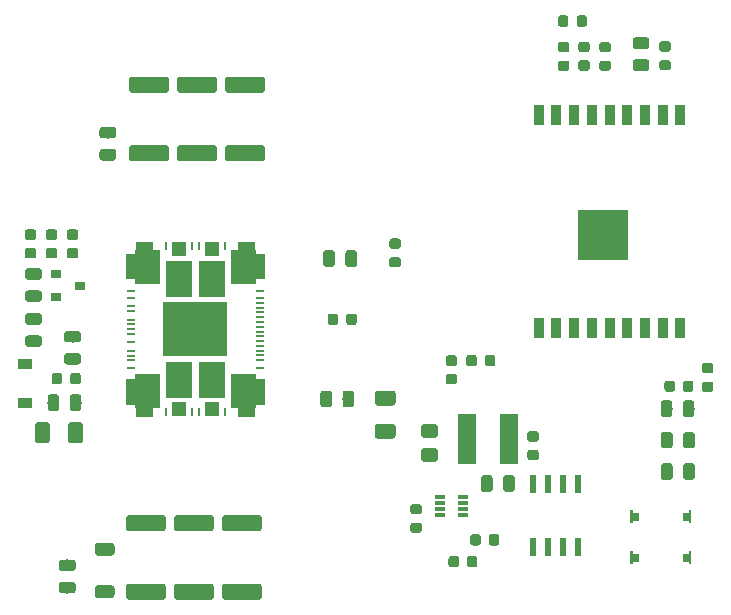
<source format=gbr>
G04 #@! TF.GenerationSoftware,KiCad,Pcbnew,5.0.1-33cea8e~68~ubuntu16.04.1*
G04 #@! TF.CreationDate,2018-10-28T17:52:41-07:00*
G04 #@! TF.ProjectId,wifistepper,77696669737465707065722E6B696361,rev?*
G04 #@! TF.SameCoordinates,Original*
G04 #@! TF.FileFunction,Paste,Top*
G04 #@! TF.FilePolarity,Positive*
%FSLAX46Y46*%
G04 Gerber Fmt 4.6, Leading zero omitted, Abs format (unit mm)*
G04 Created by KiCad (PCBNEW 5.0.1-33cea8e~68~ubuntu16.04.1) date Sun 28 Oct 2018 05:52:41 PM PDT*
%MOMM*%
%LPD*%
G01*
G04 APERTURE LIST*
%ADD10C,0.100000*%
%ADD11C,1.100000*%
%ADD12C,0.500000*%
%ADD13C,2.140000*%
%ADD14R,0.800000X0.200000*%
%ADD15R,0.200000X0.800000*%
%ADD16R,1.160000X1.200000*%
%ADD17R,2.300000X3.010000*%
%ADD18R,5.500000X4.680000*%
%ADD19C,0.875000*%
%ADD20C,1.250000*%
%ADD21C,0.975000*%
%ADD22R,0.900000X0.800000*%
%ADD23R,1.200000X0.900000*%
%ADD24R,1.500000X4.200000*%
%ADD25R,0.900000X1.700000*%
%ADD26R,4.300000X4.300000*%
%ADD27R,0.850000X0.300000*%
%ADD28R,0.600000X1.550000*%
%ADD29C,1.150000*%
%ADD30C,1.350000*%
G04 APERTURE END LIST*
D10*
G04 #@! TO.C,D0*
G36*
X56139455Y-111465324D02*
X56166150Y-111469284D01*
X56192328Y-111475841D01*
X56217738Y-111484933D01*
X56242134Y-111496472D01*
X56265282Y-111510346D01*
X56286958Y-111526422D01*
X56306954Y-111544546D01*
X56325078Y-111564542D01*
X56341154Y-111586218D01*
X56355028Y-111609366D01*
X56366567Y-111633762D01*
X56375659Y-111659172D01*
X56382216Y-111685350D01*
X56386176Y-111712045D01*
X56387500Y-111739000D01*
X56387500Y-112289000D01*
X56386176Y-112315955D01*
X56382216Y-112342650D01*
X56375659Y-112368828D01*
X56366567Y-112394238D01*
X56355028Y-112418634D01*
X56341154Y-112441782D01*
X56325078Y-112463458D01*
X56306954Y-112483454D01*
X56286958Y-112501578D01*
X56265282Y-112517654D01*
X56242134Y-112531528D01*
X56217738Y-112543067D01*
X56192328Y-112552159D01*
X56166150Y-112558716D01*
X56139455Y-112562676D01*
X56112500Y-112564000D01*
X55012500Y-112564000D01*
X54985545Y-112562676D01*
X54958850Y-112558716D01*
X54932672Y-112552159D01*
X54907262Y-112543067D01*
X54882866Y-112531528D01*
X54859718Y-112517654D01*
X54838042Y-112501578D01*
X54818046Y-112483454D01*
X54799922Y-112463458D01*
X54783846Y-112441782D01*
X54769972Y-112418634D01*
X54758433Y-112394238D01*
X54749341Y-112368828D01*
X54742784Y-112342650D01*
X54738824Y-112315955D01*
X54737500Y-112289000D01*
X54737500Y-111739000D01*
X54738824Y-111712045D01*
X54742784Y-111685350D01*
X54749341Y-111659172D01*
X54758433Y-111633762D01*
X54769972Y-111609366D01*
X54783846Y-111586218D01*
X54799922Y-111564542D01*
X54818046Y-111544546D01*
X54838042Y-111526422D01*
X54859718Y-111510346D01*
X54882866Y-111496472D01*
X54907262Y-111484933D01*
X54932672Y-111475841D01*
X54958850Y-111469284D01*
X54985545Y-111465324D01*
X55012500Y-111464000D01*
X56112500Y-111464000D01*
X56139455Y-111465324D01*
X56139455Y-111465324D01*
G37*
D11*
X55562500Y-112014000D03*
D10*
G36*
X56139455Y-107865324D02*
X56166150Y-107869284D01*
X56192328Y-107875841D01*
X56217738Y-107884933D01*
X56242134Y-107896472D01*
X56265282Y-107910346D01*
X56286958Y-107926422D01*
X56306954Y-107944546D01*
X56325078Y-107964542D01*
X56341154Y-107986218D01*
X56355028Y-108009366D01*
X56366567Y-108033762D01*
X56375659Y-108059172D01*
X56382216Y-108085350D01*
X56386176Y-108112045D01*
X56387500Y-108139000D01*
X56387500Y-108689000D01*
X56386176Y-108715955D01*
X56382216Y-108742650D01*
X56375659Y-108768828D01*
X56366567Y-108794238D01*
X56355028Y-108818634D01*
X56341154Y-108841782D01*
X56325078Y-108863458D01*
X56306954Y-108883454D01*
X56286958Y-108901578D01*
X56265282Y-108917654D01*
X56242134Y-108931528D01*
X56217738Y-108943067D01*
X56192328Y-108952159D01*
X56166150Y-108958716D01*
X56139455Y-108962676D01*
X56112500Y-108964000D01*
X55012500Y-108964000D01*
X54985545Y-108962676D01*
X54958850Y-108958716D01*
X54932672Y-108952159D01*
X54907262Y-108943067D01*
X54882866Y-108931528D01*
X54859718Y-108917654D01*
X54838042Y-108901578D01*
X54818046Y-108883454D01*
X54799922Y-108863458D01*
X54783846Y-108841782D01*
X54769972Y-108818634D01*
X54758433Y-108794238D01*
X54749341Y-108768828D01*
X54742784Y-108742650D01*
X54738824Y-108715955D01*
X54737500Y-108689000D01*
X54737500Y-108139000D01*
X54738824Y-108112045D01*
X54742784Y-108085350D01*
X54749341Y-108059172D01*
X54758433Y-108033762D01*
X54769972Y-108009366D01*
X54783846Y-107986218D01*
X54799922Y-107964542D01*
X54818046Y-107944546D01*
X54838042Y-107926422D01*
X54859718Y-107910346D01*
X54882866Y-107896472D01*
X54907262Y-107884933D01*
X54932672Y-107875841D01*
X54958850Y-107869284D01*
X54985545Y-107865324D01*
X55012500Y-107864000D01*
X56112500Y-107864000D01*
X56139455Y-107865324D01*
X56139455Y-107865324D01*
G37*
D11*
X55562500Y-108414000D03*
G04 #@! TD*
D12*
G04 #@! TO.C,SW1*
X100525000Y-105664000D03*
D10*
G36*
X100075000Y-105114000D02*
X100275000Y-105114000D01*
X100275000Y-105314000D01*
X100775000Y-105314000D01*
X100775000Y-106014000D01*
X100275000Y-106014000D01*
X100275000Y-106214000D01*
X100075000Y-106214000D01*
X100075000Y-105114000D01*
X100075000Y-105114000D01*
G37*
D12*
X104775000Y-105664000D03*
D10*
G36*
X105025000Y-106014000D02*
X104525000Y-106014000D01*
X104525000Y-105314000D01*
X105025000Y-105314000D01*
X105025000Y-105114000D01*
X105225000Y-105114000D01*
X105225000Y-106214000D01*
X105025000Y-106214000D01*
X105025000Y-106014000D01*
X105025000Y-106014000D01*
G37*
D12*
X100525000Y-109164000D03*
D10*
G36*
X100075000Y-108614000D02*
X100275000Y-108614000D01*
X100275000Y-108814000D01*
X100775000Y-108814000D01*
X100775000Y-109514000D01*
X100275000Y-109514000D01*
X100275000Y-109714000D01*
X100075000Y-109714000D01*
X100075000Y-108614000D01*
X100075000Y-108614000D01*
G37*
D12*
X104775000Y-109164000D03*
D10*
G36*
X105025000Y-109514000D02*
X104525000Y-109514000D01*
X104525000Y-108814000D01*
X105025000Y-108814000D01*
X105025000Y-108614000D01*
X105225000Y-108614000D01*
X105225000Y-109714000D01*
X105025000Y-109714000D01*
X105025000Y-109514000D01*
X105025000Y-109514000D01*
G37*
G04 #@! TD*
D13*
G04 #@! TO.C,U2*
X67336000Y-95044000D03*
D10*
G36*
X66826000Y-96469000D02*
X66266000Y-96469000D01*
X66266000Y-93619000D01*
X68406000Y-93619000D01*
X68406000Y-94019000D01*
X69136000Y-94019000D01*
X69136000Y-96189000D01*
X68406000Y-96189000D01*
X68406000Y-96469000D01*
X68266000Y-96469000D01*
X68266000Y-97189000D01*
X66826000Y-97189000D01*
X66826000Y-96469000D01*
X66826000Y-96469000D01*
G37*
D13*
X59156000Y-95044000D03*
D10*
G36*
X58226000Y-96469000D02*
X58086000Y-96469000D01*
X58086000Y-96189000D01*
X57356000Y-96189000D01*
X57356000Y-94019000D01*
X58086000Y-94019000D01*
X58086000Y-93619000D01*
X60226000Y-93619000D01*
X60226000Y-96469000D01*
X59666000Y-96469000D01*
X59666000Y-97189000D01*
X58226000Y-97189000D01*
X58226000Y-96469000D01*
X58226000Y-96469000D01*
G37*
D13*
X59156000Y-84534000D03*
D10*
G36*
X58086000Y-85559000D02*
X57356000Y-85559000D01*
X57356000Y-83389000D01*
X58086000Y-83389000D01*
X58086000Y-83109000D01*
X58226000Y-83109000D01*
X58226000Y-82389000D01*
X59666000Y-82389000D01*
X59666000Y-83109000D01*
X60226000Y-83109000D01*
X60226000Y-85959000D01*
X58086000Y-85959000D01*
X58086000Y-85559000D01*
X58086000Y-85559000D01*
G37*
D13*
X67336000Y-84534000D03*
D10*
G36*
X66266000Y-83109000D02*
X66826000Y-83109000D01*
X66826000Y-82389000D01*
X68266000Y-82389000D01*
X68266000Y-83109000D01*
X68406000Y-83109000D01*
X68406000Y-83389000D01*
X69136000Y-83389000D01*
X69136000Y-85559000D01*
X68406000Y-85559000D01*
X68406000Y-85959000D01*
X66266000Y-85959000D01*
X66266000Y-83109000D01*
X66266000Y-83109000D01*
G37*
D14*
X57746000Y-93039000D03*
X57746000Y-92439000D03*
X57746000Y-92039000D03*
X57746000Y-91639000D03*
X57746000Y-90909000D03*
X57746000Y-90189000D03*
X57746000Y-86539000D03*
X57746000Y-87139000D03*
X57746000Y-87869000D03*
X57746000Y-88269000D03*
X57746000Y-88989000D03*
X57746000Y-89789000D03*
X57746000Y-89389000D03*
X68746000Y-93039000D03*
X68746000Y-92439000D03*
X68746000Y-91999000D03*
X68746000Y-91599000D03*
X68746000Y-91199000D03*
X68746000Y-90799000D03*
X68746000Y-90399000D03*
X68746000Y-89999000D03*
X68746000Y-86539000D03*
X68746000Y-87139000D03*
X68746000Y-87579000D03*
X68746000Y-87979000D03*
X68746000Y-88379000D03*
X68746000Y-88779000D03*
X68746000Y-89179000D03*
X68746000Y-89579000D03*
D15*
X65756000Y-96789000D03*
X60736000Y-96789000D03*
X62936000Y-96789000D03*
X63556000Y-96789000D03*
X65756000Y-82789000D03*
X60736000Y-82789000D03*
X62936000Y-82789000D03*
X63556000Y-82789000D03*
D16*
X61836000Y-82989000D03*
X64656000Y-82989000D03*
X61836000Y-96589000D03*
X64656000Y-96589000D03*
D17*
X61876000Y-85524000D03*
X64616000Y-85524000D03*
X61876000Y-94054000D03*
X64616000Y-94054000D03*
D18*
X63166000Y-89789000D03*
G04 #@! TD*
D10*
G04 #@! TO.C,R10*
G36*
X106894191Y-92654553D02*
X106915426Y-92657703D01*
X106936250Y-92662919D01*
X106956462Y-92670151D01*
X106975868Y-92679330D01*
X106994281Y-92690366D01*
X107011524Y-92703154D01*
X107027430Y-92717570D01*
X107041846Y-92733476D01*
X107054634Y-92750719D01*
X107065670Y-92769132D01*
X107074849Y-92788538D01*
X107082081Y-92808750D01*
X107087297Y-92829574D01*
X107090447Y-92850809D01*
X107091500Y-92872250D01*
X107091500Y-93309750D01*
X107090447Y-93331191D01*
X107087297Y-93352426D01*
X107082081Y-93373250D01*
X107074849Y-93393462D01*
X107065670Y-93412868D01*
X107054634Y-93431281D01*
X107041846Y-93448524D01*
X107027430Y-93464430D01*
X107011524Y-93478846D01*
X106994281Y-93491634D01*
X106975868Y-93502670D01*
X106956462Y-93511849D01*
X106936250Y-93519081D01*
X106915426Y-93524297D01*
X106894191Y-93527447D01*
X106872750Y-93528500D01*
X106360250Y-93528500D01*
X106338809Y-93527447D01*
X106317574Y-93524297D01*
X106296750Y-93519081D01*
X106276538Y-93511849D01*
X106257132Y-93502670D01*
X106238719Y-93491634D01*
X106221476Y-93478846D01*
X106205570Y-93464430D01*
X106191154Y-93448524D01*
X106178366Y-93431281D01*
X106167330Y-93412868D01*
X106158151Y-93393462D01*
X106150919Y-93373250D01*
X106145703Y-93352426D01*
X106142553Y-93331191D01*
X106141500Y-93309750D01*
X106141500Y-92872250D01*
X106142553Y-92850809D01*
X106145703Y-92829574D01*
X106150919Y-92808750D01*
X106158151Y-92788538D01*
X106167330Y-92769132D01*
X106178366Y-92750719D01*
X106191154Y-92733476D01*
X106205570Y-92717570D01*
X106221476Y-92703154D01*
X106238719Y-92690366D01*
X106257132Y-92679330D01*
X106276538Y-92670151D01*
X106296750Y-92662919D01*
X106317574Y-92657703D01*
X106338809Y-92654553D01*
X106360250Y-92653500D01*
X106872750Y-92653500D01*
X106894191Y-92654553D01*
X106894191Y-92654553D01*
G37*
D19*
X106616500Y-93091000D03*
D10*
G36*
X106894191Y-94229553D02*
X106915426Y-94232703D01*
X106936250Y-94237919D01*
X106956462Y-94245151D01*
X106975868Y-94254330D01*
X106994281Y-94265366D01*
X107011524Y-94278154D01*
X107027430Y-94292570D01*
X107041846Y-94308476D01*
X107054634Y-94325719D01*
X107065670Y-94344132D01*
X107074849Y-94363538D01*
X107082081Y-94383750D01*
X107087297Y-94404574D01*
X107090447Y-94425809D01*
X107091500Y-94447250D01*
X107091500Y-94884750D01*
X107090447Y-94906191D01*
X107087297Y-94927426D01*
X107082081Y-94948250D01*
X107074849Y-94968462D01*
X107065670Y-94987868D01*
X107054634Y-95006281D01*
X107041846Y-95023524D01*
X107027430Y-95039430D01*
X107011524Y-95053846D01*
X106994281Y-95066634D01*
X106975868Y-95077670D01*
X106956462Y-95086849D01*
X106936250Y-95094081D01*
X106915426Y-95099297D01*
X106894191Y-95102447D01*
X106872750Y-95103500D01*
X106360250Y-95103500D01*
X106338809Y-95102447D01*
X106317574Y-95099297D01*
X106296750Y-95094081D01*
X106276538Y-95086849D01*
X106257132Y-95077670D01*
X106238719Y-95066634D01*
X106221476Y-95053846D01*
X106205570Y-95039430D01*
X106191154Y-95023524D01*
X106178366Y-95006281D01*
X106167330Y-94987868D01*
X106158151Y-94968462D01*
X106150919Y-94948250D01*
X106145703Y-94927426D01*
X106142553Y-94906191D01*
X106141500Y-94884750D01*
X106141500Y-94447250D01*
X106142553Y-94425809D01*
X106145703Y-94404574D01*
X106150919Y-94383750D01*
X106158151Y-94363538D01*
X106167330Y-94344132D01*
X106178366Y-94325719D01*
X106191154Y-94308476D01*
X106205570Y-94292570D01*
X106221476Y-94278154D01*
X106238719Y-94265366D01*
X106257132Y-94254330D01*
X106276538Y-94245151D01*
X106296750Y-94237919D01*
X106317574Y-94232703D01*
X106338809Y-94229553D01*
X106360250Y-94228500D01*
X106872750Y-94228500D01*
X106894191Y-94229553D01*
X106894191Y-94229553D01*
G37*
D19*
X106616500Y-94666000D03*
G04 #@! TD*
D10*
G04 #@! TO.C,C1*
G36*
X53485504Y-97678204D02*
X53509773Y-97681804D01*
X53533571Y-97687765D01*
X53556671Y-97696030D01*
X53578849Y-97706520D01*
X53599893Y-97719133D01*
X53619598Y-97733747D01*
X53637777Y-97750223D01*
X53654253Y-97768402D01*
X53668867Y-97788107D01*
X53681480Y-97809151D01*
X53691970Y-97831329D01*
X53700235Y-97854429D01*
X53706196Y-97878227D01*
X53709796Y-97902496D01*
X53711000Y-97927000D01*
X53711000Y-99177000D01*
X53709796Y-99201504D01*
X53706196Y-99225773D01*
X53700235Y-99249571D01*
X53691970Y-99272671D01*
X53681480Y-99294849D01*
X53668867Y-99315893D01*
X53654253Y-99335598D01*
X53637777Y-99353777D01*
X53619598Y-99370253D01*
X53599893Y-99384867D01*
X53578849Y-99397480D01*
X53556671Y-99407970D01*
X53533571Y-99416235D01*
X53509773Y-99422196D01*
X53485504Y-99425796D01*
X53461000Y-99427000D01*
X52711000Y-99427000D01*
X52686496Y-99425796D01*
X52662227Y-99422196D01*
X52638429Y-99416235D01*
X52615329Y-99407970D01*
X52593151Y-99397480D01*
X52572107Y-99384867D01*
X52552402Y-99370253D01*
X52534223Y-99353777D01*
X52517747Y-99335598D01*
X52503133Y-99315893D01*
X52490520Y-99294849D01*
X52480030Y-99272671D01*
X52471765Y-99249571D01*
X52465804Y-99225773D01*
X52462204Y-99201504D01*
X52461000Y-99177000D01*
X52461000Y-97927000D01*
X52462204Y-97902496D01*
X52465804Y-97878227D01*
X52471765Y-97854429D01*
X52480030Y-97831329D01*
X52490520Y-97809151D01*
X52503133Y-97788107D01*
X52517747Y-97768402D01*
X52534223Y-97750223D01*
X52552402Y-97733747D01*
X52572107Y-97719133D01*
X52593151Y-97706520D01*
X52615329Y-97696030D01*
X52638429Y-97687765D01*
X52662227Y-97681804D01*
X52686496Y-97678204D01*
X52711000Y-97677000D01*
X53461000Y-97677000D01*
X53485504Y-97678204D01*
X53485504Y-97678204D01*
G37*
D20*
X53086000Y-98552000D03*
D10*
G36*
X50685504Y-97678204D02*
X50709773Y-97681804D01*
X50733571Y-97687765D01*
X50756671Y-97696030D01*
X50778849Y-97706520D01*
X50799893Y-97719133D01*
X50819598Y-97733747D01*
X50837777Y-97750223D01*
X50854253Y-97768402D01*
X50868867Y-97788107D01*
X50881480Y-97809151D01*
X50891970Y-97831329D01*
X50900235Y-97854429D01*
X50906196Y-97878227D01*
X50909796Y-97902496D01*
X50911000Y-97927000D01*
X50911000Y-99177000D01*
X50909796Y-99201504D01*
X50906196Y-99225773D01*
X50900235Y-99249571D01*
X50891970Y-99272671D01*
X50881480Y-99294849D01*
X50868867Y-99315893D01*
X50854253Y-99335598D01*
X50837777Y-99353777D01*
X50819598Y-99370253D01*
X50799893Y-99384867D01*
X50778849Y-99397480D01*
X50756671Y-99407970D01*
X50733571Y-99416235D01*
X50709773Y-99422196D01*
X50685504Y-99425796D01*
X50661000Y-99427000D01*
X49911000Y-99427000D01*
X49886496Y-99425796D01*
X49862227Y-99422196D01*
X49838429Y-99416235D01*
X49815329Y-99407970D01*
X49793151Y-99397480D01*
X49772107Y-99384867D01*
X49752402Y-99370253D01*
X49734223Y-99353777D01*
X49717747Y-99335598D01*
X49703133Y-99315893D01*
X49690520Y-99294849D01*
X49680030Y-99272671D01*
X49671765Y-99249571D01*
X49665804Y-99225773D01*
X49662204Y-99201504D01*
X49661000Y-99177000D01*
X49661000Y-97927000D01*
X49662204Y-97902496D01*
X49665804Y-97878227D01*
X49671765Y-97854429D01*
X49680030Y-97831329D01*
X49690520Y-97809151D01*
X49703133Y-97788107D01*
X49717747Y-97768402D01*
X49734223Y-97750223D01*
X49752402Y-97733747D01*
X49772107Y-97719133D01*
X49793151Y-97706520D01*
X49815329Y-97696030D01*
X49838429Y-97687765D01*
X49862227Y-97681804D01*
X49886496Y-97678204D01*
X49911000Y-97677000D01*
X50661000Y-97677000D01*
X50685504Y-97678204D01*
X50685504Y-97678204D01*
G37*
D20*
X50286000Y-98552000D03*
G04 #@! TD*
D10*
G04 #@! TO.C,C2*
G36*
X53312142Y-89937674D02*
X53335803Y-89941184D01*
X53359007Y-89946996D01*
X53381529Y-89955054D01*
X53403153Y-89965282D01*
X53423670Y-89977579D01*
X53442883Y-89991829D01*
X53460607Y-90007893D01*
X53476671Y-90025617D01*
X53490921Y-90044830D01*
X53503218Y-90065347D01*
X53513446Y-90086971D01*
X53521504Y-90109493D01*
X53527316Y-90132697D01*
X53530826Y-90156358D01*
X53532000Y-90180250D01*
X53532000Y-90667750D01*
X53530826Y-90691642D01*
X53527316Y-90715303D01*
X53521504Y-90738507D01*
X53513446Y-90761029D01*
X53503218Y-90782653D01*
X53490921Y-90803170D01*
X53476671Y-90822383D01*
X53460607Y-90840107D01*
X53442883Y-90856171D01*
X53423670Y-90870421D01*
X53403153Y-90882718D01*
X53381529Y-90892946D01*
X53359007Y-90901004D01*
X53335803Y-90906816D01*
X53312142Y-90910326D01*
X53288250Y-90911500D01*
X52375750Y-90911500D01*
X52351858Y-90910326D01*
X52328197Y-90906816D01*
X52304993Y-90901004D01*
X52282471Y-90892946D01*
X52260847Y-90882718D01*
X52240330Y-90870421D01*
X52221117Y-90856171D01*
X52203393Y-90840107D01*
X52187329Y-90822383D01*
X52173079Y-90803170D01*
X52160782Y-90782653D01*
X52150554Y-90761029D01*
X52142496Y-90738507D01*
X52136684Y-90715303D01*
X52133174Y-90691642D01*
X52132000Y-90667750D01*
X52132000Y-90180250D01*
X52133174Y-90156358D01*
X52136684Y-90132697D01*
X52142496Y-90109493D01*
X52150554Y-90086971D01*
X52160782Y-90065347D01*
X52173079Y-90044830D01*
X52187329Y-90025617D01*
X52203393Y-90007893D01*
X52221117Y-89991829D01*
X52240330Y-89977579D01*
X52260847Y-89965282D01*
X52282471Y-89955054D01*
X52304993Y-89946996D01*
X52328197Y-89941184D01*
X52351858Y-89937674D01*
X52375750Y-89936500D01*
X53288250Y-89936500D01*
X53312142Y-89937674D01*
X53312142Y-89937674D01*
G37*
D21*
X52832000Y-90424000D03*
D10*
G36*
X53312142Y-91812674D02*
X53335803Y-91816184D01*
X53359007Y-91821996D01*
X53381529Y-91830054D01*
X53403153Y-91840282D01*
X53423670Y-91852579D01*
X53442883Y-91866829D01*
X53460607Y-91882893D01*
X53476671Y-91900617D01*
X53490921Y-91919830D01*
X53503218Y-91940347D01*
X53513446Y-91961971D01*
X53521504Y-91984493D01*
X53527316Y-92007697D01*
X53530826Y-92031358D01*
X53532000Y-92055250D01*
X53532000Y-92542750D01*
X53530826Y-92566642D01*
X53527316Y-92590303D01*
X53521504Y-92613507D01*
X53513446Y-92636029D01*
X53503218Y-92657653D01*
X53490921Y-92678170D01*
X53476671Y-92697383D01*
X53460607Y-92715107D01*
X53442883Y-92731171D01*
X53423670Y-92745421D01*
X53403153Y-92757718D01*
X53381529Y-92767946D01*
X53359007Y-92776004D01*
X53335803Y-92781816D01*
X53312142Y-92785326D01*
X53288250Y-92786500D01*
X52375750Y-92786500D01*
X52351858Y-92785326D01*
X52328197Y-92781816D01*
X52304993Y-92776004D01*
X52282471Y-92767946D01*
X52260847Y-92757718D01*
X52240330Y-92745421D01*
X52221117Y-92731171D01*
X52203393Y-92715107D01*
X52187329Y-92697383D01*
X52173079Y-92678170D01*
X52160782Y-92657653D01*
X52150554Y-92636029D01*
X52142496Y-92613507D01*
X52136684Y-92590303D01*
X52133174Y-92566642D01*
X52132000Y-92542750D01*
X52132000Y-92055250D01*
X52133174Y-92031358D01*
X52136684Y-92007697D01*
X52142496Y-91984493D01*
X52150554Y-91961971D01*
X52160782Y-91940347D01*
X52173079Y-91919830D01*
X52187329Y-91900617D01*
X52203393Y-91882893D01*
X52221117Y-91866829D01*
X52240330Y-91852579D01*
X52260847Y-91840282D01*
X52282471Y-91830054D01*
X52304993Y-91821996D01*
X52328197Y-91816184D01*
X52351858Y-91812674D01*
X52375750Y-91811500D01*
X53288250Y-91811500D01*
X53312142Y-91812674D01*
X53312142Y-91812674D01*
G37*
D21*
X52832000Y-92299000D03*
G04 #@! TD*
D10*
G04 #@! TO.C,C3*
G36*
X50010142Y-86508674D02*
X50033803Y-86512184D01*
X50057007Y-86517996D01*
X50079529Y-86526054D01*
X50101153Y-86536282D01*
X50121670Y-86548579D01*
X50140883Y-86562829D01*
X50158607Y-86578893D01*
X50174671Y-86596617D01*
X50188921Y-86615830D01*
X50201218Y-86636347D01*
X50211446Y-86657971D01*
X50219504Y-86680493D01*
X50225316Y-86703697D01*
X50228826Y-86727358D01*
X50230000Y-86751250D01*
X50230000Y-87238750D01*
X50228826Y-87262642D01*
X50225316Y-87286303D01*
X50219504Y-87309507D01*
X50211446Y-87332029D01*
X50201218Y-87353653D01*
X50188921Y-87374170D01*
X50174671Y-87393383D01*
X50158607Y-87411107D01*
X50140883Y-87427171D01*
X50121670Y-87441421D01*
X50101153Y-87453718D01*
X50079529Y-87463946D01*
X50057007Y-87472004D01*
X50033803Y-87477816D01*
X50010142Y-87481326D01*
X49986250Y-87482500D01*
X49073750Y-87482500D01*
X49049858Y-87481326D01*
X49026197Y-87477816D01*
X49002993Y-87472004D01*
X48980471Y-87463946D01*
X48958847Y-87453718D01*
X48938330Y-87441421D01*
X48919117Y-87427171D01*
X48901393Y-87411107D01*
X48885329Y-87393383D01*
X48871079Y-87374170D01*
X48858782Y-87353653D01*
X48848554Y-87332029D01*
X48840496Y-87309507D01*
X48834684Y-87286303D01*
X48831174Y-87262642D01*
X48830000Y-87238750D01*
X48830000Y-86751250D01*
X48831174Y-86727358D01*
X48834684Y-86703697D01*
X48840496Y-86680493D01*
X48848554Y-86657971D01*
X48858782Y-86636347D01*
X48871079Y-86615830D01*
X48885329Y-86596617D01*
X48901393Y-86578893D01*
X48919117Y-86562829D01*
X48938330Y-86548579D01*
X48958847Y-86536282D01*
X48980471Y-86526054D01*
X49002993Y-86517996D01*
X49026197Y-86512184D01*
X49049858Y-86508674D01*
X49073750Y-86507500D01*
X49986250Y-86507500D01*
X50010142Y-86508674D01*
X50010142Y-86508674D01*
G37*
D21*
X49530000Y-86995000D03*
D10*
G36*
X50010142Y-84633674D02*
X50033803Y-84637184D01*
X50057007Y-84642996D01*
X50079529Y-84651054D01*
X50101153Y-84661282D01*
X50121670Y-84673579D01*
X50140883Y-84687829D01*
X50158607Y-84703893D01*
X50174671Y-84721617D01*
X50188921Y-84740830D01*
X50201218Y-84761347D01*
X50211446Y-84782971D01*
X50219504Y-84805493D01*
X50225316Y-84828697D01*
X50228826Y-84852358D01*
X50230000Y-84876250D01*
X50230000Y-85363750D01*
X50228826Y-85387642D01*
X50225316Y-85411303D01*
X50219504Y-85434507D01*
X50211446Y-85457029D01*
X50201218Y-85478653D01*
X50188921Y-85499170D01*
X50174671Y-85518383D01*
X50158607Y-85536107D01*
X50140883Y-85552171D01*
X50121670Y-85566421D01*
X50101153Y-85578718D01*
X50079529Y-85588946D01*
X50057007Y-85597004D01*
X50033803Y-85602816D01*
X50010142Y-85606326D01*
X49986250Y-85607500D01*
X49073750Y-85607500D01*
X49049858Y-85606326D01*
X49026197Y-85602816D01*
X49002993Y-85597004D01*
X48980471Y-85588946D01*
X48958847Y-85578718D01*
X48938330Y-85566421D01*
X48919117Y-85552171D01*
X48901393Y-85536107D01*
X48885329Y-85518383D01*
X48871079Y-85499170D01*
X48858782Y-85478653D01*
X48848554Y-85457029D01*
X48840496Y-85434507D01*
X48834684Y-85411303D01*
X48831174Y-85387642D01*
X48830000Y-85363750D01*
X48830000Y-84876250D01*
X48831174Y-84852358D01*
X48834684Y-84828697D01*
X48840496Y-84805493D01*
X48848554Y-84782971D01*
X48858782Y-84761347D01*
X48871079Y-84740830D01*
X48885329Y-84721617D01*
X48901393Y-84703893D01*
X48919117Y-84687829D01*
X48938330Y-84673579D01*
X48958847Y-84661282D01*
X48980471Y-84651054D01*
X49002993Y-84642996D01*
X49026197Y-84637184D01*
X49049858Y-84633674D01*
X49073750Y-84632500D01*
X49986250Y-84632500D01*
X50010142Y-84633674D01*
X50010142Y-84633674D01*
G37*
D21*
X49530000Y-85120000D03*
G04 #@! TD*
D10*
G04 #@! TO.C,C4*
G36*
X53353642Y-95313174D02*
X53377303Y-95316684D01*
X53400507Y-95322496D01*
X53423029Y-95330554D01*
X53444653Y-95340782D01*
X53465170Y-95353079D01*
X53484383Y-95367329D01*
X53502107Y-95383393D01*
X53518171Y-95401117D01*
X53532421Y-95420330D01*
X53544718Y-95440847D01*
X53554946Y-95462471D01*
X53563004Y-95484993D01*
X53568816Y-95508197D01*
X53572326Y-95531858D01*
X53573500Y-95555750D01*
X53573500Y-96468250D01*
X53572326Y-96492142D01*
X53568816Y-96515803D01*
X53563004Y-96539007D01*
X53554946Y-96561529D01*
X53544718Y-96583153D01*
X53532421Y-96603670D01*
X53518171Y-96622883D01*
X53502107Y-96640607D01*
X53484383Y-96656671D01*
X53465170Y-96670921D01*
X53444653Y-96683218D01*
X53423029Y-96693446D01*
X53400507Y-96701504D01*
X53377303Y-96707316D01*
X53353642Y-96710826D01*
X53329750Y-96712000D01*
X52842250Y-96712000D01*
X52818358Y-96710826D01*
X52794697Y-96707316D01*
X52771493Y-96701504D01*
X52748971Y-96693446D01*
X52727347Y-96683218D01*
X52706830Y-96670921D01*
X52687617Y-96656671D01*
X52669893Y-96640607D01*
X52653829Y-96622883D01*
X52639579Y-96603670D01*
X52627282Y-96583153D01*
X52617054Y-96561529D01*
X52608996Y-96539007D01*
X52603184Y-96515803D01*
X52599674Y-96492142D01*
X52598500Y-96468250D01*
X52598500Y-95555750D01*
X52599674Y-95531858D01*
X52603184Y-95508197D01*
X52608996Y-95484993D01*
X52617054Y-95462471D01*
X52627282Y-95440847D01*
X52639579Y-95420330D01*
X52653829Y-95401117D01*
X52669893Y-95383393D01*
X52687617Y-95367329D01*
X52706830Y-95353079D01*
X52727347Y-95340782D01*
X52748971Y-95330554D01*
X52771493Y-95322496D01*
X52794697Y-95316684D01*
X52818358Y-95313174D01*
X52842250Y-95312000D01*
X53329750Y-95312000D01*
X53353642Y-95313174D01*
X53353642Y-95313174D01*
G37*
D21*
X53086000Y-96012000D03*
D10*
G36*
X51478642Y-95313174D02*
X51502303Y-95316684D01*
X51525507Y-95322496D01*
X51548029Y-95330554D01*
X51569653Y-95340782D01*
X51590170Y-95353079D01*
X51609383Y-95367329D01*
X51627107Y-95383393D01*
X51643171Y-95401117D01*
X51657421Y-95420330D01*
X51669718Y-95440847D01*
X51679946Y-95462471D01*
X51688004Y-95484993D01*
X51693816Y-95508197D01*
X51697326Y-95531858D01*
X51698500Y-95555750D01*
X51698500Y-96468250D01*
X51697326Y-96492142D01*
X51693816Y-96515803D01*
X51688004Y-96539007D01*
X51679946Y-96561529D01*
X51669718Y-96583153D01*
X51657421Y-96603670D01*
X51643171Y-96622883D01*
X51627107Y-96640607D01*
X51609383Y-96656671D01*
X51590170Y-96670921D01*
X51569653Y-96683218D01*
X51548029Y-96693446D01*
X51525507Y-96701504D01*
X51502303Y-96707316D01*
X51478642Y-96710826D01*
X51454750Y-96712000D01*
X50967250Y-96712000D01*
X50943358Y-96710826D01*
X50919697Y-96707316D01*
X50896493Y-96701504D01*
X50873971Y-96693446D01*
X50852347Y-96683218D01*
X50831830Y-96670921D01*
X50812617Y-96656671D01*
X50794893Y-96640607D01*
X50778829Y-96622883D01*
X50764579Y-96603670D01*
X50752282Y-96583153D01*
X50742054Y-96561529D01*
X50733996Y-96539007D01*
X50728184Y-96515803D01*
X50724674Y-96492142D01*
X50723500Y-96468250D01*
X50723500Y-95555750D01*
X50724674Y-95531858D01*
X50728184Y-95508197D01*
X50733996Y-95484993D01*
X50742054Y-95462471D01*
X50752282Y-95440847D01*
X50764579Y-95420330D01*
X50778829Y-95401117D01*
X50794893Y-95383393D01*
X50812617Y-95367329D01*
X50831830Y-95353079D01*
X50852347Y-95340782D01*
X50873971Y-95330554D01*
X50896493Y-95322496D01*
X50919697Y-95316684D01*
X50943358Y-95313174D01*
X50967250Y-95312000D01*
X51454750Y-95312000D01*
X51478642Y-95313174D01*
X51478642Y-95313174D01*
G37*
D21*
X51211000Y-96012000D03*
G04 #@! TD*
D10*
G04 #@! TO.C,C5*
G36*
X49553691Y-81351553D02*
X49574926Y-81354703D01*
X49595750Y-81359919D01*
X49615962Y-81367151D01*
X49635368Y-81376330D01*
X49653781Y-81387366D01*
X49671024Y-81400154D01*
X49686930Y-81414570D01*
X49701346Y-81430476D01*
X49714134Y-81447719D01*
X49725170Y-81466132D01*
X49734349Y-81485538D01*
X49741581Y-81505750D01*
X49746797Y-81526574D01*
X49749947Y-81547809D01*
X49751000Y-81569250D01*
X49751000Y-82006750D01*
X49749947Y-82028191D01*
X49746797Y-82049426D01*
X49741581Y-82070250D01*
X49734349Y-82090462D01*
X49725170Y-82109868D01*
X49714134Y-82128281D01*
X49701346Y-82145524D01*
X49686930Y-82161430D01*
X49671024Y-82175846D01*
X49653781Y-82188634D01*
X49635368Y-82199670D01*
X49615962Y-82208849D01*
X49595750Y-82216081D01*
X49574926Y-82221297D01*
X49553691Y-82224447D01*
X49532250Y-82225500D01*
X49019750Y-82225500D01*
X48998309Y-82224447D01*
X48977074Y-82221297D01*
X48956250Y-82216081D01*
X48936038Y-82208849D01*
X48916632Y-82199670D01*
X48898219Y-82188634D01*
X48880976Y-82175846D01*
X48865070Y-82161430D01*
X48850654Y-82145524D01*
X48837866Y-82128281D01*
X48826830Y-82109868D01*
X48817651Y-82090462D01*
X48810419Y-82070250D01*
X48805203Y-82049426D01*
X48802053Y-82028191D01*
X48801000Y-82006750D01*
X48801000Y-81569250D01*
X48802053Y-81547809D01*
X48805203Y-81526574D01*
X48810419Y-81505750D01*
X48817651Y-81485538D01*
X48826830Y-81466132D01*
X48837866Y-81447719D01*
X48850654Y-81430476D01*
X48865070Y-81414570D01*
X48880976Y-81400154D01*
X48898219Y-81387366D01*
X48916632Y-81376330D01*
X48936038Y-81367151D01*
X48956250Y-81359919D01*
X48977074Y-81354703D01*
X48998309Y-81351553D01*
X49019750Y-81350500D01*
X49532250Y-81350500D01*
X49553691Y-81351553D01*
X49553691Y-81351553D01*
G37*
D19*
X49276000Y-81788000D03*
D10*
G36*
X49553691Y-82926553D02*
X49574926Y-82929703D01*
X49595750Y-82934919D01*
X49615962Y-82942151D01*
X49635368Y-82951330D01*
X49653781Y-82962366D01*
X49671024Y-82975154D01*
X49686930Y-82989570D01*
X49701346Y-83005476D01*
X49714134Y-83022719D01*
X49725170Y-83041132D01*
X49734349Y-83060538D01*
X49741581Y-83080750D01*
X49746797Y-83101574D01*
X49749947Y-83122809D01*
X49751000Y-83144250D01*
X49751000Y-83581750D01*
X49749947Y-83603191D01*
X49746797Y-83624426D01*
X49741581Y-83645250D01*
X49734349Y-83665462D01*
X49725170Y-83684868D01*
X49714134Y-83703281D01*
X49701346Y-83720524D01*
X49686930Y-83736430D01*
X49671024Y-83750846D01*
X49653781Y-83763634D01*
X49635368Y-83774670D01*
X49615962Y-83783849D01*
X49595750Y-83791081D01*
X49574926Y-83796297D01*
X49553691Y-83799447D01*
X49532250Y-83800500D01*
X49019750Y-83800500D01*
X48998309Y-83799447D01*
X48977074Y-83796297D01*
X48956250Y-83791081D01*
X48936038Y-83783849D01*
X48916632Y-83774670D01*
X48898219Y-83763634D01*
X48880976Y-83750846D01*
X48865070Y-83736430D01*
X48850654Y-83720524D01*
X48837866Y-83703281D01*
X48826830Y-83684868D01*
X48817651Y-83665462D01*
X48810419Y-83645250D01*
X48805203Y-83624426D01*
X48802053Y-83603191D01*
X48801000Y-83581750D01*
X48801000Y-83144250D01*
X48802053Y-83122809D01*
X48805203Y-83101574D01*
X48810419Y-83080750D01*
X48817651Y-83060538D01*
X48826830Y-83041132D01*
X48837866Y-83022719D01*
X48850654Y-83005476D01*
X48865070Y-82989570D01*
X48880976Y-82975154D01*
X48898219Y-82962366D01*
X48916632Y-82951330D01*
X48936038Y-82942151D01*
X48956250Y-82934919D01*
X48977074Y-82929703D01*
X48998309Y-82926553D01*
X49019750Y-82925500D01*
X49532250Y-82925500D01*
X49553691Y-82926553D01*
X49553691Y-82926553D01*
G37*
D19*
X49276000Y-83363000D03*
G04 #@! TD*
D10*
G04 #@! TO.C,C6*
G36*
X74577642Y-94995674D02*
X74601303Y-94999184D01*
X74624507Y-95004996D01*
X74647029Y-95013054D01*
X74668653Y-95023282D01*
X74689170Y-95035579D01*
X74708383Y-95049829D01*
X74726107Y-95065893D01*
X74742171Y-95083617D01*
X74756421Y-95102830D01*
X74768718Y-95123347D01*
X74778946Y-95144971D01*
X74787004Y-95167493D01*
X74792816Y-95190697D01*
X74796326Y-95214358D01*
X74797500Y-95238250D01*
X74797500Y-96150750D01*
X74796326Y-96174642D01*
X74792816Y-96198303D01*
X74787004Y-96221507D01*
X74778946Y-96244029D01*
X74768718Y-96265653D01*
X74756421Y-96286170D01*
X74742171Y-96305383D01*
X74726107Y-96323107D01*
X74708383Y-96339171D01*
X74689170Y-96353421D01*
X74668653Y-96365718D01*
X74647029Y-96375946D01*
X74624507Y-96384004D01*
X74601303Y-96389816D01*
X74577642Y-96393326D01*
X74553750Y-96394500D01*
X74066250Y-96394500D01*
X74042358Y-96393326D01*
X74018697Y-96389816D01*
X73995493Y-96384004D01*
X73972971Y-96375946D01*
X73951347Y-96365718D01*
X73930830Y-96353421D01*
X73911617Y-96339171D01*
X73893893Y-96323107D01*
X73877829Y-96305383D01*
X73863579Y-96286170D01*
X73851282Y-96265653D01*
X73841054Y-96244029D01*
X73832996Y-96221507D01*
X73827184Y-96198303D01*
X73823674Y-96174642D01*
X73822500Y-96150750D01*
X73822500Y-95238250D01*
X73823674Y-95214358D01*
X73827184Y-95190697D01*
X73832996Y-95167493D01*
X73841054Y-95144971D01*
X73851282Y-95123347D01*
X73863579Y-95102830D01*
X73877829Y-95083617D01*
X73893893Y-95065893D01*
X73911617Y-95049829D01*
X73930830Y-95035579D01*
X73951347Y-95023282D01*
X73972971Y-95013054D01*
X73995493Y-95004996D01*
X74018697Y-94999184D01*
X74042358Y-94995674D01*
X74066250Y-94994500D01*
X74553750Y-94994500D01*
X74577642Y-94995674D01*
X74577642Y-94995674D01*
G37*
D21*
X74310000Y-95694500D03*
D10*
G36*
X76452642Y-94995674D02*
X76476303Y-94999184D01*
X76499507Y-95004996D01*
X76522029Y-95013054D01*
X76543653Y-95023282D01*
X76564170Y-95035579D01*
X76583383Y-95049829D01*
X76601107Y-95065893D01*
X76617171Y-95083617D01*
X76631421Y-95102830D01*
X76643718Y-95123347D01*
X76653946Y-95144971D01*
X76662004Y-95167493D01*
X76667816Y-95190697D01*
X76671326Y-95214358D01*
X76672500Y-95238250D01*
X76672500Y-96150750D01*
X76671326Y-96174642D01*
X76667816Y-96198303D01*
X76662004Y-96221507D01*
X76653946Y-96244029D01*
X76643718Y-96265653D01*
X76631421Y-96286170D01*
X76617171Y-96305383D01*
X76601107Y-96323107D01*
X76583383Y-96339171D01*
X76564170Y-96353421D01*
X76543653Y-96365718D01*
X76522029Y-96375946D01*
X76499507Y-96384004D01*
X76476303Y-96389816D01*
X76452642Y-96393326D01*
X76428750Y-96394500D01*
X75941250Y-96394500D01*
X75917358Y-96393326D01*
X75893697Y-96389816D01*
X75870493Y-96384004D01*
X75847971Y-96375946D01*
X75826347Y-96365718D01*
X75805830Y-96353421D01*
X75786617Y-96339171D01*
X75768893Y-96323107D01*
X75752829Y-96305383D01*
X75738579Y-96286170D01*
X75726282Y-96265653D01*
X75716054Y-96244029D01*
X75707996Y-96221507D01*
X75702184Y-96198303D01*
X75698674Y-96174642D01*
X75697500Y-96150750D01*
X75697500Y-95238250D01*
X75698674Y-95214358D01*
X75702184Y-95190697D01*
X75707996Y-95167493D01*
X75716054Y-95144971D01*
X75726282Y-95123347D01*
X75738579Y-95102830D01*
X75752829Y-95083617D01*
X75768893Y-95065893D01*
X75786617Y-95049829D01*
X75805830Y-95035579D01*
X75826347Y-95023282D01*
X75847971Y-95013054D01*
X75870493Y-95004996D01*
X75893697Y-94999184D01*
X75917358Y-94995674D01*
X75941250Y-94994500D01*
X76428750Y-94994500D01*
X76452642Y-94995674D01*
X76452642Y-94995674D01*
G37*
D21*
X76185000Y-95694500D03*
G04 #@! TD*
D10*
G04 #@! TO.C,C7*
G36*
X76691642Y-83121174D02*
X76715303Y-83124684D01*
X76738507Y-83130496D01*
X76761029Y-83138554D01*
X76782653Y-83148782D01*
X76803170Y-83161079D01*
X76822383Y-83175329D01*
X76840107Y-83191393D01*
X76856171Y-83209117D01*
X76870421Y-83228330D01*
X76882718Y-83248847D01*
X76892946Y-83270471D01*
X76901004Y-83292993D01*
X76906816Y-83316197D01*
X76910326Y-83339858D01*
X76911500Y-83363750D01*
X76911500Y-84276250D01*
X76910326Y-84300142D01*
X76906816Y-84323803D01*
X76901004Y-84347007D01*
X76892946Y-84369529D01*
X76882718Y-84391153D01*
X76870421Y-84411670D01*
X76856171Y-84430883D01*
X76840107Y-84448607D01*
X76822383Y-84464671D01*
X76803170Y-84478921D01*
X76782653Y-84491218D01*
X76761029Y-84501446D01*
X76738507Y-84509504D01*
X76715303Y-84515316D01*
X76691642Y-84518826D01*
X76667750Y-84520000D01*
X76180250Y-84520000D01*
X76156358Y-84518826D01*
X76132697Y-84515316D01*
X76109493Y-84509504D01*
X76086971Y-84501446D01*
X76065347Y-84491218D01*
X76044830Y-84478921D01*
X76025617Y-84464671D01*
X76007893Y-84448607D01*
X75991829Y-84430883D01*
X75977579Y-84411670D01*
X75965282Y-84391153D01*
X75955054Y-84369529D01*
X75946996Y-84347007D01*
X75941184Y-84323803D01*
X75937674Y-84300142D01*
X75936500Y-84276250D01*
X75936500Y-83363750D01*
X75937674Y-83339858D01*
X75941184Y-83316197D01*
X75946996Y-83292993D01*
X75955054Y-83270471D01*
X75965282Y-83248847D01*
X75977579Y-83228330D01*
X75991829Y-83209117D01*
X76007893Y-83191393D01*
X76025617Y-83175329D01*
X76044830Y-83161079D01*
X76065347Y-83148782D01*
X76086971Y-83138554D01*
X76109493Y-83130496D01*
X76132697Y-83124684D01*
X76156358Y-83121174D01*
X76180250Y-83120000D01*
X76667750Y-83120000D01*
X76691642Y-83121174D01*
X76691642Y-83121174D01*
G37*
D21*
X76424000Y-83820000D03*
D10*
G36*
X74816642Y-83121174D02*
X74840303Y-83124684D01*
X74863507Y-83130496D01*
X74886029Y-83138554D01*
X74907653Y-83148782D01*
X74928170Y-83161079D01*
X74947383Y-83175329D01*
X74965107Y-83191393D01*
X74981171Y-83209117D01*
X74995421Y-83228330D01*
X75007718Y-83248847D01*
X75017946Y-83270471D01*
X75026004Y-83292993D01*
X75031816Y-83316197D01*
X75035326Y-83339858D01*
X75036500Y-83363750D01*
X75036500Y-84276250D01*
X75035326Y-84300142D01*
X75031816Y-84323803D01*
X75026004Y-84347007D01*
X75017946Y-84369529D01*
X75007718Y-84391153D01*
X74995421Y-84411670D01*
X74981171Y-84430883D01*
X74965107Y-84448607D01*
X74947383Y-84464671D01*
X74928170Y-84478921D01*
X74907653Y-84491218D01*
X74886029Y-84501446D01*
X74863507Y-84509504D01*
X74840303Y-84515316D01*
X74816642Y-84518826D01*
X74792750Y-84520000D01*
X74305250Y-84520000D01*
X74281358Y-84518826D01*
X74257697Y-84515316D01*
X74234493Y-84509504D01*
X74211971Y-84501446D01*
X74190347Y-84491218D01*
X74169830Y-84478921D01*
X74150617Y-84464671D01*
X74132893Y-84448607D01*
X74116829Y-84430883D01*
X74102579Y-84411670D01*
X74090282Y-84391153D01*
X74080054Y-84369529D01*
X74071996Y-84347007D01*
X74066184Y-84323803D01*
X74062674Y-84300142D01*
X74061500Y-84276250D01*
X74061500Y-83363750D01*
X74062674Y-83339858D01*
X74066184Y-83316197D01*
X74071996Y-83292993D01*
X74080054Y-83270471D01*
X74090282Y-83248847D01*
X74102579Y-83228330D01*
X74116829Y-83209117D01*
X74132893Y-83191393D01*
X74150617Y-83175329D01*
X74169830Y-83161079D01*
X74190347Y-83148782D01*
X74211971Y-83138554D01*
X74234493Y-83130496D01*
X74257697Y-83124684D01*
X74281358Y-83121174D01*
X74305250Y-83120000D01*
X74792750Y-83120000D01*
X74816642Y-83121174D01*
X74816642Y-83121174D01*
G37*
D21*
X74549000Y-83820000D03*
G04 #@! TD*
D10*
G04 #@! TO.C,C8*
G36*
X56296642Y-74540674D02*
X56320303Y-74544184D01*
X56343507Y-74549996D01*
X56366029Y-74558054D01*
X56387653Y-74568282D01*
X56408170Y-74580579D01*
X56427383Y-74594829D01*
X56445107Y-74610893D01*
X56461171Y-74628617D01*
X56475421Y-74647830D01*
X56487718Y-74668347D01*
X56497946Y-74689971D01*
X56506004Y-74712493D01*
X56511816Y-74735697D01*
X56515326Y-74759358D01*
X56516500Y-74783250D01*
X56516500Y-75270750D01*
X56515326Y-75294642D01*
X56511816Y-75318303D01*
X56506004Y-75341507D01*
X56497946Y-75364029D01*
X56487718Y-75385653D01*
X56475421Y-75406170D01*
X56461171Y-75425383D01*
X56445107Y-75443107D01*
X56427383Y-75459171D01*
X56408170Y-75473421D01*
X56387653Y-75485718D01*
X56366029Y-75495946D01*
X56343507Y-75504004D01*
X56320303Y-75509816D01*
X56296642Y-75513326D01*
X56272750Y-75514500D01*
X55360250Y-75514500D01*
X55336358Y-75513326D01*
X55312697Y-75509816D01*
X55289493Y-75504004D01*
X55266971Y-75495946D01*
X55245347Y-75485718D01*
X55224830Y-75473421D01*
X55205617Y-75459171D01*
X55187893Y-75443107D01*
X55171829Y-75425383D01*
X55157579Y-75406170D01*
X55145282Y-75385653D01*
X55135054Y-75364029D01*
X55126996Y-75341507D01*
X55121184Y-75318303D01*
X55117674Y-75294642D01*
X55116500Y-75270750D01*
X55116500Y-74783250D01*
X55117674Y-74759358D01*
X55121184Y-74735697D01*
X55126996Y-74712493D01*
X55135054Y-74689971D01*
X55145282Y-74668347D01*
X55157579Y-74647830D01*
X55171829Y-74628617D01*
X55187893Y-74610893D01*
X55205617Y-74594829D01*
X55224830Y-74580579D01*
X55245347Y-74568282D01*
X55266971Y-74558054D01*
X55289493Y-74549996D01*
X55312697Y-74544184D01*
X55336358Y-74540674D01*
X55360250Y-74539500D01*
X56272750Y-74539500D01*
X56296642Y-74540674D01*
X56296642Y-74540674D01*
G37*
D21*
X55816500Y-75027000D03*
D10*
G36*
X56296642Y-72665674D02*
X56320303Y-72669184D01*
X56343507Y-72674996D01*
X56366029Y-72683054D01*
X56387653Y-72693282D01*
X56408170Y-72705579D01*
X56427383Y-72719829D01*
X56445107Y-72735893D01*
X56461171Y-72753617D01*
X56475421Y-72772830D01*
X56487718Y-72793347D01*
X56497946Y-72814971D01*
X56506004Y-72837493D01*
X56511816Y-72860697D01*
X56515326Y-72884358D01*
X56516500Y-72908250D01*
X56516500Y-73395750D01*
X56515326Y-73419642D01*
X56511816Y-73443303D01*
X56506004Y-73466507D01*
X56497946Y-73489029D01*
X56487718Y-73510653D01*
X56475421Y-73531170D01*
X56461171Y-73550383D01*
X56445107Y-73568107D01*
X56427383Y-73584171D01*
X56408170Y-73598421D01*
X56387653Y-73610718D01*
X56366029Y-73620946D01*
X56343507Y-73629004D01*
X56320303Y-73634816D01*
X56296642Y-73638326D01*
X56272750Y-73639500D01*
X55360250Y-73639500D01*
X55336358Y-73638326D01*
X55312697Y-73634816D01*
X55289493Y-73629004D01*
X55266971Y-73620946D01*
X55245347Y-73610718D01*
X55224830Y-73598421D01*
X55205617Y-73584171D01*
X55187893Y-73568107D01*
X55171829Y-73550383D01*
X55157579Y-73531170D01*
X55145282Y-73510653D01*
X55135054Y-73489029D01*
X55126996Y-73466507D01*
X55121184Y-73443303D01*
X55117674Y-73419642D01*
X55116500Y-73395750D01*
X55116500Y-72908250D01*
X55117674Y-72884358D01*
X55121184Y-72860697D01*
X55126996Y-72837493D01*
X55135054Y-72814971D01*
X55145282Y-72793347D01*
X55157579Y-72772830D01*
X55171829Y-72753617D01*
X55187893Y-72735893D01*
X55205617Y-72719829D01*
X55224830Y-72705579D01*
X55245347Y-72693282D01*
X55266971Y-72683054D01*
X55289493Y-72674996D01*
X55312697Y-72669184D01*
X55336358Y-72665674D01*
X55360250Y-72664500D01*
X56272750Y-72664500D01*
X56296642Y-72665674D01*
X56296642Y-72665674D01*
G37*
D21*
X55816500Y-73152000D03*
G04 #@! TD*
D10*
G04 #@! TO.C,C9*
G36*
X52867642Y-111180174D02*
X52891303Y-111183684D01*
X52914507Y-111189496D01*
X52937029Y-111197554D01*
X52958653Y-111207782D01*
X52979170Y-111220079D01*
X52998383Y-111234329D01*
X53016107Y-111250393D01*
X53032171Y-111268117D01*
X53046421Y-111287330D01*
X53058718Y-111307847D01*
X53068946Y-111329471D01*
X53077004Y-111351993D01*
X53082816Y-111375197D01*
X53086326Y-111398858D01*
X53087500Y-111422750D01*
X53087500Y-111910250D01*
X53086326Y-111934142D01*
X53082816Y-111957803D01*
X53077004Y-111981007D01*
X53068946Y-112003529D01*
X53058718Y-112025153D01*
X53046421Y-112045670D01*
X53032171Y-112064883D01*
X53016107Y-112082607D01*
X52998383Y-112098671D01*
X52979170Y-112112921D01*
X52958653Y-112125218D01*
X52937029Y-112135446D01*
X52914507Y-112143504D01*
X52891303Y-112149316D01*
X52867642Y-112152826D01*
X52843750Y-112154000D01*
X51931250Y-112154000D01*
X51907358Y-112152826D01*
X51883697Y-112149316D01*
X51860493Y-112143504D01*
X51837971Y-112135446D01*
X51816347Y-112125218D01*
X51795830Y-112112921D01*
X51776617Y-112098671D01*
X51758893Y-112082607D01*
X51742829Y-112064883D01*
X51728579Y-112045670D01*
X51716282Y-112025153D01*
X51706054Y-112003529D01*
X51697996Y-111981007D01*
X51692184Y-111957803D01*
X51688674Y-111934142D01*
X51687500Y-111910250D01*
X51687500Y-111422750D01*
X51688674Y-111398858D01*
X51692184Y-111375197D01*
X51697996Y-111351993D01*
X51706054Y-111329471D01*
X51716282Y-111307847D01*
X51728579Y-111287330D01*
X51742829Y-111268117D01*
X51758893Y-111250393D01*
X51776617Y-111234329D01*
X51795830Y-111220079D01*
X51816347Y-111207782D01*
X51837971Y-111197554D01*
X51860493Y-111189496D01*
X51883697Y-111183684D01*
X51907358Y-111180174D01*
X51931250Y-111179000D01*
X52843750Y-111179000D01*
X52867642Y-111180174D01*
X52867642Y-111180174D01*
G37*
D21*
X52387500Y-111666500D03*
D10*
G36*
X52867642Y-109305174D02*
X52891303Y-109308684D01*
X52914507Y-109314496D01*
X52937029Y-109322554D01*
X52958653Y-109332782D01*
X52979170Y-109345079D01*
X52998383Y-109359329D01*
X53016107Y-109375393D01*
X53032171Y-109393117D01*
X53046421Y-109412330D01*
X53058718Y-109432847D01*
X53068946Y-109454471D01*
X53077004Y-109476993D01*
X53082816Y-109500197D01*
X53086326Y-109523858D01*
X53087500Y-109547750D01*
X53087500Y-110035250D01*
X53086326Y-110059142D01*
X53082816Y-110082803D01*
X53077004Y-110106007D01*
X53068946Y-110128529D01*
X53058718Y-110150153D01*
X53046421Y-110170670D01*
X53032171Y-110189883D01*
X53016107Y-110207607D01*
X52998383Y-110223671D01*
X52979170Y-110237921D01*
X52958653Y-110250218D01*
X52937029Y-110260446D01*
X52914507Y-110268504D01*
X52891303Y-110274316D01*
X52867642Y-110277826D01*
X52843750Y-110279000D01*
X51931250Y-110279000D01*
X51907358Y-110277826D01*
X51883697Y-110274316D01*
X51860493Y-110268504D01*
X51837971Y-110260446D01*
X51816347Y-110250218D01*
X51795830Y-110237921D01*
X51776617Y-110223671D01*
X51758893Y-110207607D01*
X51742829Y-110189883D01*
X51728579Y-110170670D01*
X51716282Y-110150153D01*
X51706054Y-110128529D01*
X51697996Y-110106007D01*
X51692184Y-110082803D01*
X51688674Y-110059142D01*
X51687500Y-110035250D01*
X51687500Y-109547750D01*
X51688674Y-109523858D01*
X51692184Y-109500197D01*
X51697996Y-109476993D01*
X51706054Y-109454471D01*
X51716282Y-109432847D01*
X51728579Y-109412330D01*
X51742829Y-109393117D01*
X51758893Y-109375393D01*
X51776617Y-109359329D01*
X51795830Y-109345079D01*
X51816347Y-109332782D01*
X51837971Y-109322554D01*
X51860493Y-109314496D01*
X51883697Y-109308684D01*
X51907358Y-109305174D01*
X51931250Y-109304000D01*
X52843750Y-109304000D01*
X52867642Y-109305174D01*
X52867642Y-109305174D01*
G37*
D21*
X52387500Y-109791500D03*
G04 #@! TD*
D10*
G04 #@! TO.C,C12*
G36*
X53326191Y-93506053D02*
X53347426Y-93509203D01*
X53368250Y-93514419D01*
X53388462Y-93521651D01*
X53407868Y-93530830D01*
X53426281Y-93541866D01*
X53443524Y-93554654D01*
X53459430Y-93569070D01*
X53473846Y-93584976D01*
X53486634Y-93602219D01*
X53497670Y-93620632D01*
X53506849Y-93640038D01*
X53514081Y-93660250D01*
X53519297Y-93681074D01*
X53522447Y-93702309D01*
X53523500Y-93723750D01*
X53523500Y-94236250D01*
X53522447Y-94257691D01*
X53519297Y-94278926D01*
X53514081Y-94299750D01*
X53506849Y-94319962D01*
X53497670Y-94339368D01*
X53486634Y-94357781D01*
X53473846Y-94375024D01*
X53459430Y-94390930D01*
X53443524Y-94405346D01*
X53426281Y-94418134D01*
X53407868Y-94429170D01*
X53388462Y-94438349D01*
X53368250Y-94445581D01*
X53347426Y-94450797D01*
X53326191Y-94453947D01*
X53304750Y-94455000D01*
X52867250Y-94455000D01*
X52845809Y-94453947D01*
X52824574Y-94450797D01*
X52803750Y-94445581D01*
X52783538Y-94438349D01*
X52764132Y-94429170D01*
X52745719Y-94418134D01*
X52728476Y-94405346D01*
X52712570Y-94390930D01*
X52698154Y-94375024D01*
X52685366Y-94357781D01*
X52674330Y-94339368D01*
X52665151Y-94319962D01*
X52657919Y-94299750D01*
X52652703Y-94278926D01*
X52649553Y-94257691D01*
X52648500Y-94236250D01*
X52648500Y-93723750D01*
X52649553Y-93702309D01*
X52652703Y-93681074D01*
X52657919Y-93660250D01*
X52665151Y-93640038D01*
X52674330Y-93620632D01*
X52685366Y-93602219D01*
X52698154Y-93584976D01*
X52712570Y-93569070D01*
X52728476Y-93554654D01*
X52745719Y-93541866D01*
X52764132Y-93530830D01*
X52783538Y-93521651D01*
X52803750Y-93514419D01*
X52824574Y-93509203D01*
X52845809Y-93506053D01*
X52867250Y-93505000D01*
X53304750Y-93505000D01*
X53326191Y-93506053D01*
X53326191Y-93506053D01*
G37*
D19*
X53086000Y-93980000D03*
D10*
G36*
X51751191Y-93506053D02*
X51772426Y-93509203D01*
X51793250Y-93514419D01*
X51813462Y-93521651D01*
X51832868Y-93530830D01*
X51851281Y-93541866D01*
X51868524Y-93554654D01*
X51884430Y-93569070D01*
X51898846Y-93584976D01*
X51911634Y-93602219D01*
X51922670Y-93620632D01*
X51931849Y-93640038D01*
X51939081Y-93660250D01*
X51944297Y-93681074D01*
X51947447Y-93702309D01*
X51948500Y-93723750D01*
X51948500Y-94236250D01*
X51947447Y-94257691D01*
X51944297Y-94278926D01*
X51939081Y-94299750D01*
X51931849Y-94319962D01*
X51922670Y-94339368D01*
X51911634Y-94357781D01*
X51898846Y-94375024D01*
X51884430Y-94390930D01*
X51868524Y-94405346D01*
X51851281Y-94418134D01*
X51832868Y-94429170D01*
X51813462Y-94438349D01*
X51793250Y-94445581D01*
X51772426Y-94450797D01*
X51751191Y-94453947D01*
X51729750Y-94455000D01*
X51292250Y-94455000D01*
X51270809Y-94453947D01*
X51249574Y-94450797D01*
X51228750Y-94445581D01*
X51208538Y-94438349D01*
X51189132Y-94429170D01*
X51170719Y-94418134D01*
X51153476Y-94405346D01*
X51137570Y-94390930D01*
X51123154Y-94375024D01*
X51110366Y-94357781D01*
X51099330Y-94339368D01*
X51090151Y-94319962D01*
X51082919Y-94299750D01*
X51077703Y-94278926D01*
X51074553Y-94257691D01*
X51073500Y-94236250D01*
X51073500Y-93723750D01*
X51074553Y-93702309D01*
X51077703Y-93681074D01*
X51082919Y-93660250D01*
X51090151Y-93640038D01*
X51099330Y-93620632D01*
X51110366Y-93602219D01*
X51123154Y-93584976D01*
X51137570Y-93569070D01*
X51153476Y-93554654D01*
X51170719Y-93541866D01*
X51189132Y-93530830D01*
X51208538Y-93521651D01*
X51228750Y-93514419D01*
X51249574Y-93509203D01*
X51270809Y-93506053D01*
X51292250Y-93505000D01*
X51729750Y-93505000D01*
X51751191Y-93506053D01*
X51751191Y-93506053D01*
G37*
D19*
X51511000Y-93980000D03*
G04 #@! TD*
D10*
G04 #@! TO.C,C13*
G36*
X50010142Y-88443674D02*
X50033803Y-88447184D01*
X50057007Y-88452996D01*
X50079529Y-88461054D01*
X50101153Y-88471282D01*
X50121670Y-88483579D01*
X50140883Y-88497829D01*
X50158607Y-88513893D01*
X50174671Y-88531617D01*
X50188921Y-88550830D01*
X50201218Y-88571347D01*
X50211446Y-88592971D01*
X50219504Y-88615493D01*
X50225316Y-88638697D01*
X50228826Y-88662358D01*
X50230000Y-88686250D01*
X50230000Y-89173750D01*
X50228826Y-89197642D01*
X50225316Y-89221303D01*
X50219504Y-89244507D01*
X50211446Y-89267029D01*
X50201218Y-89288653D01*
X50188921Y-89309170D01*
X50174671Y-89328383D01*
X50158607Y-89346107D01*
X50140883Y-89362171D01*
X50121670Y-89376421D01*
X50101153Y-89388718D01*
X50079529Y-89398946D01*
X50057007Y-89407004D01*
X50033803Y-89412816D01*
X50010142Y-89416326D01*
X49986250Y-89417500D01*
X49073750Y-89417500D01*
X49049858Y-89416326D01*
X49026197Y-89412816D01*
X49002993Y-89407004D01*
X48980471Y-89398946D01*
X48958847Y-89388718D01*
X48938330Y-89376421D01*
X48919117Y-89362171D01*
X48901393Y-89346107D01*
X48885329Y-89328383D01*
X48871079Y-89309170D01*
X48858782Y-89288653D01*
X48848554Y-89267029D01*
X48840496Y-89244507D01*
X48834684Y-89221303D01*
X48831174Y-89197642D01*
X48830000Y-89173750D01*
X48830000Y-88686250D01*
X48831174Y-88662358D01*
X48834684Y-88638697D01*
X48840496Y-88615493D01*
X48848554Y-88592971D01*
X48858782Y-88571347D01*
X48871079Y-88550830D01*
X48885329Y-88531617D01*
X48901393Y-88513893D01*
X48919117Y-88497829D01*
X48938330Y-88483579D01*
X48958847Y-88471282D01*
X48980471Y-88461054D01*
X49002993Y-88452996D01*
X49026197Y-88447184D01*
X49049858Y-88443674D01*
X49073750Y-88442500D01*
X49986250Y-88442500D01*
X50010142Y-88443674D01*
X50010142Y-88443674D01*
G37*
D21*
X49530000Y-88930000D03*
D10*
G36*
X50010142Y-90318674D02*
X50033803Y-90322184D01*
X50057007Y-90327996D01*
X50079529Y-90336054D01*
X50101153Y-90346282D01*
X50121670Y-90358579D01*
X50140883Y-90372829D01*
X50158607Y-90388893D01*
X50174671Y-90406617D01*
X50188921Y-90425830D01*
X50201218Y-90446347D01*
X50211446Y-90467971D01*
X50219504Y-90490493D01*
X50225316Y-90513697D01*
X50228826Y-90537358D01*
X50230000Y-90561250D01*
X50230000Y-91048750D01*
X50228826Y-91072642D01*
X50225316Y-91096303D01*
X50219504Y-91119507D01*
X50211446Y-91142029D01*
X50201218Y-91163653D01*
X50188921Y-91184170D01*
X50174671Y-91203383D01*
X50158607Y-91221107D01*
X50140883Y-91237171D01*
X50121670Y-91251421D01*
X50101153Y-91263718D01*
X50079529Y-91273946D01*
X50057007Y-91282004D01*
X50033803Y-91287816D01*
X50010142Y-91291326D01*
X49986250Y-91292500D01*
X49073750Y-91292500D01*
X49049858Y-91291326D01*
X49026197Y-91287816D01*
X49002993Y-91282004D01*
X48980471Y-91273946D01*
X48958847Y-91263718D01*
X48938330Y-91251421D01*
X48919117Y-91237171D01*
X48901393Y-91221107D01*
X48885329Y-91203383D01*
X48871079Y-91184170D01*
X48858782Y-91163653D01*
X48848554Y-91142029D01*
X48840496Y-91119507D01*
X48834684Y-91096303D01*
X48831174Y-91072642D01*
X48830000Y-91048750D01*
X48830000Y-90561250D01*
X48831174Y-90537358D01*
X48834684Y-90513697D01*
X48840496Y-90490493D01*
X48848554Y-90467971D01*
X48858782Y-90446347D01*
X48871079Y-90425830D01*
X48885329Y-90406617D01*
X48901393Y-90388893D01*
X48919117Y-90372829D01*
X48938330Y-90358579D01*
X48958847Y-90346282D01*
X48980471Y-90336054D01*
X49002993Y-90327996D01*
X49026197Y-90322184D01*
X49049858Y-90318674D01*
X49073750Y-90317500D01*
X49986250Y-90317500D01*
X50010142Y-90318674D01*
X50010142Y-90318674D01*
G37*
D21*
X49530000Y-90805000D03*
G04 #@! TD*
D10*
G04 #@! TO.C,C14*
G36*
X80414691Y-83688553D02*
X80435926Y-83691703D01*
X80456750Y-83696919D01*
X80476962Y-83704151D01*
X80496368Y-83713330D01*
X80514781Y-83724366D01*
X80532024Y-83737154D01*
X80547930Y-83751570D01*
X80562346Y-83767476D01*
X80575134Y-83784719D01*
X80586170Y-83803132D01*
X80595349Y-83822538D01*
X80602581Y-83842750D01*
X80607797Y-83863574D01*
X80610947Y-83884809D01*
X80612000Y-83906250D01*
X80612000Y-84343750D01*
X80610947Y-84365191D01*
X80607797Y-84386426D01*
X80602581Y-84407250D01*
X80595349Y-84427462D01*
X80586170Y-84446868D01*
X80575134Y-84465281D01*
X80562346Y-84482524D01*
X80547930Y-84498430D01*
X80532024Y-84512846D01*
X80514781Y-84525634D01*
X80496368Y-84536670D01*
X80476962Y-84545849D01*
X80456750Y-84553081D01*
X80435926Y-84558297D01*
X80414691Y-84561447D01*
X80393250Y-84562500D01*
X79880750Y-84562500D01*
X79859309Y-84561447D01*
X79838074Y-84558297D01*
X79817250Y-84553081D01*
X79797038Y-84545849D01*
X79777632Y-84536670D01*
X79759219Y-84525634D01*
X79741976Y-84512846D01*
X79726070Y-84498430D01*
X79711654Y-84482524D01*
X79698866Y-84465281D01*
X79687830Y-84446868D01*
X79678651Y-84427462D01*
X79671419Y-84407250D01*
X79666203Y-84386426D01*
X79663053Y-84365191D01*
X79662000Y-84343750D01*
X79662000Y-83906250D01*
X79663053Y-83884809D01*
X79666203Y-83863574D01*
X79671419Y-83842750D01*
X79678651Y-83822538D01*
X79687830Y-83803132D01*
X79698866Y-83784719D01*
X79711654Y-83767476D01*
X79726070Y-83751570D01*
X79741976Y-83737154D01*
X79759219Y-83724366D01*
X79777632Y-83713330D01*
X79797038Y-83704151D01*
X79817250Y-83696919D01*
X79838074Y-83691703D01*
X79859309Y-83688553D01*
X79880750Y-83687500D01*
X80393250Y-83687500D01*
X80414691Y-83688553D01*
X80414691Y-83688553D01*
G37*
D19*
X80137000Y-84125000D03*
D10*
G36*
X80414691Y-82113553D02*
X80435926Y-82116703D01*
X80456750Y-82121919D01*
X80476962Y-82129151D01*
X80496368Y-82138330D01*
X80514781Y-82149366D01*
X80532024Y-82162154D01*
X80547930Y-82176570D01*
X80562346Y-82192476D01*
X80575134Y-82209719D01*
X80586170Y-82228132D01*
X80595349Y-82247538D01*
X80602581Y-82267750D01*
X80607797Y-82288574D01*
X80610947Y-82309809D01*
X80612000Y-82331250D01*
X80612000Y-82768750D01*
X80610947Y-82790191D01*
X80607797Y-82811426D01*
X80602581Y-82832250D01*
X80595349Y-82852462D01*
X80586170Y-82871868D01*
X80575134Y-82890281D01*
X80562346Y-82907524D01*
X80547930Y-82923430D01*
X80532024Y-82937846D01*
X80514781Y-82950634D01*
X80496368Y-82961670D01*
X80476962Y-82970849D01*
X80456750Y-82978081D01*
X80435926Y-82983297D01*
X80414691Y-82986447D01*
X80393250Y-82987500D01*
X79880750Y-82987500D01*
X79859309Y-82986447D01*
X79838074Y-82983297D01*
X79817250Y-82978081D01*
X79797038Y-82970849D01*
X79777632Y-82961670D01*
X79759219Y-82950634D01*
X79741976Y-82937846D01*
X79726070Y-82923430D01*
X79711654Y-82907524D01*
X79698866Y-82890281D01*
X79687830Y-82871868D01*
X79678651Y-82852462D01*
X79671419Y-82832250D01*
X79666203Y-82811426D01*
X79663053Y-82790191D01*
X79662000Y-82768750D01*
X79662000Y-82331250D01*
X79663053Y-82309809D01*
X79666203Y-82288574D01*
X79671419Y-82267750D01*
X79678651Y-82247538D01*
X79687830Y-82228132D01*
X79698866Y-82209719D01*
X79711654Y-82192476D01*
X79726070Y-82176570D01*
X79741976Y-82162154D01*
X79759219Y-82149366D01*
X79777632Y-82138330D01*
X79797038Y-82129151D01*
X79817250Y-82121919D01*
X79838074Y-82116703D01*
X79859309Y-82113553D01*
X79880750Y-82112500D01*
X80393250Y-82112500D01*
X80414691Y-82113553D01*
X80414691Y-82113553D01*
G37*
D19*
X80137000Y-82550000D03*
G04 #@! TD*
D10*
G04 #@! TO.C,C15*
G36*
X101445142Y-65075674D02*
X101468803Y-65079184D01*
X101492007Y-65084996D01*
X101514529Y-65093054D01*
X101536153Y-65103282D01*
X101556670Y-65115579D01*
X101575883Y-65129829D01*
X101593607Y-65145893D01*
X101609671Y-65163617D01*
X101623921Y-65182830D01*
X101636218Y-65203347D01*
X101646446Y-65224971D01*
X101654504Y-65247493D01*
X101660316Y-65270697D01*
X101663826Y-65294358D01*
X101665000Y-65318250D01*
X101665000Y-65805750D01*
X101663826Y-65829642D01*
X101660316Y-65853303D01*
X101654504Y-65876507D01*
X101646446Y-65899029D01*
X101636218Y-65920653D01*
X101623921Y-65941170D01*
X101609671Y-65960383D01*
X101593607Y-65978107D01*
X101575883Y-65994171D01*
X101556670Y-66008421D01*
X101536153Y-66020718D01*
X101514529Y-66030946D01*
X101492007Y-66039004D01*
X101468803Y-66044816D01*
X101445142Y-66048326D01*
X101421250Y-66049500D01*
X100508750Y-66049500D01*
X100484858Y-66048326D01*
X100461197Y-66044816D01*
X100437993Y-66039004D01*
X100415471Y-66030946D01*
X100393847Y-66020718D01*
X100373330Y-66008421D01*
X100354117Y-65994171D01*
X100336393Y-65978107D01*
X100320329Y-65960383D01*
X100306079Y-65941170D01*
X100293782Y-65920653D01*
X100283554Y-65899029D01*
X100275496Y-65876507D01*
X100269684Y-65853303D01*
X100266174Y-65829642D01*
X100265000Y-65805750D01*
X100265000Y-65318250D01*
X100266174Y-65294358D01*
X100269684Y-65270697D01*
X100275496Y-65247493D01*
X100283554Y-65224971D01*
X100293782Y-65203347D01*
X100306079Y-65182830D01*
X100320329Y-65163617D01*
X100336393Y-65145893D01*
X100354117Y-65129829D01*
X100373330Y-65115579D01*
X100393847Y-65103282D01*
X100415471Y-65093054D01*
X100437993Y-65084996D01*
X100461197Y-65079184D01*
X100484858Y-65075674D01*
X100508750Y-65074500D01*
X101421250Y-65074500D01*
X101445142Y-65075674D01*
X101445142Y-65075674D01*
G37*
D21*
X100965000Y-65562000D03*
D10*
G36*
X101445142Y-66950674D02*
X101468803Y-66954184D01*
X101492007Y-66959996D01*
X101514529Y-66968054D01*
X101536153Y-66978282D01*
X101556670Y-66990579D01*
X101575883Y-67004829D01*
X101593607Y-67020893D01*
X101609671Y-67038617D01*
X101623921Y-67057830D01*
X101636218Y-67078347D01*
X101646446Y-67099971D01*
X101654504Y-67122493D01*
X101660316Y-67145697D01*
X101663826Y-67169358D01*
X101665000Y-67193250D01*
X101665000Y-67680750D01*
X101663826Y-67704642D01*
X101660316Y-67728303D01*
X101654504Y-67751507D01*
X101646446Y-67774029D01*
X101636218Y-67795653D01*
X101623921Y-67816170D01*
X101609671Y-67835383D01*
X101593607Y-67853107D01*
X101575883Y-67869171D01*
X101556670Y-67883421D01*
X101536153Y-67895718D01*
X101514529Y-67905946D01*
X101492007Y-67914004D01*
X101468803Y-67919816D01*
X101445142Y-67923326D01*
X101421250Y-67924500D01*
X100508750Y-67924500D01*
X100484858Y-67923326D01*
X100461197Y-67919816D01*
X100437993Y-67914004D01*
X100415471Y-67905946D01*
X100393847Y-67895718D01*
X100373330Y-67883421D01*
X100354117Y-67869171D01*
X100336393Y-67853107D01*
X100320329Y-67835383D01*
X100306079Y-67816170D01*
X100293782Y-67795653D01*
X100283554Y-67774029D01*
X100275496Y-67751507D01*
X100269684Y-67728303D01*
X100266174Y-67704642D01*
X100265000Y-67680750D01*
X100265000Y-67193250D01*
X100266174Y-67169358D01*
X100269684Y-67145697D01*
X100275496Y-67122493D01*
X100283554Y-67099971D01*
X100293782Y-67078347D01*
X100306079Y-67057830D01*
X100320329Y-67038617D01*
X100336393Y-67020893D01*
X100354117Y-67004829D01*
X100373330Y-66990579D01*
X100393847Y-66978282D01*
X100415471Y-66968054D01*
X100437993Y-66959996D01*
X100461197Y-66954184D01*
X100484858Y-66950674D01*
X100508750Y-66949500D01*
X101421250Y-66949500D01*
X101445142Y-66950674D01*
X101445142Y-66950674D01*
G37*
D21*
X100965000Y-67437000D03*
G04 #@! TD*
D10*
G04 #@! TO.C,C16*
G36*
X103274691Y-67000553D02*
X103295926Y-67003703D01*
X103316750Y-67008919D01*
X103336962Y-67016151D01*
X103356368Y-67025330D01*
X103374781Y-67036366D01*
X103392024Y-67049154D01*
X103407930Y-67063570D01*
X103422346Y-67079476D01*
X103435134Y-67096719D01*
X103446170Y-67115132D01*
X103455349Y-67134538D01*
X103462581Y-67154750D01*
X103467797Y-67175574D01*
X103470947Y-67196809D01*
X103472000Y-67218250D01*
X103472000Y-67655750D01*
X103470947Y-67677191D01*
X103467797Y-67698426D01*
X103462581Y-67719250D01*
X103455349Y-67739462D01*
X103446170Y-67758868D01*
X103435134Y-67777281D01*
X103422346Y-67794524D01*
X103407930Y-67810430D01*
X103392024Y-67824846D01*
X103374781Y-67837634D01*
X103356368Y-67848670D01*
X103336962Y-67857849D01*
X103316750Y-67865081D01*
X103295926Y-67870297D01*
X103274691Y-67873447D01*
X103253250Y-67874500D01*
X102740750Y-67874500D01*
X102719309Y-67873447D01*
X102698074Y-67870297D01*
X102677250Y-67865081D01*
X102657038Y-67857849D01*
X102637632Y-67848670D01*
X102619219Y-67837634D01*
X102601976Y-67824846D01*
X102586070Y-67810430D01*
X102571654Y-67794524D01*
X102558866Y-67777281D01*
X102547830Y-67758868D01*
X102538651Y-67739462D01*
X102531419Y-67719250D01*
X102526203Y-67698426D01*
X102523053Y-67677191D01*
X102522000Y-67655750D01*
X102522000Y-67218250D01*
X102523053Y-67196809D01*
X102526203Y-67175574D01*
X102531419Y-67154750D01*
X102538651Y-67134538D01*
X102547830Y-67115132D01*
X102558866Y-67096719D01*
X102571654Y-67079476D01*
X102586070Y-67063570D01*
X102601976Y-67049154D01*
X102619219Y-67036366D01*
X102637632Y-67025330D01*
X102657038Y-67016151D01*
X102677250Y-67008919D01*
X102698074Y-67003703D01*
X102719309Y-67000553D01*
X102740750Y-66999500D01*
X103253250Y-66999500D01*
X103274691Y-67000553D01*
X103274691Y-67000553D01*
G37*
D19*
X102997000Y-67437000D03*
D10*
G36*
X103274691Y-65425553D02*
X103295926Y-65428703D01*
X103316750Y-65433919D01*
X103336962Y-65441151D01*
X103356368Y-65450330D01*
X103374781Y-65461366D01*
X103392024Y-65474154D01*
X103407930Y-65488570D01*
X103422346Y-65504476D01*
X103435134Y-65521719D01*
X103446170Y-65540132D01*
X103455349Y-65559538D01*
X103462581Y-65579750D01*
X103467797Y-65600574D01*
X103470947Y-65621809D01*
X103472000Y-65643250D01*
X103472000Y-66080750D01*
X103470947Y-66102191D01*
X103467797Y-66123426D01*
X103462581Y-66144250D01*
X103455349Y-66164462D01*
X103446170Y-66183868D01*
X103435134Y-66202281D01*
X103422346Y-66219524D01*
X103407930Y-66235430D01*
X103392024Y-66249846D01*
X103374781Y-66262634D01*
X103356368Y-66273670D01*
X103336962Y-66282849D01*
X103316750Y-66290081D01*
X103295926Y-66295297D01*
X103274691Y-66298447D01*
X103253250Y-66299500D01*
X102740750Y-66299500D01*
X102719309Y-66298447D01*
X102698074Y-66295297D01*
X102677250Y-66290081D01*
X102657038Y-66282849D01*
X102637632Y-66273670D01*
X102619219Y-66262634D01*
X102601976Y-66249846D01*
X102586070Y-66235430D01*
X102571654Y-66219524D01*
X102558866Y-66202281D01*
X102547830Y-66183868D01*
X102538651Y-66164462D01*
X102531419Y-66144250D01*
X102526203Y-66123426D01*
X102523053Y-66102191D01*
X102522000Y-66080750D01*
X102522000Y-65643250D01*
X102523053Y-65621809D01*
X102526203Y-65600574D01*
X102531419Y-65579750D01*
X102538651Y-65559538D01*
X102547830Y-65540132D01*
X102558866Y-65521719D01*
X102571654Y-65504476D01*
X102586070Y-65488570D01*
X102601976Y-65474154D01*
X102619219Y-65461366D01*
X102637632Y-65450330D01*
X102657038Y-65441151D01*
X102677250Y-65433919D01*
X102698074Y-65428703D01*
X102719309Y-65425553D01*
X102740750Y-65424500D01*
X103253250Y-65424500D01*
X103274691Y-65425553D01*
X103274691Y-65425553D01*
G37*
D19*
X102997000Y-65862000D03*
G04 #@! TD*
D10*
G04 #@! TO.C,C17*
G36*
X96416691Y-67026053D02*
X96437926Y-67029203D01*
X96458750Y-67034419D01*
X96478962Y-67041651D01*
X96498368Y-67050830D01*
X96516781Y-67061866D01*
X96534024Y-67074654D01*
X96549930Y-67089070D01*
X96564346Y-67104976D01*
X96577134Y-67122219D01*
X96588170Y-67140632D01*
X96597349Y-67160038D01*
X96604581Y-67180250D01*
X96609797Y-67201074D01*
X96612947Y-67222309D01*
X96614000Y-67243750D01*
X96614000Y-67681250D01*
X96612947Y-67702691D01*
X96609797Y-67723926D01*
X96604581Y-67744750D01*
X96597349Y-67764962D01*
X96588170Y-67784368D01*
X96577134Y-67802781D01*
X96564346Y-67820024D01*
X96549930Y-67835930D01*
X96534024Y-67850346D01*
X96516781Y-67863134D01*
X96498368Y-67874170D01*
X96478962Y-67883349D01*
X96458750Y-67890581D01*
X96437926Y-67895797D01*
X96416691Y-67898947D01*
X96395250Y-67900000D01*
X95882750Y-67900000D01*
X95861309Y-67898947D01*
X95840074Y-67895797D01*
X95819250Y-67890581D01*
X95799038Y-67883349D01*
X95779632Y-67874170D01*
X95761219Y-67863134D01*
X95743976Y-67850346D01*
X95728070Y-67835930D01*
X95713654Y-67820024D01*
X95700866Y-67802781D01*
X95689830Y-67784368D01*
X95680651Y-67764962D01*
X95673419Y-67744750D01*
X95668203Y-67723926D01*
X95665053Y-67702691D01*
X95664000Y-67681250D01*
X95664000Y-67243750D01*
X95665053Y-67222309D01*
X95668203Y-67201074D01*
X95673419Y-67180250D01*
X95680651Y-67160038D01*
X95689830Y-67140632D01*
X95700866Y-67122219D01*
X95713654Y-67104976D01*
X95728070Y-67089070D01*
X95743976Y-67074654D01*
X95761219Y-67061866D01*
X95779632Y-67050830D01*
X95799038Y-67041651D01*
X95819250Y-67034419D01*
X95840074Y-67029203D01*
X95861309Y-67026053D01*
X95882750Y-67025000D01*
X96395250Y-67025000D01*
X96416691Y-67026053D01*
X96416691Y-67026053D01*
G37*
D19*
X96139000Y-67462500D03*
D10*
G36*
X96416691Y-65451053D02*
X96437926Y-65454203D01*
X96458750Y-65459419D01*
X96478962Y-65466651D01*
X96498368Y-65475830D01*
X96516781Y-65486866D01*
X96534024Y-65499654D01*
X96549930Y-65514070D01*
X96564346Y-65529976D01*
X96577134Y-65547219D01*
X96588170Y-65565632D01*
X96597349Y-65585038D01*
X96604581Y-65605250D01*
X96609797Y-65626074D01*
X96612947Y-65647309D01*
X96614000Y-65668750D01*
X96614000Y-66106250D01*
X96612947Y-66127691D01*
X96609797Y-66148926D01*
X96604581Y-66169750D01*
X96597349Y-66189962D01*
X96588170Y-66209368D01*
X96577134Y-66227781D01*
X96564346Y-66245024D01*
X96549930Y-66260930D01*
X96534024Y-66275346D01*
X96516781Y-66288134D01*
X96498368Y-66299170D01*
X96478962Y-66308349D01*
X96458750Y-66315581D01*
X96437926Y-66320797D01*
X96416691Y-66323947D01*
X96395250Y-66325000D01*
X95882750Y-66325000D01*
X95861309Y-66323947D01*
X95840074Y-66320797D01*
X95819250Y-66315581D01*
X95799038Y-66308349D01*
X95779632Y-66299170D01*
X95761219Y-66288134D01*
X95743976Y-66275346D01*
X95728070Y-66260930D01*
X95713654Y-66245024D01*
X95700866Y-66227781D01*
X95689830Y-66209368D01*
X95680651Y-66189962D01*
X95673419Y-66169750D01*
X95668203Y-66148926D01*
X95665053Y-66127691D01*
X95664000Y-66106250D01*
X95664000Y-65668750D01*
X95665053Y-65647309D01*
X95668203Y-65626074D01*
X95673419Y-65605250D01*
X95680651Y-65585038D01*
X95689830Y-65565632D01*
X95700866Y-65547219D01*
X95713654Y-65529976D01*
X95728070Y-65514070D01*
X95743976Y-65499654D01*
X95761219Y-65486866D01*
X95779632Y-65475830D01*
X95799038Y-65466651D01*
X95819250Y-65459419D01*
X95840074Y-65454203D01*
X95861309Y-65451053D01*
X95882750Y-65450000D01*
X96395250Y-65450000D01*
X96416691Y-65451053D01*
X96416691Y-65451053D01*
G37*
D19*
X96139000Y-65887500D03*
G04 #@! TD*
D10*
G04 #@! TO.C,C18*
G36*
X79961004Y-95007204D02*
X79985273Y-95010804D01*
X80009071Y-95016765D01*
X80032171Y-95025030D01*
X80054349Y-95035520D01*
X80075393Y-95048133D01*
X80095098Y-95062747D01*
X80113277Y-95079223D01*
X80129753Y-95097402D01*
X80144367Y-95117107D01*
X80156980Y-95138151D01*
X80167470Y-95160329D01*
X80175735Y-95183429D01*
X80181696Y-95207227D01*
X80185296Y-95231496D01*
X80186500Y-95256000D01*
X80186500Y-96006000D01*
X80185296Y-96030504D01*
X80181696Y-96054773D01*
X80175735Y-96078571D01*
X80167470Y-96101671D01*
X80156980Y-96123849D01*
X80144367Y-96144893D01*
X80129753Y-96164598D01*
X80113277Y-96182777D01*
X80095098Y-96199253D01*
X80075393Y-96213867D01*
X80054349Y-96226480D01*
X80032171Y-96236970D01*
X80009071Y-96245235D01*
X79985273Y-96251196D01*
X79961004Y-96254796D01*
X79936500Y-96256000D01*
X78686500Y-96256000D01*
X78661996Y-96254796D01*
X78637727Y-96251196D01*
X78613929Y-96245235D01*
X78590829Y-96236970D01*
X78568651Y-96226480D01*
X78547607Y-96213867D01*
X78527902Y-96199253D01*
X78509723Y-96182777D01*
X78493247Y-96164598D01*
X78478633Y-96144893D01*
X78466020Y-96123849D01*
X78455530Y-96101671D01*
X78447265Y-96078571D01*
X78441304Y-96054773D01*
X78437704Y-96030504D01*
X78436500Y-96006000D01*
X78436500Y-95256000D01*
X78437704Y-95231496D01*
X78441304Y-95207227D01*
X78447265Y-95183429D01*
X78455530Y-95160329D01*
X78466020Y-95138151D01*
X78478633Y-95117107D01*
X78493247Y-95097402D01*
X78509723Y-95079223D01*
X78527902Y-95062747D01*
X78547607Y-95048133D01*
X78568651Y-95035520D01*
X78590829Y-95025030D01*
X78613929Y-95016765D01*
X78637727Y-95010804D01*
X78661996Y-95007204D01*
X78686500Y-95006000D01*
X79936500Y-95006000D01*
X79961004Y-95007204D01*
X79961004Y-95007204D01*
G37*
D20*
X79311500Y-95631000D03*
D10*
G36*
X79961004Y-97807204D02*
X79985273Y-97810804D01*
X80009071Y-97816765D01*
X80032171Y-97825030D01*
X80054349Y-97835520D01*
X80075393Y-97848133D01*
X80095098Y-97862747D01*
X80113277Y-97879223D01*
X80129753Y-97897402D01*
X80144367Y-97917107D01*
X80156980Y-97938151D01*
X80167470Y-97960329D01*
X80175735Y-97983429D01*
X80181696Y-98007227D01*
X80185296Y-98031496D01*
X80186500Y-98056000D01*
X80186500Y-98806000D01*
X80185296Y-98830504D01*
X80181696Y-98854773D01*
X80175735Y-98878571D01*
X80167470Y-98901671D01*
X80156980Y-98923849D01*
X80144367Y-98944893D01*
X80129753Y-98964598D01*
X80113277Y-98982777D01*
X80095098Y-98999253D01*
X80075393Y-99013867D01*
X80054349Y-99026480D01*
X80032171Y-99036970D01*
X80009071Y-99045235D01*
X79985273Y-99051196D01*
X79961004Y-99054796D01*
X79936500Y-99056000D01*
X78686500Y-99056000D01*
X78661996Y-99054796D01*
X78637727Y-99051196D01*
X78613929Y-99045235D01*
X78590829Y-99036970D01*
X78568651Y-99026480D01*
X78547607Y-99013867D01*
X78527902Y-98999253D01*
X78509723Y-98982777D01*
X78493247Y-98964598D01*
X78478633Y-98944893D01*
X78466020Y-98923849D01*
X78455530Y-98901671D01*
X78447265Y-98878571D01*
X78441304Y-98854773D01*
X78437704Y-98830504D01*
X78436500Y-98806000D01*
X78436500Y-98056000D01*
X78437704Y-98031496D01*
X78441304Y-98007227D01*
X78447265Y-97983429D01*
X78455530Y-97960329D01*
X78466020Y-97938151D01*
X78478633Y-97917107D01*
X78493247Y-97897402D01*
X78509723Y-97879223D01*
X78527902Y-97862747D01*
X78547607Y-97848133D01*
X78568651Y-97835520D01*
X78590829Y-97825030D01*
X78613929Y-97816765D01*
X78637727Y-97810804D01*
X78661996Y-97807204D01*
X78686500Y-97806000D01*
X79936500Y-97806000D01*
X79961004Y-97807204D01*
X79961004Y-97807204D01*
G37*
D20*
X79311500Y-98431000D03*
G04 #@! TD*
D10*
G04 #@! TO.C,C19*
G36*
X82192691Y-106167553D02*
X82213926Y-106170703D01*
X82234750Y-106175919D01*
X82254962Y-106183151D01*
X82274368Y-106192330D01*
X82292781Y-106203366D01*
X82310024Y-106216154D01*
X82325930Y-106230570D01*
X82340346Y-106246476D01*
X82353134Y-106263719D01*
X82364170Y-106282132D01*
X82373349Y-106301538D01*
X82380581Y-106321750D01*
X82385797Y-106342574D01*
X82388947Y-106363809D01*
X82390000Y-106385250D01*
X82390000Y-106822750D01*
X82388947Y-106844191D01*
X82385797Y-106865426D01*
X82380581Y-106886250D01*
X82373349Y-106906462D01*
X82364170Y-106925868D01*
X82353134Y-106944281D01*
X82340346Y-106961524D01*
X82325930Y-106977430D01*
X82310024Y-106991846D01*
X82292781Y-107004634D01*
X82274368Y-107015670D01*
X82254962Y-107024849D01*
X82234750Y-107032081D01*
X82213926Y-107037297D01*
X82192691Y-107040447D01*
X82171250Y-107041500D01*
X81658750Y-107041500D01*
X81637309Y-107040447D01*
X81616074Y-107037297D01*
X81595250Y-107032081D01*
X81575038Y-107024849D01*
X81555632Y-107015670D01*
X81537219Y-107004634D01*
X81519976Y-106991846D01*
X81504070Y-106977430D01*
X81489654Y-106961524D01*
X81476866Y-106944281D01*
X81465830Y-106925868D01*
X81456651Y-106906462D01*
X81449419Y-106886250D01*
X81444203Y-106865426D01*
X81441053Y-106844191D01*
X81440000Y-106822750D01*
X81440000Y-106385250D01*
X81441053Y-106363809D01*
X81444203Y-106342574D01*
X81449419Y-106321750D01*
X81456651Y-106301538D01*
X81465830Y-106282132D01*
X81476866Y-106263719D01*
X81489654Y-106246476D01*
X81504070Y-106230570D01*
X81519976Y-106216154D01*
X81537219Y-106203366D01*
X81555632Y-106192330D01*
X81575038Y-106183151D01*
X81595250Y-106175919D01*
X81616074Y-106170703D01*
X81637309Y-106167553D01*
X81658750Y-106166500D01*
X82171250Y-106166500D01*
X82192691Y-106167553D01*
X82192691Y-106167553D01*
G37*
D19*
X81915000Y-106604000D03*
D10*
G36*
X82192691Y-104592553D02*
X82213926Y-104595703D01*
X82234750Y-104600919D01*
X82254962Y-104608151D01*
X82274368Y-104617330D01*
X82292781Y-104628366D01*
X82310024Y-104641154D01*
X82325930Y-104655570D01*
X82340346Y-104671476D01*
X82353134Y-104688719D01*
X82364170Y-104707132D01*
X82373349Y-104726538D01*
X82380581Y-104746750D01*
X82385797Y-104767574D01*
X82388947Y-104788809D01*
X82390000Y-104810250D01*
X82390000Y-105247750D01*
X82388947Y-105269191D01*
X82385797Y-105290426D01*
X82380581Y-105311250D01*
X82373349Y-105331462D01*
X82364170Y-105350868D01*
X82353134Y-105369281D01*
X82340346Y-105386524D01*
X82325930Y-105402430D01*
X82310024Y-105416846D01*
X82292781Y-105429634D01*
X82274368Y-105440670D01*
X82254962Y-105449849D01*
X82234750Y-105457081D01*
X82213926Y-105462297D01*
X82192691Y-105465447D01*
X82171250Y-105466500D01*
X81658750Y-105466500D01*
X81637309Y-105465447D01*
X81616074Y-105462297D01*
X81595250Y-105457081D01*
X81575038Y-105449849D01*
X81555632Y-105440670D01*
X81537219Y-105429634D01*
X81519976Y-105416846D01*
X81504070Y-105402430D01*
X81489654Y-105386524D01*
X81476866Y-105369281D01*
X81465830Y-105350868D01*
X81456651Y-105331462D01*
X81449419Y-105311250D01*
X81444203Y-105290426D01*
X81441053Y-105269191D01*
X81440000Y-105247750D01*
X81440000Y-104810250D01*
X81441053Y-104788809D01*
X81444203Y-104767574D01*
X81449419Y-104746750D01*
X81456651Y-104726538D01*
X81465830Y-104707132D01*
X81476866Y-104688719D01*
X81489654Y-104671476D01*
X81504070Y-104655570D01*
X81519976Y-104641154D01*
X81537219Y-104628366D01*
X81555632Y-104617330D01*
X81575038Y-104608151D01*
X81595250Y-104600919D01*
X81616074Y-104595703D01*
X81637309Y-104592553D01*
X81658750Y-104591500D01*
X82171250Y-104591500D01*
X82192691Y-104592553D01*
X82192691Y-104592553D01*
G37*
D19*
X81915000Y-105029000D03*
G04 #@! TD*
D10*
G04 #@! TO.C,C20*
G36*
X88181642Y-102171174D02*
X88205303Y-102174684D01*
X88228507Y-102180496D01*
X88251029Y-102188554D01*
X88272653Y-102198782D01*
X88293170Y-102211079D01*
X88312383Y-102225329D01*
X88330107Y-102241393D01*
X88346171Y-102259117D01*
X88360421Y-102278330D01*
X88372718Y-102298847D01*
X88382946Y-102320471D01*
X88391004Y-102342993D01*
X88396816Y-102366197D01*
X88400326Y-102389858D01*
X88401500Y-102413750D01*
X88401500Y-103326250D01*
X88400326Y-103350142D01*
X88396816Y-103373803D01*
X88391004Y-103397007D01*
X88382946Y-103419529D01*
X88372718Y-103441153D01*
X88360421Y-103461670D01*
X88346171Y-103480883D01*
X88330107Y-103498607D01*
X88312383Y-103514671D01*
X88293170Y-103528921D01*
X88272653Y-103541218D01*
X88251029Y-103551446D01*
X88228507Y-103559504D01*
X88205303Y-103565316D01*
X88181642Y-103568826D01*
X88157750Y-103570000D01*
X87670250Y-103570000D01*
X87646358Y-103568826D01*
X87622697Y-103565316D01*
X87599493Y-103559504D01*
X87576971Y-103551446D01*
X87555347Y-103541218D01*
X87534830Y-103528921D01*
X87515617Y-103514671D01*
X87497893Y-103498607D01*
X87481829Y-103480883D01*
X87467579Y-103461670D01*
X87455282Y-103441153D01*
X87445054Y-103419529D01*
X87436996Y-103397007D01*
X87431184Y-103373803D01*
X87427674Y-103350142D01*
X87426500Y-103326250D01*
X87426500Y-102413750D01*
X87427674Y-102389858D01*
X87431184Y-102366197D01*
X87436996Y-102342993D01*
X87445054Y-102320471D01*
X87455282Y-102298847D01*
X87467579Y-102278330D01*
X87481829Y-102259117D01*
X87497893Y-102241393D01*
X87515617Y-102225329D01*
X87534830Y-102211079D01*
X87555347Y-102198782D01*
X87576971Y-102188554D01*
X87599493Y-102180496D01*
X87622697Y-102174684D01*
X87646358Y-102171174D01*
X87670250Y-102170000D01*
X88157750Y-102170000D01*
X88181642Y-102171174D01*
X88181642Y-102171174D01*
G37*
D21*
X87914000Y-102870000D03*
D10*
G36*
X90056642Y-102171174D02*
X90080303Y-102174684D01*
X90103507Y-102180496D01*
X90126029Y-102188554D01*
X90147653Y-102198782D01*
X90168170Y-102211079D01*
X90187383Y-102225329D01*
X90205107Y-102241393D01*
X90221171Y-102259117D01*
X90235421Y-102278330D01*
X90247718Y-102298847D01*
X90257946Y-102320471D01*
X90266004Y-102342993D01*
X90271816Y-102366197D01*
X90275326Y-102389858D01*
X90276500Y-102413750D01*
X90276500Y-103326250D01*
X90275326Y-103350142D01*
X90271816Y-103373803D01*
X90266004Y-103397007D01*
X90257946Y-103419529D01*
X90247718Y-103441153D01*
X90235421Y-103461670D01*
X90221171Y-103480883D01*
X90205107Y-103498607D01*
X90187383Y-103514671D01*
X90168170Y-103528921D01*
X90147653Y-103541218D01*
X90126029Y-103551446D01*
X90103507Y-103559504D01*
X90080303Y-103565316D01*
X90056642Y-103568826D01*
X90032750Y-103570000D01*
X89545250Y-103570000D01*
X89521358Y-103568826D01*
X89497697Y-103565316D01*
X89474493Y-103559504D01*
X89451971Y-103551446D01*
X89430347Y-103541218D01*
X89409830Y-103528921D01*
X89390617Y-103514671D01*
X89372893Y-103498607D01*
X89356829Y-103480883D01*
X89342579Y-103461670D01*
X89330282Y-103441153D01*
X89320054Y-103419529D01*
X89311996Y-103397007D01*
X89306184Y-103373803D01*
X89302674Y-103350142D01*
X89301500Y-103326250D01*
X89301500Y-102413750D01*
X89302674Y-102389858D01*
X89306184Y-102366197D01*
X89311996Y-102342993D01*
X89320054Y-102320471D01*
X89330282Y-102298847D01*
X89342579Y-102278330D01*
X89356829Y-102259117D01*
X89372893Y-102241393D01*
X89390617Y-102225329D01*
X89409830Y-102211079D01*
X89430347Y-102198782D01*
X89451971Y-102188554D01*
X89474493Y-102180496D01*
X89497697Y-102174684D01*
X89521358Y-102171174D01*
X89545250Y-102170000D01*
X90032750Y-102170000D01*
X90056642Y-102171174D01*
X90056642Y-102171174D01*
G37*
D21*
X89789000Y-102870000D03*
G04 #@! TD*
D10*
G04 #@! TO.C,C21*
G36*
X92098691Y-100008053D02*
X92119926Y-100011203D01*
X92140750Y-100016419D01*
X92160962Y-100023651D01*
X92180368Y-100032830D01*
X92198781Y-100043866D01*
X92216024Y-100056654D01*
X92231930Y-100071070D01*
X92246346Y-100086976D01*
X92259134Y-100104219D01*
X92270170Y-100122632D01*
X92279349Y-100142038D01*
X92286581Y-100162250D01*
X92291797Y-100183074D01*
X92294947Y-100204309D01*
X92296000Y-100225750D01*
X92296000Y-100663250D01*
X92294947Y-100684691D01*
X92291797Y-100705926D01*
X92286581Y-100726750D01*
X92279349Y-100746962D01*
X92270170Y-100766368D01*
X92259134Y-100784781D01*
X92246346Y-100802024D01*
X92231930Y-100817930D01*
X92216024Y-100832346D01*
X92198781Y-100845134D01*
X92180368Y-100856170D01*
X92160962Y-100865349D01*
X92140750Y-100872581D01*
X92119926Y-100877797D01*
X92098691Y-100880947D01*
X92077250Y-100882000D01*
X91564750Y-100882000D01*
X91543309Y-100880947D01*
X91522074Y-100877797D01*
X91501250Y-100872581D01*
X91481038Y-100865349D01*
X91461632Y-100856170D01*
X91443219Y-100845134D01*
X91425976Y-100832346D01*
X91410070Y-100817930D01*
X91395654Y-100802024D01*
X91382866Y-100784781D01*
X91371830Y-100766368D01*
X91362651Y-100746962D01*
X91355419Y-100726750D01*
X91350203Y-100705926D01*
X91347053Y-100684691D01*
X91346000Y-100663250D01*
X91346000Y-100225750D01*
X91347053Y-100204309D01*
X91350203Y-100183074D01*
X91355419Y-100162250D01*
X91362651Y-100142038D01*
X91371830Y-100122632D01*
X91382866Y-100104219D01*
X91395654Y-100086976D01*
X91410070Y-100071070D01*
X91425976Y-100056654D01*
X91443219Y-100043866D01*
X91461632Y-100032830D01*
X91481038Y-100023651D01*
X91501250Y-100016419D01*
X91522074Y-100011203D01*
X91543309Y-100008053D01*
X91564750Y-100007000D01*
X92077250Y-100007000D01*
X92098691Y-100008053D01*
X92098691Y-100008053D01*
G37*
D19*
X91821000Y-100444500D03*
D10*
G36*
X92098691Y-98433053D02*
X92119926Y-98436203D01*
X92140750Y-98441419D01*
X92160962Y-98448651D01*
X92180368Y-98457830D01*
X92198781Y-98468866D01*
X92216024Y-98481654D01*
X92231930Y-98496070D01*
X92246346Y-98511976D01*
X92259134Y-98529219D01*
X92270170Y-98547632D01*
X92279349Y-98567038D01*
X92286581Y-98587250D01*
X92291797Y-98608074D01*
X92294947Y-98629309D01*
X92296000Y-98650750D01*
X92296000Y-99088250D01*
X92294947Y-99109691D01*
X92291797Y-99130926D01*
X92286581Y-99151750D01*
X92279349Y-99171962D01*
X92270170Y-99191368D01*
X92259134Y-99209781D01*
X92246346Y-99227024D01*
X92231930Y-99242930D01*
X92216024Y-99257346D01*
X92198781Y-99270134D01*
X92180368Y-99281170D01*
X92160962Y-99290349D01*
X92140750Y-99297581D01*
X92119926Y-99302797D01*
X92098691Y-99305947D01*
X92077250Y-99307000D01*
X91564750Y-99307000D01*
X91543309Y-99305947D01*
X91522074Y-99302797D01*
X91501250Y-99297581D01*
X91481038Y-99290349D01*
X91461632Y-99281170D01*
X91443219Y-99270134D01*
X91425976Y-99257346D01*
X91410070Y-99242930D01*
X91395654Y-99227024D01*
X91382866Y-99209781D01*
X91371830Y-99191368D01*
X91362651Y-99171962D01*
X91355419Y-99151750D01*
X91350203Y-99130926D01*
X91347053Y-99109691D01*
X91346000Y-99088250D01*
X91346000Y-98650750D01*
X91347053Y-98629309D01*
X91350203Y-98608074D01*
X91355419Y-98587250D01*
X91362651Y-98567038D01*
X91371830Y-98547632D01*
X91382866Y-98529219D01*
X91395654Y-98511976D01*
X91410070Y-98496070D01*
X91425976Y-98481654D01*
X91443219Y-98468866D01*
X91461632Y-98457830D01*
X91481038Y-98448651D01*
X91501250Y-98441419D01*
X91522074Y-98436203D01*
X91543309Y-98433053D01*
X91564750Y-98432000D01*
X92077250Y-98432000D01*
X92098691Y-98433053D01*
X92098691Y-98433053D01*
G37*
D19*
X91821000Y-98869500D03*
G04 #@! TD*
D22*
G04 #@! TO.C,D1*
X51451000Y-85156000D03*
X51451000Y-87056000D03*
X53451000Y-86106000D03*
G04 #@! TD*
D23*
G04 #@! TO.C,D2*
X48768000Y-92710000D03*
X48768000Y-96010000D03*
G04 #@! TD*
D10*
G04 #@! TO.C,D3*
G36*
X105266642Y-95821174D02*
X105290303Y-95824684D01*
X105313507Y-95830496D01*
X105336029Y-95838554D01*
X105357653Y-95848782D01*
X105378170Y-95861079D01*
X105397383Y-95875329D01*
X105415107Y-95891393D01*
X105431171Y-95909117D01*
X105445421Y-95928330D01*
X105457718Y-95948847D01*
X105467946Y-95970471D01*
X105476004Y-95992993D01*
X105481816Y-96016197D01*
X105485326Y-96039858D01*
X105486500Y-96063750D01*
X105486500Y-96976250D01*
X105485326Y-97000142D01*
X105481816Y-97023803D01*
X105476004Y-97047007D01*
X105467946Y-97069529D01*
X105457718Y-97091153D01*
X105445421Y-97111670D01*
X105431171Y-97130883D01*
X105415107Y-97148607D01*
X105397383Y-97164671D01*
X105378170Y-97178921D01*
X105357653Y-97191218D01*
X105336029Y-97201446D01*
X105313507Y-97209504D01*
X105290303Y-97215316D01*
X105266642Y-97218826D01*
X105242750Y-97220000D01*
X104755250Y-97220000D01*
X104731358Y-97218826D01*
X104707697Y-97215316D01*
X104684493Y-97209504D01*
X104661971Y-97201446D01*
X104640347Y-97191218D01*
X104619830Y-97178921D01*
X104600617Y-97164671D01*
X104582893Y-97148607D01*
X104566829Y-97130883D01*
X104552579Y-97111670D01*
X104540282Y-97091153D01*
X104530054Y-97069529D01*
X104521996Y-97047007D01*
X104516184Y-97023803D01*
X104512674Y-97000142D01*
X104511500Y-96976250D01*
X104511500Y-96063750D01*
X104512674Y-96039858D01*
X104516184Y-96016197D01*
X104521996Y-95992993D01*
X104530054Y-95970471D01*
X104540282Y-95948847D01*
X104552579Y-95928330D01*
X104566829Y-95909117D01*
X104582893Y-95891393D01*
X104600617Y-95875329D01*
X104619830Y-95861079D01*
X104640347Y-95848782D01*
X104661971Y-95838554D01*
X104684493Y-95830496D01*
X104707697Y-95824684D01*
X104731358Y-95821174D01*
X104755250Y-95820000D01*
X105242750Y-95820000D01*
X105266642Y-95821174D01*
X105266642Y-95821174D01*
G37*
D21*
X104999000Y-96520000D03*
D10*
G36*
X103391642Y-95821174D02*
X103415303Y-95824684D01*
X103438507Y-95830496D01*
X103461029Y-95838554D01*
X103482653Y-95848782D01*
X103503170Y-95861079D01*
X103522383Y-95875329D01*
X103540107Y-95891393D01*
X103556171Y-95909117D01*
X103570421Y-95928330D01*
X103582718Y-95948847D01*
X103592946Y-95970471D01*
X103601004Y-95992993D01*
X103606816Y-96016197D01*
X103610326Y-96039858D01*
X103611500Y-96063750D01*
X103611500Y-96976250D01*
X103610326Y-97000142D01*
X103606816Y-97023803D01*
X103601004Y-97047007D01*
X103592946Y-97069529D01*
X103582718Y-97091153D01*
X103570421Y-97111670D01*
X103556171Y-97130883D01*
X103540107Y-97148607D01*
X103522383Y-97164671D01*
X103503170Y-97178921D01*
X103482653Y-97191218D01*
X103461029Y-97201446D01*
X103438507Y-97209504D01*
X103415303Y-97215316D01*
X103391642Y-97218826D01*
X103367750Y-97220000D01*
X102880250Y-97220000D01*
X102856358Y-97218826D01*
X102832697Y-97215316D01*
X102809493Y-97209504D01*
X102786971Y-97201446D01*
X102765347Y-97191218D01*
X102744830Y-97178921D01*
X102725617Y-97164671D01*
X102707893Y-97148607D01*
X102691829Y-97130883D01*
X102677579Y-97111670D01*
X102665282Y-97091153D01*
X102655054Y-97069529D01*
X102646996Y-97047007D01*
X102641184Y-97023803D01*
X102637674Y-97000142D01*
X102636500Y-96976250D01*
X102636500Y-96063750D01*
X102637674Y-96039858D01*
X102641184Y-96016197D01*
X102646996Y-95992993D01*
X102655054Y-95970471D01*
X102665282Y-95948847D01*
X102677579Y-95928330D01*
X102691829Y-95909117D01*
X102707893Y-95891393D01*
X102725617Y-95875329D01*
X102744830Y-95861079D01*
X102765347Y-95848782D01*
X102786971Y-95838554D01*
X102809493Y-95830496D01*
X102832697Y-95824684D01*
X102856358Y-95821174D01*
X102880250Y-95820000D01*
X103367750Y-95820000D01*
X103391642Y-95821174D01*
X103391642Y-95821174D01*
G37*
D21*
X103124000Y-96520000D03*
G04 #@! TD*
D10*
G04 #@! TO.C,D4*
G36*
X105296642Y-101155174D02*
X105320303Y-101158684D01*
X105343507Y-101164496D01*
X105366029Y-101172554D01*
X105387653Y-101182782D01*
X105408170Y-101195079D01*
X105427383Y-101209329D01*
X105445107Y-101225393D01*
X105461171Y-101243117D01*
X105475421Y-101262330D01*
X105487718Y-101282847D01*
X105497946Y-101304471D01*
X105506004Y-101326993D01*
X105511816Y-101350197D01*
X105515326Y-101373858D01*
X105516500Y-101397750D01*
X105516500Y-102310250D01*
X105515326Y-102334142D01*
X105511816Y-102357803D01*
X105506004Y-102381007D01*
X105497946Y-102403529D01*
X105487718Y-102425153D01*
X105475421Y-102445670D01*
X105461171Y-102464883D01*
X105445107Y-102482607D01*
X105427383Y-102498671D01*
X105408170Y-102512921D01*
X105387653Y-102525218D01*
X105366029Y-102535446D01*
X105343507Y-102543504D01*
X105320303Y-102549316D01*
X105296642Y-102552826D01*
X105272750Y-102554000D01*
X104785250Y-102554000D01*
X104761358Y-102552826D01*
X104737697Y-102549316D01*
X104714493Y-102543504D01*
X104691971Y-102535446D01*
X104670347Y-102525218D01*
X104649830Y-102512921D01*
X104630617Y-102498671D01*
X104612893Y-102482607D01*
X104596829Y-102464883D01*
X104582579Y-102445670D01*
X104570282Y-102425153D01*
X104560054Y-102403529D01*
X104551996Y-102381007D01*
X104546184Y-102357803D01*
X104542674Y-102334142D01*
X104541500Y-102310250D01*
X104541500Y-101397750D01*
X104542674Y-101373858D01*
X104546184Y-101350197D01*
X104551996Y-101326993D01*
X104560054Y-101304471D01*
X104570282Y-101282847D01*
X104582579Y-101262330D01*
X104596829Y-101243117D01*
X104612893Y-101225393D01*
X104630617Y-101209329D01*
X104649830Y-101195079D01*
X104670347Y-101182782D01*
X104691971Y-101172554D01*
X104714493Y-101164496D01*
X104737697Y-101158684D01*
X104761358Y-101155174D01*
X104785250Y-101154000D01*
X105272750Y-101154000D01*
X105296642Y-101155174D01*
X105296642Y-101155174D01*
G37*
D21*
X105029000Y-101854000D03*
D10*
G36*
X103421642Y-101155174D02*
X103445303Y-101158684D01*
X103468507Y-101164496D01*
X103491029Y-101172554D01*
X103512653Y-101182782D01*
X103533170Y-101195079D01*
X103552383Y-101209329D01*
X103570107Y-101225393D01*
X103586171Y-101243117D01*
X103600421Y-101262330D01*
X103612718Y-101282847D01*
X103622946Y-101304471D01*
X103631004Y-101326993D01*
X103636816Y-101350197D01*
X103640326Y-101373858D01*
X103641500Y-101397750D01*
X103641500Y-102310250D01*
X103640326Y-102334142D01*
X103636816Y-102357803D01*
X103631004Y-102381007D01*
X103622946Y-102403529D01*
X103612718Y-102425153D01*
X103600421Y-102445670D01*
X103586171Y-102464883D01*
X103570107Y-102482607D01*
X103552383Y-102498671D01*
X103533170Y-102512921D01*
X103512653Y-102525218D01*
X103491029Y-102535446D01*
X103468507Y-102543504D01*
X103445303Y-102549316D01*
X103421642Y-102552826D01*
X103397750Y-102554000D01*
X102910250Y-102554000D01*
X102886358Y-102552826D01*
X102862697Y-102549316D01*
X102839493Y-102543504D01*
X102816971Y-102535446D01*
X102795347Y-102525218D01*
X102774830Y-102512921D01*
X102755617Y-102498671D01*
X102737893Y-102482607D01*
X102721829Y-102464883D01*
X102707579Y-102445670D01*
X102695282Y-102425153D01*
X102685054Y-102403529D01*
X102676996Y-102381007D01*
X102671184Y-102357803D01*
X102667674Y-102334142D01*
X102666500Y-102310250D01*
X102666500Y-101397750D01*
X102667674Y-101373858D01*
X102671184Y-101350197D01*
X102676996Y-101326993D01*
X102685054Y-101304471D01*
X102695282Y-101282847D01*
X102707579Y-101262330D01*
X102721829Y-101243117D01*
X102737893Y-101225393D01*
X102755617Y-101209329D01*
X102774830Y-101195079D01*
X102795347Y-101182782D01*
X102816971Y-101172554D01*
X102839493Y-101164496D01*
X102862697Y-101158684D01*
X102886358Y-101155174D01*
X102910250Y-101154000D01*
X103397750Y-101154000D01*
X103421642Y-101155174D01*
X103421642Y-101155174D01*
G37*
D21*
X103154000Y-101854000D03*
G04 #@! TD*
D10*
G04 #@! TO.C,D5*
G36*
X103421642Y-98488174D02*
X103445303Y-98491684D01*
X103468507Y-98497496D01*
X103491029Y-98505554D01*
X103512653Y-98515782D01*
X103533170Y-98528079D01*
X103552383Y-98542329D01*
X103570107Y-98558393D01*
X103586171Y-98576117D01*
X103600421Y-98595330D01*
X103612718Y-98615847D01*
X103622946Y-98637471D01*
X103631004Y-98659993D01*
X103636816Y-98683197D01*
X103640326Y-98706858D01*
X103641500Y-98730750D01*
X103641500Y-99643250D01*
X103640326Y-99667142D01*
X103636816Y-99690803D01*
X103631004Y-99714007D01*
X103622946Y-99736529D01*
X103612718Y-99758153D01*
X103600421Y-99778670D01*
X103586171Y-99797883D01*
X103570107Y-99815607D01*
X103552383Y-99831671D01*
X103533170Y-99845921D01*
X103512653Y-99858218D01*
X103491029Y-99868446D01*
X103468507Y-99876504D01*
X103445303Y-99882316D01*
X103421642Y-99885826D01*
X103397750Y-99887000D01*
X102910250Y-99887000D01*
X102886358Y-99885826D01*
X102862697Y-99882316D01*
X102839493Y-99876504D01*
X102816971Y-99868446D01*
X102795347Y-99858218D01*
X102774830Y-99845921D01*
X102755617Y-99831671D01*
X102737893Y-99815607D01*
X102721829Y-99797883D01*
X102707579Y-99778670D01*
X102695282Y-99758153D01*
X102685054Y-99736529D01*
X102676996Y-99714007D01*
X102671184Y-99690803D01*
X102667674Y-99667142D01*
X102666500Y-99643250D01*
X102666500Y-98730750D01*
X102667674Y-98706858D01*
X102671184Y-98683197D01*
X102676996Y-98659993D01*
X102685054Y-98637471D01*
X102695282Y-98615847D01*
X102707579Y-98595330D01*
X102721829Y-98576117D01*
X102737893Y-98558393D01*
X102755617Y-98542329D01*
X102774830Y-98528079D01*
X102795347Y-98515782D01*
X102816971Y-98505554D01*
X102839493Y-98497496D01*
X102862697Y-98491684D01*
X102886358Y-98488174D01*
X102910250Y-98487000D01*
X103397750Y-98487000D01*
X103421642Y-98488174D01*
X103421642Y-98488174D01*
G37*
D21*
X103154000Y-99187000D03*
D10*
G36*
X105296642Y-98488174D02*
X105320303Y-98491684D01*
X105343507Y-98497496D01*
X105366029Y-98505554D01*
X105387653Y-98515782D01*
X105408170Y-98528079D01*
X105427383Y-98542329D01*
X105445107Y-98558393D01*
X105461171Y-98576117D01*
X105475421Y-98595330D01*
X105487718Y-98615847D01*
X105497946Y-98637471D01*
X105506004Y-98659993D01*
X105511816Y-98683197D01*
X105515326Y-98706858D01*
X105516500Y-98730750D01*
X105516500Y-99643250D01*
X105515326Y-99667142D01*
X105511816Y-99690803D01*
X105506004Y-99714007D01*
X105497946Y-99736529D01*
X105487718Y-99758153D01*
X105475421Y-99778670D01*
X105461171Y-99797883D01*
X105445107Y-99815607D01*
X105427383Y-99831671D01*
X105408170Y-99845921D01*
X105387653Y-99858218D01*
X105366029Y-99868446D01*
X105343507Y-99876504D01*
X105320303Y-99882316D01*
X105296642Y-99885826D01*
X105272750Y-99887000D01*
X104785250Y-99887000D01*
X104761358Y-99885826D01*
X104737697Y-99882316D01*
X104714493Y-99876504D01*
X104691971Y-99868446D01*
X104670347Y-99858218D01*
X104649830Y-99845921D01*
X104630617Y-99831671D01*
X104612893Y-99815607D01*
X104596829Y-99797883D01*
X104582579Y-99778670D01*
X104570282Y-99758153D01*
X104560054Y-99736529D01*
X104551996Y-99714007D01*
X104546184Y-99690803D01*
X104542674Y-99667142D01*
X104541500Y-99643250D01*
X104541500Y-98730750D01*
X104542674Y-98706858D01*
X104546184Y-98683197D01*
X104551996Y-98659993D01*
X104560054Y-98637471D01*
X104570282Y-98615847D01*
X104582579Y-98595330D01*
X104596829Y-98576117D01*
X104612893Y-98558393D01*
X104630617Y-98542329D01*
X104649830Y-98528079D01*
X104670347Y-98515782D01*
X104691971Y-98505554D01*
X104714493Y-98497496D01*
X104737697Y-98491684D01*
X104761358Y-98488174D01*
X104785250Y-98487000D01*
X105272750Y-98487000D01*
X105296642Y-98488174D01*
X105296642Y-98488174D01*
G37*
D21*
X105029000Y-99187000D03*
G04 #@! TD*
D24*
G04 #@! TO.C,L1*
X89801700Y-99072700D03*
X86201700Y-99072700D03*
G04 #@! TD*
D10*
G04 #@! TO.C,R1*
G36*
X53109691Y-81351553D02*
X53130926Y-81354703D01*
X53151750Y-81359919D01*
X53171962Y-81367151D01*
X53191368Y-81376330D01*
X53209781Y-81387366D01*
X53227024Y-81400154D01*
X53242930Y-81414570D01*
X53257346Y-81430476D01*
X53270134Y-81447719D01*
X53281170Y-81466132D01*
X53290349Y-81485538D01*
X53297581Y-81505750D01*
X53302797Y-81526574D01*
X53305947Y-81547809D01*
X53307000Y-81569250D01*
X53307000Y-82006750D01*
X53305947Y-82028191D01*
X53302797Y-82049426D01*
X53297581Y-82070250D01*
X53290349Y-82090462D01*
X53281170Y-82109868D01*
X53270134Y-82128281D01*
X53257346Y-82145524D01*
X53242930Y-82161430D01*
X53227024Y-82175846D01*
X53209781Y-82188634D01*
X53191368Y-82199670D01*
X53171962Y-82208849D01*
X53151750Y-82216081D01*
X53130926Y-82221297D01*
X53109691Y-82224447D01*
X53088250Y-82225500D01*
X52575750Y-82225500D01*
X52554309Y-82224447D01*
X52533074Y-82221297D01*
X52512250Y-82216081D01*
X52492038Y-82208849D01*
X52472632Y-82199670D01*
X52454219Y-82188634D01*
X52436976Y-82175846D01*
X52421070Y-82161430D01*
X52406654Y-82145524D01*
X52393866Y-82128281D01*
X52382830Y-82109868D01*
X52373651Y-82090462D01*
X52366419Y-82070250D01*
X52361203Y-82049426D01*
X52358053Y-82028191D01*
X52357000Y-82006750D01*
X52357000Y-81569250D01*
X52358053Y-81547809D01*
X52361203Y-81526574D01*
X52366419Y-81505750D01*
X52373651Y-81485538D01*
X52382830Y-81466132D01*
X52393866Y-81447719D01*
X52406654Y-81430476D01*
X52421070Y-81414570D01*
X52436976Y-81400154D01*
X52454219Y-81387366D01*
X52472632Y-81376330D01*
X52492038Y-81367151D01*
X52512250Y-81359919D01*
X52533074Y-81354703D01*
X52554309Y-81351553D01*
X52575750Y-81350500D01*
X53088250Y-81350500D01*
X53109691Y-81351553D01*
X53109691Y-81351553D01*
G37*
D19*
X52832000Y-81788000D03*
D10*
G36*
X53109691Y-82926553D02*
X53130926Y-82929703D01*
X53151750Y-82934919D01*
X53171962Y-82942151D01*
X53191368Y-82951330D01*
X53209781Y-82962366D01*
X53227024Y-82975154D01*
X53242930Y-82989570D01*
X53257346Y-83005476D01*
X53270134Y-83022719D01*
X53281170Y-83041132D01*
X53290349Y-83060538D01*
X53297581Y-83080750D01*
X53302797Y-83101574D01*
X53305947Y-83122809D01*
X53307000Y-83144250D01*
X53307000Y-83581750D01*
X53305947Y-83603191D01*
X53302797Y-83624426D01*
X53297581Y-83645250D01*
X53290349Y-83665462D01*
X53281170Y-83684868D01*
X53270134Y-83703281D01*
X53257346Y-83720524D01*
X53242930Y-83736430D01*
X53227024Y-83750846D01*
X53209781Y-83763634D01*
X53191368Y-83774670D01*
X53171962Y-83783849D01*
X53151750Y-83791081D01*
X53130926Y-83796297D01*
X53109691Y-83799447D01*
X53088250Y-83800500D01*
X52575750Y-83800500D01*
X52554309Y-83799447D01*
X52533074Y-83796297D01*
X52512250Y-83791081D01*
X52492038Y-83783849D01*
X52472632Y-83774670D01*
X52454219Y-83763634D01*
X52436976Y-83750846D01*
X52421070Y-83736430D01*
X52406654Y-83720524D01*
X52393866Y-83703281D01*
X52382830Y-83684868D01*
X52373651Y-83665462D01*
X52366419Y-83645250D01*
X52361203Y-83624426D01*
X52358053Y-83603191D01*
X52357000Y-83581750D01*
X52357000Y-83144250D01*
X52358053Y-83122809D01*
X52361203Y-83101574D01*
X52366419Y-83080750D01*
X52373651Y-83060538D01*
X52382830Y-83041132D01*
X52393866Y-83022719D01*
X52406654Y-83005476D01*
X52421070Y-82989570D01*
X52436976Y-82975154D01*
X52454219Y-82962366D01*
X52472632Y-82951330D01*
X52492038Y-82942151D01*
X52512250Y-82934919D01*
X52533074Y-82929703D01*
X52554309Y-82926553D01*
X52575750Y-82925500D01*
X53088250Y-82925500D01*
X53109691Y-82926553D01*
X53109691Y-82926553D01*
G37*
D19*
X52832000Y-83363000D03*
G04 #@! TD*
D10*
G04 #@! TO.C,R2*
G36*
X51331691Y-82926553D02*
X51352926Y-82929703D01*
X51373750Y-82934919D01*
X51393962Y-82942151D01*
X51413368Y-82951330D01*
X51431781Y-82962366D01*
X51449024Y-82975154D01*
X51464930Y-82989570D01*
X51479346Y-83005476D01*
X51492134Y-83022719D01*
X51503170Y-83041132D01*
X51512349Y-83060538D01*
X51519581Y-83080750D01*
X51524797Y-83101574D01*
X51527947Y-83122809D01*
X51529000Y-83144250D01*
X51529000Y-83581750D01*
X51527947Y-83603191D01*
X51524797Y-83624426D01*
X51519581Y-83645250D01*
X51512349Y-83665462D01*
X51503170Y-83684868D01*
X51492134Y-83703281D01*
X51479346Y-83720524D01*
X51464930Y-83736430D01*
X51449024Y-83750846D01*
X51431781Y-83763634D01*
X51413368Y-83774670D01*
X51393962Y-83783849D01*
X51373750Y-83791081D01*
X51352926Y-83796297D01*
X51331691Y-83799447D01*
X51310250Y-83800500D01*
X50797750Y-83800500D01*
X50776309Y-83799447D01*
X50755074Y-83796297D01*
X50734250Y-83791081D01*
X50714038Y-83783849D01*
X50694632Y-83774670D01*
X50676219Y-83763634D01*
X50658976Y-83750846D01*
X50643070Y-83736430D01*
X50628654Y-83720524D01*
X50615866Y-83703281D01*
X50604830Y-83684868D01*
X50595651Y-83665462D01*
X50588419Y-83645250D01*
X50583203Y-83624426D01*
X50580053Y-83603191D01*
X50579000Y-83581750D01*
X50579000Y-83144250D01*
X50580053Y-83122809D01*
X50583203Y-83101574D01*
X50588419Y-83080750D01*
X50595651Y-83060538D01*
X50604830Y-83041132D01*
X50615866Y-83022719D01*
X50628654Y-83005476D01*
X50643070Y-82989570D01*
X50658976Y-82975154D01*
X50676219Y-82962366D01*
X50694632Y-82951330D01*
X50714038Y-82942151D01*
X50734250Y-82934919D01*
X50755074Y-82929703D01*
X50776309Y-82926553D01*
X50797750Y-82925500D01*
X51310250Y-82925500D01*
X51331691Y-82926553D01*
X51331691Y-82926553D01*
G37*
D19*
X51054000Y-83363000D03*
D10*
G36*
X51331691Y-81351553D02*
X51352926Y-81354703D01*
X51373750Y-81359919D01*
X51393962Y-81367151D01*
X51413368Y-81376330D01*
X51431781Y-81387366D01*
X51449024Y-81400154D01*
X51464930Y-81414570D01*
X51479346Y-81430476D01*
X51492134Y-81447719D01*
X51503170Y-81466132D01*
X51512349Y-81485538D01*
X51519581Y-81505750D01*
X51524797Y-81526574D01*
X51527947Y-81547809D01*
X51529000Y-81569250D01*
X51529000Y-82006750D01*
X51527947Y-82028191D01*
X51524797Y-82049426D01*
X51519581Y-82070250D01*
X51512349Y-82090462D01*
X51503170Y-82109868D01*
X51492134Y-82128281D01*
X51479346Y-82145524D01*
X51464930Y-82161430D01*
X51449024Y-82175846D01*
X51431781Y-82188634D01*
X51413368Y-82199670D01*
X51393962Y-82208849D01*
X51373750Y-82216081D01*
X51352926Y-82221297D01*
X51331691Y-82224447D01*
X51310250Y-82225500D01*
X50797750Y-82225500D01*
X50776309Y-82224447D01*
X50755074Y-82221297D01*
X50734250Y-82216081D01*
X50714038Y-82208849D01*
X50694632Y-82199670D01*
X50676219Y-82188634D01*
X50658976Y-82175846D01*
X50643070Y-82161430D01*
X50628654Y-82145524D01*
X50615866Y-82128281D01*
X50604830Y-82109868D01*
X50595651Y-82090462D01*
X50588419Y-82070250D01*
X50583203Y-82049426D01*
X50580053Y-82028191D01*
X50579000Y-82006750D01*
X50579000Y-81569250D01*
X50580053Y-81547809D01*
X50583203Y-81526574D01*
X50588419Y-81505750D01*
X50595651Y-81485538D01*
X50604830Y-81466132D01*
X50615866Y-81447719D01*
X50628654Y-81430476D01*
X50643070Y-81414570D01*
X50658976Y-81400154D01*
X50676219Y-81387366D01*
X50694632Y-81376330D01*
X50714038Y-81367151D01*
X50734250Y-81359919D01*
X50755074Y-81354703D01*
X50776309Y-81351553D01*
X50797750Y-81350500D01*
X51310250Y-81350500D01*
X51331691Y-81351553D01*
X51331691Y-81351553D01*
G37*
D19*
X51054000Y-81788000D03*
G04 #@! TD*
D10*
G04 #@! TO.C,R7*
G36*
X96201391Y-63229253D02*
X96222626Y-63232403D01*
X96243450Y-63237619D01*
X96263662Y-63244851D01*
X96283068Y-63254030D01*
X96301481Y-63265066D01*
X96318724Y-63277854D01*
X96334630Y-63292270D01*
X96349046Y-63308176D01*
X96361834Y-63325419D01*
X96372870Y-63343832D01*
X96382049Y-63363238D01*
X96389281Y-63383450D01*
X96394497Y-63404274D01*
X96397647Y-63425509D01*
X96398700Y-63446950D01*
X96398700Y-63959450D01*
X96397647Y-63980891D01*
X96394497Y-64002126D01*
X96389281Y-64022950D01*
X96382049Y-64043162D01*
X96372870Y-64062568D01*
X96361834Y-64080981D01*
X96349046Y-64098224D01*
X96334630Y-64114130D01*
X96318724Y-64128546D01*
X96301481Y-64141334D01*
X96283068Y-64152370D01*
X96263662Y-64161549D01*
X96243450Y-64168781D01*
X96222626Y-64173997D01*
X96201391Y-64177147D01*
X96179950Y-64178200D01*
X95742450Y-64178200D01*
X95721009Y-64177147D01*
X95699774Y-64173997D01*
X95678950Y-64168781D01*
X95658738Y-64161549D01*
X95639332Y-64152370D01*
X95620919Y-64141334D01*
X95603676Y-64128546D01*
X95587770Y-64114130D01*
X95573354Y-64098224D01*
X95560566Y-64080981D01*
X95549530Y-64062568D01*
X95540351Y-64043162D01*
X95533119Y-64022950D01*
X95527903Y-64002126D01*
X95524753Y-63980891D01*
X95523700Y-63959450D01*
X95523700Y-63446950D01*
X95524753Y-63425509D01*
X95527903Y-63404274D01*
X95533119Y-63383450D01*
X95540351Y-63363238D01*
X95549530Y-63343832D01*
X95560566Y-63325419D01*
X95573354Y-63308176D01*
X95587770Y-63292270D01*
X95603676Y-63277854D01*
X95620919Y-63265066D01*
X95639332Y-63254030D01*
X95658738Y-63244851D01*
X95678950Y-63237619D01*
X95699774Y-63232403D01*
X95721009Y-63229253D01*
X95742450Y-63228200D01*
X96179950Y-63228200D01*
X96201391Y-63229253D01*
X96201391Y-63229253D01*
G37*
D19*
X95961200Y-63703200D03*
D10*
G36*
X94626391Y-63229253D02*
X94647626Y-63232403D01*
X94668450Y-63237619D01*
X94688662Y-63244851D01*
X94708068Y-63254030D01*
X94726481Y-63265066D01*
X94743724Y-63277854D01*
X94759630Y-63292270D01*
X94774046Y-63308176D01*
X94786834Y-63325419D01*
X94797870Y-63343832D01*
X94807049Y-63363238D01*
X94814281Y-63383450D01*
X94819497Y-63404274D01*
X94822647Y-63425509D01*
X94823700Y-63446950D01*
X94823700Y-63959450D01*
X94822647Y-63980891D01*
X94819497Y-64002126D01*
X94814281Y-64022950D01*
X94807049Y-64043162D01*
X94797870Y-64062568D01*
X94786834Y-64080981D01*
X94774046Y-64098224D01*
X94759630Y-64114130D01*
X94743724Y-64128546D01*
X94726481Y-64141334D01*
X94708068Y-64152370D01*
X94688662Y-64161549D01*
X94668450Y-64168781D01*
X94647626Y-64173997D01*
X94626391Y-64177147D01*
X94604950Y-64178200D01*
X94167450Y-64178200D01*
X94146009Y-64177147D01*
X94124774Y-64173997D01*
X94103950Y-64168781D01*
X94083738Y-64161549D01*
X94064332Y-64152370D01*
X94045919Y-64141334D01*
X94028676Y-64128546D01*
X94012770Y-64114130D01*
X93998354Y-64098224D01*
X93985566Y-64080981D01*
X93974530Y-64062568D01*
X93965351Y-64043162D01*
X93958119Y-64022950D01*
X93952903Y-64002126D01*
X93949753Y-63980891D01*
X93948700Y-63959450D01*
X93948700Y-63446950D01*
X93949753Y-63425509D01*
X93952903Y-63404274D01*
X93958119Y-63383450D01*
X93965351Y-63363238D01*
X93974530Y-63343832D01*
X93985566Y-63325419D01*
X93998354Y-63308176D01*
X94012770Y-63292270D01*
X94028676Y-63277854D01*
X94045919Y-63265066D01*
X94064332Y-63254030D01*
X94083738Y-63244851D01*
X94103950Y-63237619D01*
X94124774Y-63232403D01*
X94146009Y-63229253D01*
X94167450Y-63228200D01*
X94604950Y-63228200D01*
X94626391Y-63229253D01*
X94626391Y-63229253D01*
G37*
D19*
X94386200Y-63703200D03*
G04 #@! TD*
D10*
G04 #@! TO.C,R8*
G36*
X85177191Y-92019553D02*
X85198426Y-92022703D01*
X85219250Y-92027919D01*
X85239462Y-92035151D01*
X85258868Y-92044330D01*
X85277281Y-92055366D01*
X85294524Y-92068154D01*
X85310430Y-92082570D01*
X85324846Y-92098476D01*
X85337634Y-92115719D01*
X85348670Y-92134132D01*
X85357849Y-92153538D01*
X85365081Y-92173750D01*
X85370297Y-92194574D01*
X85373447Y-92215809D01*
X85374500Y-92237250D01*
X85374500Y-92674750D01*
X85373447Y-92696191D01*
X85370297Y-92717426D01*
X85365081Y-92738250D01*
X85357849Y-92758462D01*
X85348670Y-92777868D01*
X85337634Y-92796281D01*
X85324846Y-92813524D01*
X85310430Y-92829430D01*
X85294524Y-92843846D01*
X85277281Y-92856634D01*
X85258868Y-92867670D01*
X85239462Y-92876849D01*
X85219250Y-92884081D01*
X85198426Y-92889297D01*
X85177191Y-92892447D01*
X85155750Y-92893500D01*
X84643250Y-92893500D01*
X84621809Y-92892447D01*
X84600574Y-92889297D01*
X84579750Y-92884081D01*
X84559538Y-92876849D01*
X84540132Y-92867670D01*
X84521719Y-92856634D01*
X84504476Y-92843846D01*
X84488570Y-92829430D01*
X84474154Y-92813524D01*
X84461366Y-92796281D01*
X84450330Y-92777868D01*
X84441151Y-92758462D01*
X84433919Y-92738250D01*
X84428703Y-92717426D01*
X84425553Y-92696191D01*
X84424500Y-92674750D01*
X84424500Y-92237250D01*
X84425553Y-92215809D01*
X84428703Y-92194574D01*
X84433919Y-92173750D01*
X84441151Y-92153538D01*
X84450330Y-92134132D01*
X84461366Y-92115719D01*
X84474154Y-92098476D01*
X84488570Y-92082570D01*
X84504476Y-92068154D01*
X84521719Y-92055366D01*
X84540132Y-92044330D01*
X84559538Y-92035151D01*
X84579750Y-92027919D01*
X84600574Y-92022703D01*
X84621809Y-92019553D01*
X84643250Y-92018500D01*
X85155750Y-92018500D01*
X85177191Y-92019553D01*
X85177191Y-92019553D01*
G37*
D19*
X84899500Y-92456000D03*
D10*
G36*
X85177191Y-93594553D02*
X85198426Y-93597703D01*
X85219250Y-93602919D01*
X85239462Y-93610151D01*
X85258868Y-93619330D01*
X85277281Y-93630366D01*
X85294524Y-93643154D01*
X85310430Y-93657570D01*
X85324846Y-93673476D01*
X85337634Y-93690719D01*
X85348670Y-93709132D01*
X85357849Y-93728538D01*
X85365081Y-93748750D01*
X85370297Y-93769574D01*
X85373447Y-93790809D01*
X85374500Y-93812250D01*
X85374500Y-94249750D01*
X85373447Y-94271191D01*
X85370297Y-94292426D01*
X85365081Y-94313250D01*
X85357849Y-94333462D01*
X85348670Y-94352868D01*
X85337634Y-94371281D01*
X85324846Y-94388524D01*
X85310430Y-94404430D01*
X85294524Y-94418846D01*
X85277281Y-94431634D01*
X85258868Y-94442670D01*
X85239462Y-94451849D01*
X85219250Y-94459081D01*
X85198426Y-94464297D01*
X85177191Y-94467447D01*
X85155750Y-94468500D01*
X84643250Y-94468500D01*
X84621809Y-94467447D01*
X84600574Y-94464297D01*
X84579750Y-94459081D01*
X84559538Y-94451849D01*
X84540132Y-94442670D01*
X84521719Y-94431634D01*
X84504476Y-94418846D01*
X84488570Y-94404430D01*
X84474154Y-94388524D01*
X84461366Y-94371281D01*
X84450330Y-94352868D01*
X84441151Y-94333462D01*
X84433919Y-94313250D01*
X84428703Y-94292426D01*
X84425553Y-94271191D01*
X84424500Y-94249750D01*
X84424500Y-93812250D01*
X84425553Y-93790809D01*
X84428703Y-93769574D01*
X84433919Y-93748750D01*
X84441151Y-93728538D01*
X84450330Y-93709132D01*
X84461366Y-93690719D01*
X84474154Y-93673476D01*
X84488570Y-93657570D01*
X84504476Y-93643154D01*
X84521719Y-93630366D01*
X84540132Y-93619330D01*
X84559538Y-93610151D01*
X84579750Y-93602919D01*
X84600574Y-93597703D01*
X84621809Y-93594553D01*
X84643250Y-93593500D01*
X85155750Y-93593500D01*
X85177191Y-93594553D01*
X85177191Y-93594553D01*
G37*
D19*
X84899500Y-94031000D03*
G04 #@! TD*
D10*
G04 #@! TO.C,R9*
G36*
X86854191Y-91982053D02*
X86875426Y-91985203D01*
X86896250Y-91990419D01*
X86916462Y-91997651D01*
X86935868Y-92006830D01*
X86954281Y-92017866D01*
X86971524Y-92030654D01*
X86987430Y-92045070D01*
X87001846Y-92060976D01*
X87014634Y-92078219D01*
X87025670Y-92096632D01*
X87034849Y-92116038D01*
X87042081Y-92136250D01*
X87047297Y-92157074D01*
X87050447Y-92178309D01*
X87051500Y-92199750D01*
X87051500Y-92712250D01*
X87050447Y-92733691D01*
X87047297Y-92754926D01*
X87042081Y-92775750D01*
X87034849Y-92795962D01*
X87025670Y-92815368D01*
X87014634Y-92833781D01*
X87001846Y-92851024D01*
X86987430Y-92866930D01*
X86971524Y-92881346D01*
X86954281Y-92894134D01*
X86935868Y-92905170D01*
X86916462Y-92914349D01*
X86896250Y-92921581D01*
X86875426Y-92926797D01*
X86854191Y-92929947D01*
X86832750Y-92931000D01*
X86395250Y-92931000D01*
X86373809Y-92929947D01*
X86352574Y-92926797D01*
X86331750Y-92921581D01*
X86311538Y-92914349D01*
X86292132Y-92905170D01*
X86273719Y-92894134D01*
X86256476Y-92881346D01*
X86240570Y-92866930D01*
X86226154Y-92851024D01*
X86213366Y-92833781D01*
X86202330Y-92815368D01*
X86193151Y-92795962D01*
X86185919Y-92775750D01*
X86180703Y-92754926D01*
X86177553Y-92733691D01*
X86176500Y-92712250D01*
X86176500Y-92199750D01*
X86177553Y-92178309D01*
X86180703Y-92157074D01*
X86185919Y-92136250D01*
X86193151Y-92116038D01*
X86202330Y-92096632D01*
X86213366Y-92078219D01*
X86226154Y-92060976D01*
X86240570Y-92045070D01*
X86256476Y-92030654D01*
X86273719Y-92017866D01*
X86292132Y-92006830D01*
X86311538Y-91997651D01*
X86331750Y-91990419D01*
X86352574Y-91985203D01*
X86373809Y-91982053D01*
X86395250Y-91981000D01*
X86832750Y-91981000D01*
X86854191Y-91982053D01*
X86854191Y-91982053D01*
G37*
D19*
X86614000Y-92456000D03*
D10*
G36*
X88429191Y-91982053D02*
X88450426Y-91985203D01*
X88471250Y-91990419D01*
X88491462Y-91997651D01*
X88510868Y-92006830D01*
X88529281Y-92017866D01*
X88546524Y-92030654D01*
X88562430Y-92045070D01*
X88576846Y-92060976D01*
X88589634Y-92078219D01*
X88600670Y-92096632D01*
X88609849Y-92116038D01*
X88617081Y-92136250D01*
X88622297Y-92157074D01*
X88625447Y-92178309D01*
X88626500Y-92199750D01*
X88626500Y-92712250D01*
X88625447Y-92733691D01*
X88622297Y-92754926D01*
X88617081Y-92775750D01*
X88609849Y-92795962D01*
X88600670Y-92815368D01*
X88589634Y-92833781D01*
X88576846Y-92851024D01*
X88562430Y-92866930D01*
X88546524Y-92881346D01*
X88529281Y-92894134D01*
X88510868Y-92905170D01*
X88491462Y-92914349D01*
X88471250Y-92921581D01*
X88450426Y-92926797D01*
X88429191Y-92929947D01*
X88407750Y-92931000D01*
X87970250Y-92931000D01*
X87948809Y-92929947D01*
X87927574Y-92926797D01*
X87906750Y-92921581D01*
X87886538Y-92914349D01*
X87867132Y-92905170D01*
X87848719Y-92894134D01*
X87831476Y-92881346D01*
X87815570Y-92866930D01*
X87801154Y-92851024D01*
X87788366Y-92833781D01*
X87777330Y-92815368D01*
X87768151Y-92795962D01*
X87760919Y-92775750D01*
X87755703Y-92754926D01*
X87752553Y-92733691D01*
X87751500Y-92712250D01*
X87751500Y-92199750D01*
X87752553Y-92178309D01*
X87755703Y-92157074D01*
X87760919Y-92136250D01*
X87768151Y-92116038D01*
X87777330Y-92096632D01*
X87788366Y-92078219D01*
X87801154Y-92060976D01*
X87815570Y-92045070D01*
X87831476Y-92030654D01*
X87848719Y-92017866D01*
X87867132Y-92006830D01*
X87886538Y-91997651D01*
X87906750Y-91990419D01*
X87927574Y-91985203D01*
X87948809Y-91982053D01*
X87970250Y-91981000D01*
X88407750Y-91981000D01*
X88429191Y-91982053D01*
X88429191Y-91982053D01*
G37*
D19*
X88189000Y-92456000D03*
G04 #@! TD*
D10*
G04 #@! TO.C,R11*
G36*
X105205691Y-94141053D02*
X105226926Y-94144203D01*
X105247750Y-94149419D01*
X105267962Y-94156651D01*
X105287368Y-94165830D01*
X105305781Y-94176866D01*
X105323024Y-94189654D01*
X105338930Y-94204070D01*
X105353346Y-94219976D01*
X105366134Y-94237219D01*
X105377170Y-94255632D01*
X105386349Y-94275038D01*
X105393581Y-94295250D01*
X105398797Y-94316074D01*
X105401947Y-94337309D01*
X105403000Y-94358750D01*
X105403000Y-94871250D01*
X105401947Y-94892691D01*
X105398797Y-94913926D01*
X105393581Y-94934750D01*
X105386349Y-94954962D01*
X105377170Y-94974368D01*
X105366134Y-94992781D01*
X105353346Y-95010024D01*
X105338930Y-95025930D01*
X105323024Y-95040346D01*
X105305781Y-95053134D01*
X105287368Y-95064170D01*
X105267962Y-95073349D01*
X105247750Y-95080581D01*
X105226926Y-95085797D01*
X105205691Y-95088947D01*
X105184250Y-95090000D01*
X104746750Y-95090000D01*
X104725309Y-95088947D01*
X104704074Y-95085797D01*
X104683250Y-95080581D01*
X104663038Y-95073349D01*
X104643632Y-95064170D01*
X104625219Y-95053134D01*
X104607976Y-95040346D01*
X104592070Y-95025930D01*
X104577654Y-95010024D01*
X104564866Y-94992781D01*
X104553830Y-94974368D01*
X104544651Y-94954962D01*
X104537419Y-94934750D01*
X104532203Y-94913926D01*
X104529053Y-94892691D01*
X104528000Y-94871250D01*
X104528000Y-94358750D01*
X104529053Y-94337309D01*
X104532203Y-94316074D01*
X104537419Y-94295250D01*
X104544651Y-94275038D01*
X104553830Y-94255632D01*
X104564866Y-94237219D01*
X104577654Y-94219976D01*
X104592070Y-94204070D01*
X104607976Y-94189654D01*
X104625219Y-94176866D01*
X104643632Y-94165830D01*
X104663038Y-94156651D01*
X104683250Y-94149419D01*
X104704074Y-94144203D01*
X104725309Y-94141053D01*
X104746750Y-94140000D01*
X105184250Y-94140000D01*
X105205691Y-94141053D01*
X105205691Y-94141053D01*
G37*
D19*
X104965500Y-94615000D03*
D10*
G36*
X103630691Y-94141053D02*
X103651926Y-94144203D01*
X103672750Y-94149419D01*
X103692962Y-94156651D01*
X103712368Y-94165830D01*
X103730781Y-94176866D01*
X103748024Y-94189654D01*
X103763930Y-94204070D01*
X103778346Y-94219976D01*
X103791134Y-94237219D01*
X103802170Y-94255632D01*
X103811349Y-94275038D01*
X103818581Y-94295250D01*
X103823797Y-94316074D01*
X103826947Y-94337309D01*
X103828000Y-94358750D01*
X103828000Y-94871250D01*
X103826947Y-94892691D01*
X103823797Y-94913926D01*
X103818581Y-94934750D01*
X103811349Y-94954962D01*
X103802170Y-94974368D01*
X103791134Y-94992781D01*
X103778346Y-95010024D01*
X103763930Y-95025930D01*
X103748024Y-95040346D01*
X103730781Y-95053134D01*
X103712368Y-95064170D01*
X103692962Y-95073349D01*
X103672750Y-95080581D01*
X103651926Y-95085797D01*
X103630691Y-95088947D01*
X103609250Y-95090000D01*
X103171750Y-95090000D01*
X103150309Y-95088947D01*
X103129074Y-95085797D01*
X103108250Y-95080581D01*
X103088038Y-95073349D01*
X103068632Y-95064170D01*
X103050219Y-95053134D01*
X103032976Y-95040346D01*
X103017070Y-95025930D01*
X103002654Y-95010024D01*
X102989866Y-94992781D01*
X102978830Y-94974368D01*
X102969651Y-94954962D01*
X102962419Y-94934750D01*
X102957203Y-94913926D01*
X102954053Y-94892691D01*
X102953000Y-94871250D01*
X102953000Y-94358750D01*
X102954053Y-94337309D01*
X102957203Y-94316074D01*
X102962419Y-94295250D01*
X102969651Y-94275038D01*
X102978830Y-94255632D01*
X102989866Y-94237219D01*
X103002654Y-94219976D01*
X103017070Y-94204070D01*
X103032976Y-94189654D01*
X103050219Y-94176866D01*
X103068632Y-94165830D01*
X103088038Y-94156651D01*
X103108250Y-94149419D01*
X103129074Y-94144203D01*
X103150309Y-94141053D01*
X103171750Y-94140000D01*
X103609250Y-94140000D01*
X103630691Y-94141053D01*
X103630691Y-94141053D01*
G37*
D19*
X103390500Y-94615000D03*
G04 #@! TD*
D10*
G04 #@! TO.C,R12*
G36*
X94702191Y-67051553D02*
X94723426Y-67054703D01*
X94744250Y-67059919D01*
X94764462Y-67067151D01*
X94783868Y-67076330D01*
X94802281Y-67087366D01*
X94819524Y-67100154D01*
X94835430Y-67114570D01*
X94849846Y-67130476D01*
X94862634Y-67147719D01*
X94873670Y-67166132D01*
X94882849Y-67185538D01*
X94890081Y-67205750D01*
X94895297Y-67226574D01*
X94898447Y-67247809D01*
X94899500Y-67269250D01*
X94899500Y-67706750D01*
X94898447Y-67728191D01*
X94895297Y-67749426D01*
X94890081Y-67770250D01*
X94882849Y-67790462D01*
X94873670Y-67809868D01*
X94862634Y-67828281D01*
X94849846Y-67845524D01*
X94835430Y-67861430D01*
X94819524Y-67875846D01*
X94802281Y-67888634D01*
X94783868Y-67899670D01*
X94764462Y-67908849D01*
X94744250Y-67916081D01*
X94723426Y-67921297D01*
X94702191Y-67924447D01*
X94680750Y-67925500D01*
X94168250Y-67925500D01*
X94146809Y-67924447D01*
X94125574Y-67921297D01*
X94104750Y-67916081D01*
X94084538Y-67908849D01*
X94065132Y-67899670D01*
X94046719Y-67888634D01*
X94029476Y-67875846D01*
X94013570Y-67861430D01*
X93999154Y-67845524D01*
X93986366Y-67828281D01*
X93975330Y-67809868D01*
X93966151Y-67790462D01*
X93958919Y-67770250D01*
X93953703Y-67749426D01*
X93950553Y-67728191D01*
X93949500Y-67706750D01*
X93949500Y-67269250D01*
X93950553Y-67247809D01*
X93953703Y-67226574D01*
X93958919Y-67205750D01*
X93966151Y-67185538D01*
X93975330Y-67166132D01*
X93986366Y-67147719D01*
X93999154Y-67130476D01*
X94013570Y-67114570D01*
X94029476Y-67100154D01*
X94046719Y-67087366D01*
X94065132Y-67076330D01*
X94084538Y-67067151D01*
X94104750Y-67059919D01*
X94125574Y-67054703D01*
X94146809Y-67051553D01*
X94168250Y-67050500D01*
X94680750Y-67050500D01*
X94702191Y-67051553D01*
X94702191Y-67051553D01*
G37*
D19*
X94424500Y-67488000D03*
D10*
G36*
X94702191Y-65476553D02*
X94723426Y-65479703D01*
X94744250Y-65484919D01*
X94764462Y-65492151D01*
X94783868Y-65501330D01*
X94802281Y-65512366D01*
X94819524Y-65525154D01*
X94835430Y-65539570D01*
X94849846Y-65555476D01*
X94862634Y-65572719D01*
X94873670Y-65591132D01*
X94882849Y-65610538D01*
X94890081Y-65630750D01*
X94895297Y-65651574D01*
X94898447Y-65672809D01*
X94899500Y-65694250D01*
X94899500Y-66131750D01*
X94898447Y-66153191D01*
X94895297Y-66174426D01*
X94890081Y-66195250D01*
X94882849Y-66215462D01*
X94873670Y-66234868D01*
X94862634Y-66253281D01*
X94849846Y-66270524D01*
X94835430Y-66286430D01*
X94819524Y-66300846D01*
X94802281Y-66313634D01*
X94783868Y-66324670D01*
X94764462Y-66333849D01*
X94744250Y-66341081D01*
X94723426Y-66346297D01*
X94702191Y-66349447D01*
X94680750Y-66350500D01*
X94168250Y-66350500D01*
X94146809Y-66349447D01*
X94125574Y-66346297D01*
X94104750Y-66341081D01*
X94084538Y-66333849D01*
X94065132Y-66324670D01*
X94046719Y-66313634D01*
X94029476Y-66300846D01*
X94013570Y-66286430D01*
X93999154Y-66270524D01*
X93986366Y-66253281D01*
X93975330Y-66234868D01*
X93966151Y-66215462D01*
X93958919Y-66195250D01*
X93953703Y-66174426D01*
X93950553Y-66153191D01*
X93949500Y-66131750D01*
X93949500Y-65694250D01*
X93950553Y-65672809D01*
X93953703Y-65651574D01*
X93958919Y-65630750D01*
X93966151Y-65610538D01*
X93975330Y-65591132D01*
X93986366Y-65572719D01*
X93999154Y-65555476D01*
X94013570Y-65539570D01*
X94029476Y-65525154D01*
X94046719Y-65512366D01*
X94065132Y-65501330D01*
X94084538Y-65492151D01*
X94104750Y-65484919D01*
X94125574Y-65479703D01*
X94146809Y-65476553D01*
X94168250Y-65475500D01*
X94680750Y-65475500D01*
X94702191Y-65476553D01*
X94702191Y-65476553D01*
G37*
D19*
X94424500Y-65913000D03*
G04 #@! TD*
D10*
G04 #@! TO.C,R13*
G36*
X98194691Y-65476553D02*
X98215926Y-65479703D01*
X98236750Y-65484919D01*
X98256962Y-65492151D01*
X98276368Y-65501330D01*
X98294781Y-65512366D01*
X98312024Y-65525154D01*
X98327930Y-65539570D01*
X98342346Y-65555476D01*
X98355134Y-65572719D01*
X98366170Y-65591132D01*
X98375349Y-65610538D01*
X98382581Y-65630750D01*
X98387797Y-65651574D01*
X98390947Y-65672809D01*
X98392000Y-65694250D01*
X98392000Y-66131750D01*
X98390947Y-66153191D01*
X98387797Y-66174426D01*
X98382581Y-66195250D01*
X98375349Y-66215462D01*
X98366170Y-66234868D01*
X98355134Y-66253281D01*
X98342346Y-66270524D01*
X98327930Y-66286430D01*
X98312024Y-66300846D01*
X98294781Y-66313634D01*
X98276368Y-66324670D01*
X98256962Y-66333849D01*
X98236750Y-66341081D01*
X98215926Y-66346297D01*
X98194691Y-66349447D01*
X98173250Y-66350500D01*
X97660750Y-66350500D01*
X97639309Y-66349447D01*
X97618074Y-66346297D01*
X97597250Y-66341081D01*
X97577038Y-66333849D01*
X97557632Y-66324670D01*
X97539219Y-66313634D01*
X97521976Y-66300846D01*
X97506070Y-66286430D01*
X97491654Y-66270524D01*
X97478866Y-66253281D01*
X97467830Y-66234868D01*
X97458651Y-66215462D01*
X97451419Y-66195250D01*
X97446203Y-66174426D01*
X97443053Y-66153191D01*
X97442000Y-66131750D01*
X97442000Y-65694250D01*
X97443053Y-65672809D01*
X97446203Y-65651574D01*
X97451419Y-65630750D01*
X97458651Y-65610538D01*
X97467830Y-65591132D01*
X97478866Y-65572719D01*
X97491654Y-65555476D01*
X97506070Y-65539570D01*
X97521976Y-65525154D01*
X97539219Y-65512366D01*
X97557632Y-65501330D01*
X97577038Y-65492151D01*
X97597250Y-65484919D01*
X97618074Y-65479703D01*
X97639309Y-65476553D01*
X97660750Y-65475500D01*
X98173250Y-65475500D01*
X98194691Y-65476553D01*
X98194691Y-65476553D01*
G37*
D19*
X97917000Y-65913000D03*
D10*
G36*
X98194691Y-67051553D02*
X98215926Y-67054703D01*
X98236750Y-67059919D01*
X98256962Y-67067151D01*
X98276368Y-67076330D01*
X98294781Y-67087366D01*
X98312024Y-67100154D01*
X98327930Y-67114570D01*
X98342346Y-67130476D01*
X98355134Y-67147719D01*
X98366170Y-67166132D01*
X98375349Y-67185538D01*
X98382581Y-67205750D01*
X98387797Y-67226574D01*
X98390947Y-67247809D01*
X98392000Y-67269250D01*
X98392000Y-67706750D01*
X98390947Y-67728191D01*
X98387797Y-67749426D01*
X98382581Y-67770250D01*
X98375349Y-67790462D01*
X98366170Y-67809868D01*
X98355134Y-67828281D01*
X98342346Y-67845524D01*
X98327930Y-67861430D01*
X98312024Y-67875846D01*
X98294781Y-67888634D01*
X98276368Y-67899670D01*
X98256962Y-67908849D01*
X98236750Y-67916081D01*
X98215926Y-67921297D01*
X98194691Y-67924447D01*
X98173250Y-67925500D01*
X97660750Y-67925500D01*
X97639309Y-67924447D01*
X97618074Y-67921297D01*
X97597250Y-67916081D01*
X97577038Y-67908849D01*
X97557632Y-67899670D01*
X97539219Y-67888634D01*
X97521976Y-67875846D01*
X97506070Y-67861430D01*
X97491654Y-67845524D01*
X97478866Y-67828281D01*
X97467830Y-67809868D01*
X97458651Y-67790462D01*
X97451419Y-67770250D01*
X97446203Y-67749426D01*
X97443053Y-67728191D01*
X97442000Y-67706750D01*
X97442000Y-67269250D01*
X97443053Y-67247809D01*
X97446203Y-67226574D01*
X97451419Y-67205750D01*
X97458651Y-67185538D01*
X97467830Y-67166132D01*
X97478866Y-67147719D01*
X97491654Y-67130476D01*
X97506070Y-67114570D01*
X97521976Y-67100154D01*
X97539219Y-67087366D01*
X97557632Y-67076330D01*
X97577038Y-67067151D01*
X97597250Y-67059919D01*
X97618074Y-67054703D01*
X97639309Y-67051553D01*
X97660750Y-67050500D01*
X98173250Y-67050500D01*
X98194691Y-67051553D01*
X98194691Y-67051553D01*
G37*
D19*
X97917000Y-67488000D03*
G04 #@! TD*
D10*
G04 #@! TO.C,R14*
G36*
X88759191Y-107158553D02*
X88780426Y-107161703D01*
X88801250Y-107166919D01*
X88821462Y-107174151D01*
X88840868Y-107183330D01*
X88859281Y-107194366D01*
X88876524Y-107207154D01*
X88892430Y-107221570D01*
X88906846Y-107237476D01*
X88919634Y-107254719D01*
X88930670Y-107273132D01*
X88939849Y-107292538D01*
X88947081Y-107312750D01*
X88952297Y-107333574D01*
X88955447Y-107354809D01*
X88956500Y-107376250D01*
X88956500Y-107888750D01*
X88955447Y-107910191D01*
X88952297Y-107931426D01*
X88947081Y-107952250D01*
X88939849Y-107972462D01*
X88930670Y-107991868D01*
X88919634Y-108010281D01*
X88906846Y-108027524D01*
X88892430Y-108043430D01*
X88876524Y-108057846D01*
X88859281Y-108070634D01*
X88840868Y-108081670D01*
X88821462Y-108090849D01*
X88801250Y-108098081D01*
X88780426Y-108103297D01*
X88759191Y-108106447D01*
X88737750Y-108107500D01*
X88300250Y-108107500D01*
X88278809Y-108106447D01*
X88257574Y-108103297D01*
X88236750Y-108098081D01*
X88216538Y-108090849D01*
X88197132Y-108081670D01*
X88178719Y-108070634D01*
X88161476Y-108057846D01*
X88145570Y-108043430D01*
X88131154Y-108027524D01*
X88118366Y-108010281D01*
X88107330Y-107991868D01*
X88098151Y-107972462D01*
X88090919Y-107952250D01*
X88085703Y-107931426D01*
X88082553Y-107910191D01*
X88081500Y-107888750D01*
X88081500Y-107376250D01*
X88082553Y-107354809D01*
X88085703Y-107333574D01*
X88090919Y-107312750D01*
X88098151Y-107292538D01*
X88107330Y-107273132D01*
X88118366Y-107254719D01*
X88131154Y-107237476D01*
X88145570Y-107221570D01*
X88161476Y-107207154D01*
X88178719Y-107194366D01*
X88197132Y-107183330D01*
X88216538Y-107174151D01*
X88236750Y-107166919D01*
X88257574Y-107161703D01*
X88278809Y-107158553D01*
X88300250Y-107157500D01*
X88737750Y-107157500D01*
X88759191Y-107158553D01*
X88759191Y-107158553D01*
G37*
D19*
X88519000Y-107632500D03*
D10*
G36*
X87184191Y-107158553D02*
X87205426Y-107161703D01*
X87226250Y-107166919D01*
X87246462Y-107174151D01*
X87265868Y-107183330D01*
X87284281Y-107194366D01*
X87301524Y-107207154D01*
X87317430Y-107221570D01*
X87331846Y-107237476D01*
X87344634Y-107254719D01*
X87355670Y-107273132D01*
X87364849Y-107292538D01*
X87372081Y-107312750D01*
X87377297Y-107333574D01*
X87380447Y-107354809D01*
X87381500Y-107376250D01*
X87381500Y-107888750D01*
X87380447Y-107910191D01*
X87377297Y-107931426D01*
X87372081Y-107952250D01*
X87364849Y-107972462D01*
X87355670Y-107991868D01*
X87344634Y-108010281D01*
X87331846Y-108027524D01*
X87317430Y-108043430D01*
X87301524Y-108057846D01*
X87284281Y-108070634D01*
X87265868Y-108081670D01*
X87246462Y-108090849D01*
X87226250Y-108098081D01*
X87205426Y-108103297D01*
X87184191Y-108106447D01*
X87162750Y-108107500D01*
X86725250Y-108107500D01*
X86703809Y-108106447D01*
X86682574Y-108103297D01*
X86661750Y-108098081D01*
X86641538Y-108090849D01*
X86622132Y-108081670D01*
X86603719Y-108070634D01*
X86586476Y-108057846D01*
X86570570Y-108043430D01*
X86556154Y-108027524D01*
X86543366Y-108010281D01*
X86532330Y-107991868D01*
X86523151Y-107972462D01*
X86515919Y-107952250D01*
X86510703Y-107931426D01*
X86507553Y-107910191D01*
X86506500Y-107888750D01*
X86506500Y-107376250D01*
X86507553Y-107354809D01*
X86510703Y-107333574D01*
X86515919Y-107312750D01*
X86523151Y-107292538D01*
X86532330Y-107273132D01*
X86543366Y-107254719D01*
X86556154Y-107237476D01*
X86570570Y-107221570D01*
X86586476Y-107207154D01*
X86603719Y-107194366D01*
X86622132Y-107183330D01*
X86641538Y-107174151D01*
X86661750Y-107166919D01*
X86682574Y-107161703D01*
X86703809Y-107158553D01*
X86725250Y-107157500D01*
X87162750Y-107157500D01*
X87184191Y-107158553D01*
X87184191Y-107158553D01*
G37*
D19*
X86944000Y-107632500D03*
G04 #@! TD*
D10*
G04 #@! TO.C,R15*
G36*
X85342691Y-109000053D02*
X85363926Y-109003203D01*
X85384750Y-109008419D01*
X85404962Y-109015651D01*
X85424368Y-109024830D01*
X85442781Y-109035866D01*
X85460024Y-109048654D01*
X85475930Y-109063070D01*
X85490346Y-109078976D01*
X85503134Y-109096219D01*
X85514170Y-109114632D01*
X85523349Y-109134038D01*
X85530581Y-109154250D01*
X85535797Y-109175074D01*
X85538947Y-109196309D01*
X85540000Y-109217750D01*
X85540000Y-109730250D01*
X85538947Y-109751691D01*
X85535797Y-109772926D01*
X85530581Y-109793750D01*
X85523349Y-109813962D01*
X85514170Y-109833368D01*
X85503134Y-109851781D01*
X85490346Y-109869024D01*
X85475930Y-109884930D01*
X85460024Y-109899346D01*
X85442781Y-109912134D01*
X85424368Y-109923170D01*
X85404962Y-109932349D01*
X85384750Y-109939581D01*
X85363926Y-109944797D01*
X85342691Y-109947947D01*
X85321250Y-109949000D01*
X84883750Y-109949000D01*
X84862309Y-109947947D01*
X84841074Y-109944797D01*
X84820250Y-109939581D01*
X84800038Y-109932349D01*
X84780632Y-109923170D01*
X84762219Y-109912134D01*
X84744976Y-109899346D01*
X84729070Y-109884930D01*
X84714654Y-109869024D01*
X84701866Y-109851781D01*
X84690830Y-109833368D01*
X84681651Y-109813962D01*
X84674419Y-109793750D01*
X84669203Y-109772926D01*
X84666053Y-109751691D01*
X84665000Y-109730250D01*
X84665000Y-109217750D01*
X84666053Y-109196309D01*
X84669203Y-109175074D01*
X84674419Y-109154250D01*
X84681651Y-109134038D01*
X84690830Y-109114632D01*
X84701866Y-109096219D01*
X84714654Y-109078976D01*
X84729070Y-109063070D01*
X84744976Y-109048654D01*
X84762219Y-109035866D01*
X84780632Y-109024830D01*
X84800038Y-109015651D01*
X84820250Y-109008419D01*
X84841074Y-109003203D01*
X84862309Y-109000053D01*
X84883750Y-108999000D01*
X85321250Y-108999000D01*
X85342691Y-109000053D01*
X85342691Y-109000053D01*
G37*
D19*
X85102500Y-109474000D03*
D10*
G36*
X86917691Y-109000053D02*
X86938926Y-109003203D01*
X86959750Y-109008419D01*
X86979962Y-109015651D01*
X86999368Y-109024830D01*
X87017781Y-109035866D01*
X87035024Y-109048654D01*
X87050930Y-109063070D01*
X87065346Y-109078976D01*
X87078134Y-109096219D01*
X87089170Y-109114632D01*
X87098349Y-109134038D01*
X87105581Y-109154250D01*
X87110797Y-109175074D01*
X87113947Y-109196309D01*
X87115000Y-109217750D01*
X87115000Y-109730250D01*
X87113947Y-109751691D01*
X87110797Y-109772926D01*
X87105581Y-109793750D01*
X87098349Y-109813962D01*
X87089170Y-109833368D01*
X87078134Y-109851781D01*
X87065346Y-109869024D01*
X87050930Y-109884930D01*
X87035024Y-109899346D01*
X87017781Y-109912134D01*
X86999368Y-109923170D01*
X86979962Y-109932349D01*
X86959750Y-109939581D01*
X86938926Y-109944797D01*
X86917691Y-109947947D01*
X86896250Y-109949000D01*
X86458750Y-109949000D01*
X86437309Y-109947947D01*
X86416074Y-109944797D01*
X86395250Y-109939581D01*
X86375038Y-109932349D01*
X86355632Y-109923170D01*
X86337219Y-109912134D01*
X86319976Y-109899346D01*
X86304070Y-109884930D01*
X86289654Y-109869024D01*
X86276866Y-109851781D01*
X86265830Y-109833368D01*
X86256651Y-109813962D01*
X86249419Y-109793750D01*
X86244203Y-109772926D01*
X86241053Y-109751691D01*
X86240000Y-109730250D01*
X86240000Y-109217750D01*
X86241053Y-109196309D01*
X86244203Y-109175074D01*
X86249419Y-109154250D01*
X86256651Y-109134038D01*
X86265830Y-109114632D01*
X86276866Y-109096219D01*
X86289654Y-109078976D01*
X86304070Y-109063070D01*
X86319976Y-109048654D01*
X86337219Y-109035866D01*
X86355632Y-109024830D01*
X86375038Y-109015651D01*
X86395250Y-109008419D01*
X86416074Y-109003203D01*
X86437309Y-109000053D01*
X86458750Y-108999000D01*
X86896250Y-108999000D01*
X86917691Y-109000053D01*
X86917691Y-109000053D01*
G37*
D19*
X86677500Y-109474000D03*
G04 #@! TD*
D25*
G04 #@! TO.C,U1*
X104298000Y-71691500D03*
X102798000Y-71691500D03*
X101298000Y-71691500D03*
X99798000Y-71691500D03*
X98298000Y-71691500D03*
X96798000Y-71691500D03*
X95298000Y-71691500D03*
X93798000Y-71691500D03*
X92298000Y-71691500D03*
X92298000Y-89691500D03*
X93798000Y-89691500D03*
X95298000Y-89691500D03*
X96798000Y-89691500D03*
X98298000Y-89691500D03*
X99798000Y-89691500D03*
X101298000Y-89691500D03*
X102798000Y-89691500D03*
X104298000Y-89691500D03*
D26*
X97718000Y-81811500D03*
G04 #@! TD*
D27*
G04 #@! TO.C,U3*
X83952000Y-104029000D03*
X83952000Y-104529000D03*
X83952000Y-105029000D03*
X83952000Y-105529000D03*
X85852000Y-105529000D03*
X85852000Y-105029000D03*
X85852000Y-104529000D03*
X85852000Y-104029000D03*
G04 #@! TD*
D28*
G04 #@! TO.C,U4*
X91821000Y-108270000D03*
X93091000Y-108270000D03*
X94361000Y-108270000D03*
X95631000Y-108270000D03*
X95631000Y-102870000D03*
X94361000Y-102870000D03*
X93091000Y-102870000D03*
X91821000Y-102870000D03*
G04 #@! TD*
D10*
G04 #@! TO.C,R0*
G36*
X83532505Y-99883204D02*
X83556773Y-99886804D01*
X83580572Y-99892765D01*
X83603671Y-99901030D01*
X83625850Y-99911520D01*
X83646893Y-99924132D01*
X83666599Y-99938747D01*
X83684777Y-99955223D01*
X83701253Y-99973401D01*
X83715868Y-99993107D01*
X83728480Y-100014150D01*
X83738970Y-100036329D01*
X83747235Y-100059428D01*
X83753196Y-100083227D01*
X83756796Y-100107495D01*
X83758000Y-100131999D01*
X83758000Y-100782001D01*
X83756796Y-100806505D01*
X83753196Y-100830773D01*
X83747235Y-100854572D01*
X83738970Y-100877671D01*
X83728480Y-100899850D01*
X83715868Y-100920893D01*
X83701253Y-100940599D01*
X83684777Y-100958777D01*
X83666599Y-100975253D01*
X83646893Y-100989868D01*
X83625850Y-101002480D01*
X83603671Y-101012970D01*
X83580572Y-101021235D01*
X83556773Y-101027196D01*
X83532505Y-101030796D01*
X83508001Y-101032000D01*
X82607999Y-101032000D01*
X82583495Y-101030796D01*
X82559227Y-101027196D01*
X82535428Y-101021235D01*
X82512329Y-101012970D01*
X82490150Y-101002480D01*
X82469107Y-100989868D01*
X82449401Y-100975253D01*
X82431223Y-100958777D01*
X82414747Y-100940599D01*
X82400132Y-100920893D01*
X82387520Y-100899850D01*
X82377030Y-100877671D01*
X82368765Y-100854572D01*
X82362804Y-100830773D01*
X82359204Y-100806505D01*
X82358000Y-100782001D01*
X82358000Y-100131999D01*
X82359204Y-100107495D01*
X82362804Y-100083227D01*
X82368765Y-100059428D01*
X82377030Y-100036329D01*
X82387520Y-100014150D01*
X82400132Y-99993107D01*
X82414747Y-99973401D01*
X82431223Y-99955223D01*
X82449401Y-99938747D01*
X82469107Y-99924132D01*
X82490150Y-99911520D01*
X82512329Y-99901030D01*
X82535428Y-99892765D01*
X82559227Y-99886804D01*
X82583495Y-99883204D01*
X82607999Y-99882000D01*
X83508001Y-99882000D01*
X83532505Y-99883204D01*
X83532505Y-99883204D01*
G37*
D29*
X83058000Y-100457000D03*
D10*
G36*
X83532505Y-97833204D02*
X83556773Y-97836804D01*
X83580572Y-97842765D01*
X83603671Y-97851030D01*
X83625850Y-97861520D01*
X83646893Y-97874132D01*
X83666599Y-97888747D01*
X83684777Y-97905223D01*
X83701253Y-97923401D01*
X83715868Y-97943107D01*
X83728480Y-97964150D01*
X83738970Y-97986329D01*
X83747235Y-98009428D01*
X83753196Y-98033227D01*
X83756796Y-98057495D01*
X83758000Y-98081999D01*
X83758000Y-98732001D01*
X83756796Y-98756505D01*
X83753196Y-98780773D01*
X83747235Y-98804572D01*
X83738970Y-98827671D01*
X83728480Y-98849850D01*
X83715868Y-98870893D01*
X83701253Y-98890599D01*
X83684777Y-98908777D01*
X83666599Y-98925253D01*
X83646893Y-98939868D01*
X83625850Y-98952480D01*
X83603671Y-98962970D01*
X83580572Y-98971235D01*
X83556773Y-98977196D01*
X83532505Y-98980796D01*
X83508001Y-98982000D01*
X82607999Y-98982000D01*
X82583495Y-98980796D01*
X82559227Y-98977196D01*
X82535428Y-98971235D01*
X82512329Y-98962970D01*
X82490150Y-98952480D01*
X82469107Y-98939868D01*
X82449401Y-98925253D01*
X82431223Y-98908777D01*
X82414747Y-98890599D01*
X82400132Y-98870893D01*
X82387520Y-98849850D01*
X82377030Y-98827671D01*
X82368765Y-98804572D01*
X82362804Y-98780773D01*
X82359204Y-98756505D01*
X82358000Y-98732001D01*
X82358000Y-98081999D01*
X82359204Y-98057495D01*
X82362804Y-98033227D01*
X82368765Y-98009428D01*
X82377030Y-97986329D01*
X82387520Y-97964150D01*
X82400132Y-97943107D01*
X82414747Y-97923401D01*
X82431223Y-97905223D01*
X82449401Y-97888747D01*
X82469107Y-97874132D01*
X82490150Y-97861520D01*
X82512329Y-97851030D01*
X82535428Y-97842765D01*
X82559227Y-97836804D01*
X82583495Y-97833204D01*
X82607999Y-97832000D01*
X83508001Y-97832000D01*
X83532505Y-97833204D01*
X83532505Y-97833204D01*
G37*
D29*
X83058000Y-98407000D03*
G04 #@! TD*
D10*
G04 #@! TO.C,RS1*
G36*
X60758505Y-74214204D02*
X60782773Y-74217804D01*
X60806572Y-74223765D01*
X60829671Y-74232030D01*
X60851850Y-74242520D01*
X60872893Y-74255132D01*
X60892599Y-74269747D01*
X60910777Y-74286223D01*
X60927253Y-74304401D01*
X60941868Y-74324107D01*
X60954480Y-74345150D01*
X60964970Y-74367329D01*
X60973235Y-74390428D01*
X60979196Y-74414227D01*
X60982796Y-74438495D01*
X60984000Y-74462999D01*
X60984000Y-75313001D01*
X60982796Y-75337505D01*
X60979196Y-75361773D01*
X60973235Y-75385572D01*
X60964970Y-75408671D01*
X60954480Y-75430850D01*
X60941868Y-75451893D01*
X60927253Y-75471599D01*
X60910777Y-75489777D01*
X60892599Y-75506253D01*
X60872893Y-75520868D01*
X60851850Y-75533480D01*
X60829671Y-75543970D01*
X60806572Y-75552235D01*
X60782773Y-75558196D01*
X60758505Y-75561796D01*
X60734001Y-75563000D01*
X57883999Y-75563000D01*
X57859495Y-75561796D01*
X57835227Y-75558196D01*
X57811428Y-75552235D01*
X57788329Y-75543970D01*
X57766150Y-75533480D01*
X57745107Y-75520868D01*
X57725401Y-75506253D01*
X57707223Y-75489777D01*
X57690747Y-75471599D01*
X57676132Y-75451893D01*
X57663520Y-75430850D01*
X57653030Y-75408671D01*
X57644765Y-75385572D01*
X57638804Y-75361773D01*
X57635204Y-75337505D01*
X57634000Y-75313001D01*
X57634000Y-74462999D01*
X57635204Y-74438495D01*
X57638804Y-74414227D01*
X57644765Y-74390428D01*
X57653030Y-74367329D01*
X57663520Y-74345150D01*
X57676132Y-74324107D01*
X57690747Y-74304401D01*
X57707223Y-74286223D01*
X57725401Y-74269747D01*
X57745107Y-74255132D01*
X57766150Y-74242520D01*
X57788329Y-74232030D01*
X57811428Y-74223765D01*
X57835227Y-74217804D01*
X57859495Y-74214204D01*
X57883999Y-74213000D01*
X60734001Y-74213000D01*
X60758505Y-74214204D01*
X60758505Y-74214204D01*
G37*
D30*
X59309000Y-74888000D03*
D10*
G36*
X60758505Y-68414204D02*
X60782773Y-68417804D01*
X60806572Y-68423765D01*
X60829671Y-68432030D01*
X60851850Y-68442520D01*
X60872893Y-68455132D01*
X60892599Y-68469747D01*
X60910777Y-68486223D01*
X60927253Y-68504401D01*
X60941868Y-68524107D01*
X60954480Y-68545150D01*
X60964970Y-68567329D01*
X60973235Y-68590428D01*
X60979196Y-68614227D01*
X60982796Y-68638495D01*
X60984000Y-68662999D01*
X60984000Y-69513001D01*
X60982796Y-69537505D01*
X60979196Y-69561773D01*
X60973235Y-69585572D01*
X60964970Y-69608671D01*
X60954480Y-69630850D01*
X60941868Y-69651893D01*
X60927253Y-69671599D01*
X60910777Y-69689777D01*
X60892599Y-69706253D01*
X60872893Y-69720868D01*
X60851850Y-69733480D01*
X60829671Y-69743970D01*
X60806572Y-69752235D01*
X60782773Y-69758196D01*
X60758505Y-69761796D01*
X60734001Y-69763000D01*
X57883999Y-69763000D01*
X57859495Y-69761796D01*
X57835227Y-69758196D01*
X57811428Y-69752235D01*
X57788329Y-69743970D01*
X57766150Y-69733480D01*
X57745107Y-69720868D01*
X57725401Y-69706253D01*
X57707223Y-69689777D01*
X57690747Y-69671599D01*
X57676132Y-69651893D01*
X57663520Y-69630850D01*
X57653030Y-69608671D01*
X57644765Y-69585572D01*
X57638804Y-69561773D01*
X57635204Y-69537505D01*
X57634000Y-69513001D01*
X57634000Y-68662999D01*
X57635204Y-68638495D01*
X57638804Y-68614227D01*
X57644765Y-68590428D01*
X57653030Y-68567329D01*
X57663520Y-68545150D01*
X57676132Y-68524107D01*
X57690747Y-68504401D01*
X57707223Y-68486223D01*
X57725401Y-68469747D01*
X57745107Y-68455132D01*
X57766150Y-68442520D01*
X57788329Y-68432030D01*
X57811428Y-68423765D01*
X57835227Y-68417804D01*
X57859495Y-68414204D01*
X57883999Y-68413000D01*
X60734001Y-68413000D01*
X60758505Y-68414204D01*
X60758505Y-68414204D01*
G37*
D30*
X59309000Y-69088000D03*
G04 #@! TD*
D10*
G04 #@! TO.C,RS2*
G36*
X64822505Y-74214204D02*
X64846773Y-74217804D01*
X64870572Y-74223765D01*
X64893671Y-74232030D01*
X64915850Y-74242520D01*
X64936893Y-74255132D01*
X64956599Y-74269747D01*
X64974777Y-74286223D01*
X64991253Y-74304401D01*
X65005868Y-74324107D01*
X65018480Y-74345150D01*
X65028970Y-74367329D01*
X65037235Y-74390428D01*
X65043196Y-74414227D01*
X65046796Y-74438495D01*
X65048000Y-74462999D01*
X65048000Y-75313001D01*
X65046796Y-75337505D01*
X65043196Y-75361773D01*
X65037235Y-75385572D01*
X65028970Y-75408671D01*
X65018480Y-75430850D01*
X65005868Y-75451893D01*
X64991253Y-75471599D01*
X64974777Y-75489777D01*
X64956599Y-75506253D01*
X64936893Y-75520868D01*
X64915850Y-75533480D01*
X64893671Y-75543970D01*
X64870572Y-75552235D01*
X64846773Y-75558196D01*
X64822505Y-75561796D01*
X64798001Y-75563000D01*
X61947999Y-75563000D01*
X61923495Y-75561796D01*
X61899227Y-75558196D01*
X61875428Y-75552235D01*
X61852329Y-75543970D01*
X61830150Y-75533480D01*
X61809107Y-75520868D01*
X61789401Y-75506253D01*
X61771223Y-75489777D01*
X61754747Y-75471599D01*
X61740132Y-75451893D01*
X61727520Y-75430850D01*
X61717030Y-75408671D01*
X61708765Y-75385572D01*
X61702804Y-75361773D01*
X61699204Y-75337505D01*
X61698000Y-75313001D01*
X61698000Y-74462999D01*
X61699204Y-74438495D01*
X61702804Y-74414227D01*
X61708765Y-74390428D01*
X61717030Y-74367329D01*
X61727520Y-74345150D01*
X61740132Y-74324107D01*
X61754747Y-74304401D01*
X61771223Y-74286223D01*
X61789401Y-74269747D01*
X61809107Y-74255132D01*
X61830150Y-74242520D01*
X61852329Y-74232030D01*
X61875428Y-74223765D01*
X61899227Y-74217804D01*
X61923495Y-74214204D01*
X61947999Y-74213000D01*
X64798001Y-74213000D01*
X64822505Y-74214204D01*
X64822505Y-74214204D01*
G37*
D30*
X63373000Y-74888000D03*
D10*
G36*
X64822505Y-68414204D02*
X64846773Y-68417804D01*
X64870572Y-68423765D01*
X64893671Y-68432030D01*
X64915850Y-68442520D01*
X64936893Y-68455132D01*
X64956599Y-68469747D01*
X64974777Y-68486223D01*
X64991253Y-68504401D01*
X65005868Y-68524107D01*
X65018480Y-68545150D01*
X65028970Y-68567329D01*
X65037235Y-68590428D01*
X65043196Y-68614227D01*
X65046796Y-68638495D01*
X65048000Y-68662999D01*
X65048000Y-69513001D01*
X65046796Y-69537505D01*
X65043196Y-69561773D01*
X65037235Y-69585572D01*
X65028970Y-69608671D01*
X65018480Y-69630850D01*
X65005868Y-69651893D01*
X64991253Y-69671599D01*
X64974777Y-69689777D01*
X64956599Y-69706253D01*
X64936893Y-69720868D01*
X64915850Y-69733480D01*
X64893671Y-69743970D01*
X64870572Y-69752235D01*
X64846773Y-69758196D01*
X64822505Y-69761796D01*
X64798001Y-69763000D01*
X61947999Y-69763000D01*
X61923495Y-69761796D01*
X61899227Y-69758196D01*
X61875428Y-69752235D01*
X61852329Y-69743970D01*
X61830150Y-69733480D01*
X61809107Y-69720868D01*
X61789401Y-69706253D01*
X61771223Y-69689777D01*
X61754747Y-69671599D01*
X61740132Y-69651893D01*
X61727520Y-69630850D01*
X61717030Y-69608671D01*
X61708765Y-69585572D01*
X61702804Y-69561773D01*
X61699204Y-69537505D01*
X61698000Y-69513001D01*
X61698000Y-68662999D01*
X61699204Y-68638495D01*
X61702804Y-68614227D01*
X61708765Y-68590428D01*
X61717030Y-68567329D01*
X61727520Y-68545150D01*
X61740132Y-68524107D01*
X61754747Y-68504401D01*
X61771223Y-68486223D01*
X61789401Y-68469747D01*
X61809107Y-68455132D01*
X61830150Y-68442520D01*
X61852329Y-68432030D01*
X61875428Y-68423765D01*
X61899227Y-68417804D01*
X61923495Y-68414204D01*
X61947999Y-68413000D01*
X64798001Y-68413000D01*
X64822505Y-68414204D01*
X64822505Y-68414204D01*
G37*
D30*
X63373000Y-69088000D03*
G04 #@! TD*
D10*
G04 #@! TO.C,RS3*
G36*
X68886505Y-68414204D02*
X68910773Y-68417804D01*
X68934572Y-68423765D01*
X68957671Y-68432030D01*
X68979850Y-68442520D01*
X69000893Y-68455132D01*
X69020599Y-68469747D01*
X69038777Y-68486223D01*
X69055253Y-68504401D01*
X69069868Y-68524107D01*
X69082480Y-68545150D01*
X69092970Y-68567329D01*
X69101235Y-68590428D01*
X69107196Y-68614227D01*
X69110796Y-68638495D01*
X69112000Y-68662999D01*
X69112000Y-69513001D01*
X69110796Y-69537505D01*
X69107196Y-69561773D01*
X69101235Y-69585572D01*
X69092970Y-69608671D01*
X69082480Y-69630850D01*
X69069868Y-69651893D01*
X69055253Y-69671599D01*
X69038777Y-69689777D01*
X69020599Y-69706253D01*
X69000893Y-69720868D01*
X68979850Y-69733480D01*
X68957671Y-69743970D01*
X68934572Y-69752235D01*
X68910773Y-69758196D01*
X68886505Y-69761796D01*
X68862001Y-69763000D01*
X66011999Y-69763000D01*
X65987495Y-69761796D01*
X65963227Y-69758196D01*
X65939428Y-69752235D01*
X65916329Y-69743970D01*
X65894150Y-69733480D01*
X65873107Y-69720868D01*
X65853401Y-69706253D01*
X65835223Y-69689777D01*
X65818747Y-69671599D01*
X65804132Y-69651893D01*
X65791520Y-69630850D01*
X65781030Y-69608671D01*
X65772765Y-69585572D01*
X65766804Y-69561773D01*
X65763204Y-69537505D01*
X65762000Y-69513001D01*
X65762000Y-68662999D01*
X65763204Y-68638495D01*
X65766804Y-68614227D01*
X65772765Y-68590428D01*
X65781030Y-68567329D01*
X65791520Y-68545150D01*
X65804132Y-68524107D01*
X65818747Y-68504401D01*
X65835223Y-68486223D01*
X65853401Y-68469747D01*
X65873107Y-68455132D01*
X65894150Y-68442520D01*
X65916329Y-68432030D01*
X65939428Y-68423765D01*
X65963227Y-68417804D01*
X65987495Y-68414204D01*
X66011999Y-68413000D01*
X68862001Y-68413000D01*
X68886505Y-68414204D01*
X68886505Y-68414204D01*
G37*
D30*
X67437000Y-69088000D03*
D10*
G36*
X68886505Y-74214204D02*
X68910773Y-74217804D01*
X68934572Y-74223765D01*
X68957671Y-74232030D01*
X68979850Y-74242520D01*
X69000893Y-74255132D01*
X69020599Y-74269747D01*
X69038777Y-74286223D01*
X69055253Y-74304401D01*
X69069868Y-74324107D01*
X69082480Y-74345150D01*
X69092970Y-74367329D01*
X69101235Y-74390428D01*
X69107196Y-74414227D01*
X69110796Y-74438495D01*
X69112000Y-74462999D01*
X69112000Y-75313001D01*
X69110796Y-75337505D01*
X69107196Y-75361773D01*
X69101235Y-75385572D01*
X69092970Y-75408671D01*
X69082480Y-75430850D01*
X69069868Y-75451893D01*
X69055253Y-75471599D01*
X69038777Y-75489777D01*
X69020599Y-75506253D01*
X69000893Y-75520868D01*
X68979850Y-75533480D01*
X68957671Y-75543970D01*
X68934572Y-75552235D01*
X68910773Y-75558196D01*
X68886505Y-75561796D01*
X68862001Y-75563000D01*
X66011999Y-75563000D01*
X65987495Y-75561796D01*
X65963227Y-75558196D01*
X65939428Y-75552235D01*
X65916329Y-75543970D01*
X65894150Y-75533480D01*
X65873107Y-75520868D01*
X65853401Y-75506253D01*
X65835223Y-75489777D01*
X65818747Y-75471599D01*
X65804132Y-75451893D01*
X65791520Y-75430850D01*
X65781030Y-75408671D01*
X65772765Y-75385572D01*
X65766804Y-75361773D01*
X65763204Y-75337505D01*
X65762000Y-75313001D01*
X65762000Y-74462999D01*
X65763204Y-74438495D01*
X65766804Y-74414227D01*
X65772765Y-74390428D01*
X65781030Y-74367329D01*
X65791520Y-74345150D01*
X65804132Y-74324107D01*
X65818747Y-74304401D01*
X65835223Y-74286223D01*
X65853401Y-74269747D01*
X65873107Y-74255132D01*
X65894150Y-74242520D01*
X65916329Y-74232030D01*
X65939428Y-74223765D01*
X65963227Y-74217804D01*
X65987495Y-74214204D01*
X66011999Y-74213000D01*
X68862001Y-74213000D01*
X68886505Y-74214204D01*
X68886505Y-74214204D01*
G37*
D30*
X67437000Y-74888000D03*
G04 #@! TD*
D10*
G04 #@! TO.C,RS4*
G36*
X60491805Y-111352904D02*
X60516073Y-111356504D01*
X60539872Y-111362465D01*
X60562971Y-111370730D01*
X60585150Y-111381220D01*
X60606193Y-111393832D01*
X60625899Y-111408447D01*
X60644077Y-111424923D01*
X60660553Y-111443101D01*
X60675168Y-111462807D01*
X60687780Y-111483850D01*
X60698270Y-111506029D01*
X60706535Y-111529128D01*
X60712496Y-111552927D01*
X60716096Y-111577195D01*
X60717300Y-111601699D01*
X60717300Y-112451701D01*
X60716096Y-112476205D01*
X60712496Y-112500473D01*
X60706535Y-112524272D01*
X60698270Y-112547371D01*
X60687780Y-112569550D01*
X60675168Y-112590593D01*
X60660553Y-112610299D01*
X60644077Y-112628477D01*
X60625899Y-112644953D01*
X60606193Y-112659568D01*
X60585150Y-112672180D01*
X60562971Y-112682670D01*
X60539872Y-112690935D01*
X60516073Y-112696896D01*
X60491805Y-112700496D01*
X60467301Y-112701700D01*
X57617299Y-112701700D01*
X57592795Y-112700496D01*
X57568527Y-112696896D01*
X57544728Y-112690935D01*
X57521629Y-112682670D01*
X57499450Y-112672180D01*
X57478407Y-112659568D01*
X57458701Y-112644953D01*
X57440523Y-112628477D01*
X57424047Y-112610299D01*
X57409432Y-112590593D01*
X57396820Y-112569550D01*
X57386330Y-112547371D01*
X57378065Y-112524272D01*
X57372104Y-112500473D01*
X57368504Y-112476205D01*
X57367300Y-112451701D01*
X57367300Y-111601699D01*
X57368504Y-111577195D01*
X57372104Y-111552927D01*
X57378065Y-111529128D01*
X57386330Y-111506029D01*
X57396820Y-111483850D01*
X57409432Y-111462807D01*
X57424047Y-111443101D01*
X57440523Y-111424923D01*
X57458701Y-111408447D01*
X57478407Y-111393832D01*
X57499450Y-111381220D01*
X57521629Y-111370730D01*
X57544728Y-111362465D01*
X57568527Y-111356504D01*
X57592795Y-111352904D01*
X57617299Y-111351700D01*
X60467301Y-111351700D01*
X60491805Y-111352904D01*
X60491805Y-111352904D01*
G37*
D30*
X59042300Y-112026700D03*
D10*
G36*
X60491805Y-105552904D02*
X60516073Y-105556504D01*
X60539872Y-105562465D01*
X60562971Y-105570730D01*
X60585150Y-105581220D01*
X60606193Y-105593832D01*
X60625899Y-105608447D01*
X60644077Y-105624923D01*
X60660553Y-105643101D01*
X60675168Y-105662807D01*
X60687780Y-105683850D01*
X60698270Y-105706029D01*
X60706535Y-105729128D01*
X60712496Y-105752927D01*
X60716096Y-105777195D01*
X60717300Y-105801699D01*
X60717300Y-106651701D01*
X60716096Y-106676205D01*
X60712496Y-106700473D01*
X60706535Y-106724272D01*
X60698270Y-106747371D01*
X60687780Y-106769550D01*
X60675168Y-106790593D01*
X60660553Y-106810299D01*
X60644077Y-106828477D01*
X60625899Y-106844953D01*
X60606193Y-106859568D01*
X60585150Y-106872180D01*
X60562971Y-106882670D01*
X60539872Y-106890935D01*
X60516073Y-106896896D01*
X60491805Y-106900496D01*
X60467301Y-106901700D01*
X57617299Y-106901700D01*
X57592795Y-106900496D01*
X57568527Y-106896896D01*
X57544728Y-106890935D01*
X57521629Y-106882670D01*
X57499450Y-106872180D01*
X57478407Y-106859568D01*
X57458701Y-106844953D01*
X57440523Y-106828477D01*
X57424047Y-106810299D01*
X57409432Y-106790593D01*
X57396820Y-106769550D01*
X57386330Y-106747371D01*
X57378065Y-106724272D01*
X57372104Y-106700473D01*
X57368504Y-106676205D01*
X57367300Y-106651701D01*
X57367300Y-105801699D01*
X57368504Y-105777195D01*
X57372104Y-105752927D01*
X57378065Y-105729128D01*
X57386330Y-105706029D01*
X57396820Y-105683850D01*
X57409432Y-105662807D01*
X57424047Y-105643101D01*
X57440523Y-105624923D01*
X57458701Y-105608447D01*
X57478407Y-105593832D01*
X57499450Y-105581220D01*
X57521629Y-105570730D01*
X57544728Y-105562465D01*
X57568527Y-105556504D01*
X57592795Y-105552904D01*
X57617299Y-105551700D01*
X60467301Y-105551700D01*
X60491805Y-105552904D01*
X60491805Y-105552904D01*
G37*
D30*
X59042300Y-106226700D03*
G04 #@! TD*
D10*
G04 #@! TO.C,RS5*
G36*
X64555805Y-105552904D02*
X64580073Y-105556504D01*
X64603872Y-105562465D01*
X64626971Y-105570730D01*
X64649150Y-105581220D01*
X64670193Y-105593832D01*
X64689899Y-105608447D01*
X64708077Y-105624923D01*
X64724553Y-105643101D01*
X64739168Y-105662807D01*
X64751780Y-105683850D01*
X64762270Y-105706029D01*
X64770535Y-105729128D01*
X64776496Y-105752927D01*
X64780096Y-105777195D01*
X64781300Y-105801699D01*
X64781300Y-106651701D01*
X64780096Y-106676205D01*
X64776496Y-106700473D01*
X64770535Y-106724272D01*
X64762270Y-106747371D01*
X64751780Y-106769550D01*
X64739168Y-106790593D01*
X64724553Y-106810299D01*
X64708077Y-106828477D01*
X64689899Y-106844953D01*
X64670193Y-106859568D01*
X64649150Y-106872180D01*
X64626971Y-106882670D01*
X64603872Y-106890935D01*
X64580073Y-106896896D01*
X64555805Y-106900496D01*
X64531301Y-106901700D01*
X61681299Y-106901700D01*
X61656795Y-106900496D01*
X61632527Y-106896896D01*
X61608728Y-106890935D01*
X61585629Y-106882670D01*
X61563450Y-106872180D01*
X61542407Y-106859568D01*
X61522701Y-106844953D01*
X61504523Y-106828477D01*
X61488047Y-106810299D01*
X61473432Y-106790593D01*
X61460820Y-106769550D01*
X61450330Y-106747371D01*
X61442065Y-106724272D01*
X61436104Y-106700473D01*
X61432504Y-106676205D01*
X61431300Y-106651701D01*
X61431300Y-105801699D01*
X61432504Y-105777195D01*
X61436104Y-105752927D01*
X61442065Y-105729128D01*
X61450330Y-105706029D01*
X61460820Y-105683850D01*
X61473432Y-105662807D01*
X61488047Y-105643101D01*
X61504523Y-105624923D01*
X61522701Y-105608447D01*
X61542407Y-105593832D01*
X61563450Y-105581220D01*
X61585629Y-105570730D01*
X61608728Y-105562465D01*
X61632527Y-105556504D01*
X61656795Y-105552904D01*
X61681299Y-105551700D01*
X64531301Y-105551700D01*
X64555805Y-105552904D01*
X64555805Y-105552904D01*
G37*
D30*
X63106300Y-106226700D03*
D10*
G36*
X64555805Y-111352904D02*
X64580073Y-111356504D01*
X64603872Y-111362465D01*
X64626971Y-111370730D01*
X64649150Y-111381220D01*
X64670193Y-111393832D01*
X64689899Y-111408447D01*
X64708077Y-111424923D01*
X64724553Y-111443101D01*
X64739168Y-111462807D01*
X64751780Y-111483850D01*
X64762270Y-111506029D01*
X64770535Y-111529128D01*
X64776496Y-111552927D01*
X64780096Y-111577195D01*
X64781300Y-111601699D01*
X64781300Y-112451701D01*
X64780096Y-112476205D01*
X64776496Y-112500473D01*
X64770535Y-112524272D01*
X64762270Y-112547371D01*
X64751780Y-112569550D01*
X64739168Y-112590593D01*
X64724553Y-112610299D01*
X64708077Y-112628477D01*
X64689899Y-112644953D01*
X64670193Y-112659568D01*
X64649150Y-112672180D01*
X64626971Y-112682670D01*
X64603872Y-112690935D01*
X64580073Y-112696896D01*
X64555805Y-112700496D01*
X64531301Y-112701700D01*
X61681299Y-112701700D01*
X61656795Y-112700496D01*
X61632527Y-112696896D01*
X61608728Y-112690935D01*
X61585629Y-112682670D01*
X61563450Y-112672180D01*
X61542407Y-112659568D01*
X61522701Y-112644953D01*
X61504523Y-112628477D01*
X61488047Y-112610299D01*
X61473432Y-112590593D01*
X61460820Y-112569550D01*
X61450330Y-112547371D01*
X61442065Y-112524272D01*
X61436104Y-112500473D01*
X61432504Y-112476205D01*
X61431300Y-112451701D01*
X61431300Y-111601699D01*
X61432504Y-111577195D01*
X61436104Y-111552927D01*
X61442065Y-111529128D01*
X61450330Y-111506029D01*
X61460820Y-111483850D01*
X61473432Y-111462807D01*
X61488047Y-111443101D01*
X61504523Y-111424923D01*
X61522701Y-111408447D01*
X61542407Y-111393832D01*
X61563450Y-111381220D01*
X61585629Y-111370730D01*
X61608728Y-111362465D01*
X61632527Y-111356504D01*
X61656795Y-111352904D01*
X61681299Y-111351700D01*
X64531301Y-111351700D01*
X64555805Y-111352904D01*
X64555805Y-111352904D01*
G37*
D30*
X63106300Y-112026700D03*
G04 #@! TD*
D10*
G04 #@! TO.C,RS6*
G36*
X68619805Y-111352904D02*
X68644073Y-111356504D01*
X68667872Y-111362465D01*
X68690971Y-111370730D01*
X68713150Y-111381220D01*
X68734193Y-111393832D01*
X68753899Y-111408447D01*
X68772077Y-111424923D01*
X68788553Y-111443101D01*
X68803168Y-111462807D01*
X68815780Y-111483850D01*
X68826270Y-111506029D01*
X68834535Y-111529128D01*
X68840496Y-111552927D01*
X68844096Y-111577195D01*
X68845300Y-111601699D01*
X68845300Y-112451701D01*
X68844096Y-112476205D01*
X68840496Y-112500473D01*
X68834535Y-112524272D01*
X68826270Y-112547371D01*
X68815780Y-112569550D01*
X68803168Y-112590593D01*
X68788553Y-112610299D01*
X68772077Y-112628477D01*
X68753899Y-112644953D01*
X68734193Y-112659568D01*
X68713150Y-112672180D01*
X68690971Y-112682670D01*
X68667872Y-112690935D01*
X68644073Y-112696896D01*
X68619805Y-112700496D01*
X68595301Y-112701700D01*
X65745299Y-112701700D01*
X65720795Y-112700496D01*
X65696527Y-112696896D01*
X65672728Y-112690935D01*
X65649629Y-112682670D01*
X65627450Y-112672180D01*
X65606407Y-112659568D01*
X65586701Y-112644953D01*
X65568523Y-112628477D01*
X65552047Y-112610299D01*
X65537432Y-112590593D01*
X65524820Y-112569550D01*
X65514330Y-112547371D01*
X65506065Y-112524272D01*
X65500104Y-112500473D01*
X65496504Y-112476205D01*
X65495300Y-112451701D01*
X65495300Y-111601699D01*
X65496504Y-111577195D01*
X65500104Y-111552927D01*
X65506065Y-111529128D01*
X65514330Y-111506029D01*
X65524820Y-111483850D01*
X65537432Y-111462807D01*
X65552047Y-111443101D01*
X65568523Y-111424923D01*
X65586701Y-111408447D01*
X65606407Y-111393832D01*
X65627450Y-111381220D01*
X65649629Y-111370730D01*
X65672728Y-111362465D01*
X65696527Y-111356504D01*
X65720795Y-111352904D01*
X65745299Y-111351700D01*
X68595301Y-111351700D01*
X68619805Y-111352904D01*
X68619805Y-111352904D01*
G37*
D30*
X67170300Y-112026700D03*
D10*
G36*
X68619805Y-105552904D02*
X68644073Y-105556504D01*
X68667872Y-105562465D01*
X68690971Y-105570730D01*
X68713150Y-105581220D01*
X68734193Y-105593832D01*
X68753899Y-105608447D01*
X68772077Y-105624923D01*
X68788553Y-105643101D01*
X68803168Y-105662807D01*
X68815780Y-105683850D01*
X68826270Y-105706029D01*
X68834535Y-105729128D01*
X68840496Y-105752927D01*
X68844096Y-105777195D01*
X68845300Y-105801699D01*
X68845300Y-106651701D01*
X68844096Y-106676205D01*
X68840496Y-106700473D01*
X68834535Y-106724272D01*
X68826270Y-106747371D01*
X68815780Y-106769550D01*
X68803168Y-106790593D01*
X68788553Y-106810299D01*
X68772077Y-106828477D01*
X68753899Y-106844953D01*
X68734193Y-106859568D01*
X68713150Y-106872180D01*
X68690971Y-106882670D01*
X68667872Y-106890935D01*
X68644073Y-106896896D01*
X68619805Y-106900496D01*
X68595301Y-106901700D01*
X65745299Y-106901700D01*
X65720795Y-106900496D01*
X65696527Y-106896896D01*
X65672728Y-106890935D01*
X65649629Y-106882670D01*
X65627450Y-106872180D01*
X65606407Y-106859568D01*
X65586701Y-106844953D01*
X65568523Y-106828477D01*
X65552047Y-106810299D01*
X65537432Y-106790593D01*
X65524820Y-106769550D01*
X65514330Y-106747371D01*
X65506065Y-106724272D01*
X65500104Y-106700473D01*
X65496504Y-106676205D01*
X65495300Y-106651701D01*
X65495300Y-105801699D01*
X65496504Y-105777195D01*
X65500104Y-105752927D01*
X65506065Y-105729128D01*
X65514330Y-105706029D01*
X65524820Y-105683850D01*
X65537432Y-105662807D01*
X65552047Y-105643101D01*
X65568523Y-105624923D01*
X65586701Y-105608447D01*
X65606407Y-105593832D01*
X65627450Y-105581220D01*
X65649629Y-105570730D01*
X65672728Y-105562465D01*
X65696527Y-105556504D01*
X65720795Y-105552904D01*
X65745299Y-105551700D01*
X68595301Y-105551700D01*
X68619805Y-105552904D01*
X68619805Y-105552904D01*
G37*
D30*
X67170300Y-106226700D03*
G04 #@! TD*
D10*
G04 #@! TO.C,C22*
G36*
X75119391Y-88476853D02*
X75140626Y-88480003D01*
X75161450Y-88485219D01*
X75181662Y-88492451D01*
X75201068Y-88501630D01*
X75219481Y-88512666D01*
X75236724Y-88525454D01*
X75252630Y-88539870D01*
X75267046Y-88555776D01*
X75279834Y-88573019D01*
X75290870Y-88591432D01*
X75300049Y-88610838D01*
X75307281Y-88631050D01*
X75312497Y-88651874D01*
X75315647Y-88673109D01*
X75316700Y-88694550D01*
X75316700Y-89207050D01*
X75315647Y-89228491D01*
X75312497Y-89249726D01*
X75307281Y-89270550D01*
X75300049Y-89290762D01*
X75290870Y-89310168D01*
X75279834Y-89328581D01*
X75267046Y-89345824D01*
X75252630Y-89361730D01*
X75236724Y-89376146D01*
X75219481Y-89388934D01*
X75201068Y-89399970D01*
X75181662Y-89409149D01*
X75161450Y-89416381D01*
X75140626Y-89421597D01*
X75119391Y-89424747D01*
X75097950Y-89425800D01*
X74660450Y-89425800D01*
X74639009Y-89424747D01*
X74617774Y-89421597D01*
X74596950Y-89416381D01*
X74576738Y-89409149D01*
X74557332Y-89399970D01*
X74538919Y-89388934D01*
X74521676Y-89376146D01*
X74505770Y-89361730D01*
X74491354Y-89345824D01*
X74478566Y-89328581D01*
X74467530Y-89310168D01*
X74458351Y-89290762D01*
X74451119Y-89270550D01*
X74445903Y-89249726D01*
X74442753Y-89228491D01*
X74441700Y-89207050D01*
X74441700Y-88694550D01*
X74442753Y-88673109D01*
X74445903Y-88651874D01*
X74451119Y-88631050D01*
X74458351Y-88610838D01*
X74467530Y-88591432D01*
X74478566Y-88573019D01*
X74491354Y-88555776D01*
X74505770Y-88539870D01*
X74521676Y-88525454D01*
X74538919Y-88512666D01*
X74557332Y-88501630D01*
X74576738Y-88492451D01*
X74596950Y-88485219D01*
X74617774Y-88480003D01*
X74639009Y-88476853D01*
X74660450Y-88475800D01*
X75097950Y-88475800D01*
X75119391Y-88476853D01*
X75119391Y-88476853D01*
G37*
D19*
X74879200Y-88950800D03*
D10*
G36*
X76694391Y-88476853D02*
X76715626Y-88480003D01*
X76736450Y-88485219D01*
X76756662Y-88492451D01*
X76776068Y-88501630D01*
X76794481Y-88512666D01*
X76811724Y-88525454D01*
X76827630Y-88539870D01*
X76842046Y-88555776D01*
X76854834Y-88573019D01*
X76865870Y-88591432D01*
X76875049Y-88610838D01*
X76882281Y-88631050D01*
X76887497Y-88651874D01*
X76890647Y-88673109D01*
X76891700Y-88694550D01*
X76891700Y-89207050D01*
X76890647Y-89228491D01*
X76887497Y-89249726D01*
X76882281Y-89270550D01*
X76875049Y-89290762D01*
X76865870Y-89310168D01*
X76854834Y-89328581D01*
X76842046Y-89345824D01*
X76827630Y-89361730D01*
X76811724Y-89376146D01*
X76794481Y-89388934D01*
X76776068Y-89399970D01*
X76756662Y-89409149D01*
X76736450Y-89416381D01*
X76715626Y-89421597D01*
X76694391Y-89424747D01*
X76672950Y-89425800D01*
X76235450Y-89425800D01*
X76214009Y-89424747D01*
X76192774Y-89421597D01*
X76171950Y-89416381D01*
X76151738Y-89409149D01*
X76132332Y-89399970D01*
X76113919Y-89388934D01*
X76096676Y-89376146D01*
X76080770Y-89361730D01*
X76066354Y-89345824D01*
X76053566Y-89328581D01*
X76042530Y-89310168D01*
X76033351Y-89290762D01*
X76026119Y-89270550D01*
X76020903Y-89249726D01*
X76017753Y-89228491D01*
X76016700Y-89207050D01*
X76016700Y-88694550D01*
X76017753Y-88673109D01*
X76020903Y-88651874D01*
X76026119Y-88631050D01*
X76033351Y-88610838D01*
X76042530Y-88591432D01*
X76053566Y-88573019D01*
X76066354Y-88555776D01*
X76080770Y-88539870D01*
X76096676Y-88525454D01*
X76113919Y-88512666D01*
X76132332Y-88501630D01*
X76151738Y-88492451D01*
X76171950Y-88485219D01*
X76192774Y-88480003D01*
X76214009Y-88476853D01*
X76235450Y-88475800D01*
X76672950Y-88475800D01*
X76694391Y-88476853D01*
X76694391Y-88476853D01*
G37*
D19*
X76454200Y-88950800D03*
G04 #@! TD*
M02*

</source>
